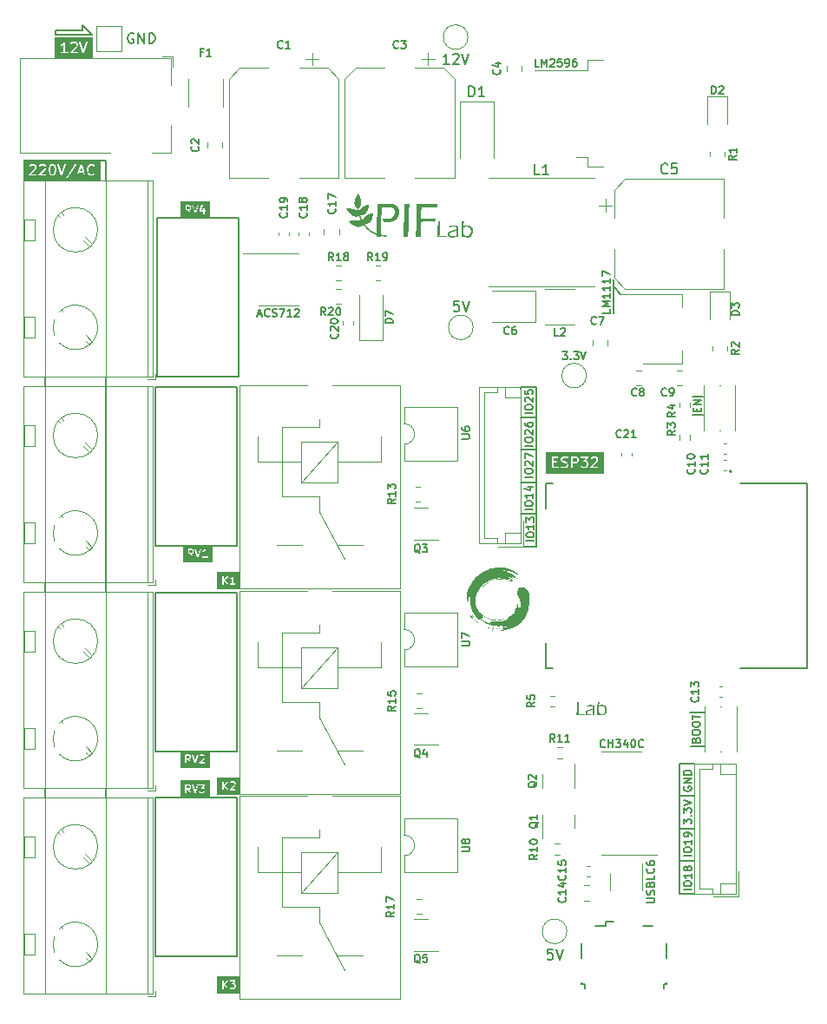
<source format=gbr>
%TF.GenerationSoftware,KiCad,Pcbnew,7.0.5*%
%TF.CreationDate,2023-07-07T20:15:01+07:00*%
%TF.ProjectId,Intership_board,496e7465-7273-4686-9970-5f626f617264,rev?*%
%TF.SameCoordinates,Original*%
%TF.FileFunction,Legend,Top*%
%TF.FilePolarity,Positive*%
%FSLAX46Y46*%
G04 Gerber Fmt 4.6, Leading zero omitted, Abs format (unit mm)*
G04 Created by KiCad (PCBNEW 7.0.5) date 2023-07-07 20:15:01*
%MOMM*%
%LPD*%
G01*
G04 APERTURE LIST*
%ADD10C,0.127000*%
%ADD11C,0.150000*%
%ADD12C,0.120000*%
%ADD13C,0.200000*%
G04 APERTURE END LIST*
D10*
X37208000Y-127650368D02*
X37208000Y-127788368D01*
X95430000Y-88661368D02*
X94414000Y-88661368D01*
X77650000Y-100091368D02*
X79174000Y-100091368D01*
X93144000Y-130823868D02*
X94609000Y-130823868D01*
X77628000Y-87772368D02*
X77628000Y-87899368D01*
X93144000Y-137175368D02*
X94609000Y-137175368D01*
X94609000Y-124472368D02*
X93144000Y-124472368D01*
D11*
X32258000Y-53340000D02*
X35814000Y-53340000D01*
X35814000Y-53340000D02*
X34925000Y-52451000D01*
X87363142Y-78656510D02*
X86667000Y-77960368D01*
D10*
X31208000Y-106816368D02*
X31208000Y-107722368D01*
D11*
X34925000Y-52959000D02*
X32258000Y-52959000D01*
D10*
X37208000Y-126882368D02*
X37208000Y-127650368D01*
X93144000Y-127650368D02*
X94541000Y-127650368D01*
X95620500Y-122824368D02*
X94223500Y-122824368D01*
X37208000Y-106816368D02*
X37208000Y-107722368D01*
D11*
X37203300Y-65620000D02*
X36596700Y-65620000D01*
D10*
X93144000Y-134000368D02*
X94541000Y-134000368D01*
X95557000Y-119522368D02*
X94160000Y-119522368D01*
X79174000Y-87772368D02*
X77628000Y-87772368D01*
D11*
X37208000Y-67590368D02*
X37208000Y-65633600D01*
D10*
X77650000Y-90693368D02*
X79174000Y-90693368D01*
X37208000Y-87656368D02*
X37208000Y-106816368D01*
D11*
X34925000Y-52451000D02*
X34925000Y-52959000D01*
X32258000Y-52959000D02*
X32258000Y-53340000D01*
D10*
X93144000Y-124472368D02*
X93144000Y-137175368D01*
X31208000Y-86750368D02*
X31208000Y-87656368D01*
X77650000Y-97043368D02*
X79174000Y-97043368D01*
X95430000Y-90439368D02*
X94414000Y-90439368D01*
D11*
X86667000Y-77231368D02*
X86667000Y-80533368D01*
D10*
X79174000Y-103302368D02*
X79174000Y-87772368D01*
X77650000Y-93868368D02*
X79174000Y-93868368D01*
D11*
X86667000Y-77960368D02*
X86667000Y-77231368D01*
D10*
X77928000Y-103302368D02*
X79174000Y-103302368D01*
X37208000Y-86750368D02*
X37208000Y-87656368D01*
X31208000Y-126882368D02*
X31208000Y-127788368D01*
X93588427Y-126732244D02*
X93552141Y-126804816D01*
X93552141Y-126804816D02*
X93552141Y-126913673D01*
X93552141Y-126913673D02*
X93588427Y-127022530D01*
X93588427Y-127022530D02*
X93660998Y-127095101D01*
X93660998Y-127095101D02*
X93733570Y-127131387D01*
X93733570Y-127131387D02*
X93878713Y-127167673D01*
X93878713Y-127167673D02*
X93987570Y-127167673D01*
X93987570Y-127167673D02*
X94132713Y-127131387D01*
X94132713Y-127131387D02*
X94205284Y-127095101D01*
X94205284Y-127095101D02*
X94277856Y-127022530D01*
X94277856Y-127022530D02*
X94314141Y-126913673D01*
X94314141Y-126913673D02*
X94314141Y-126841101D01*
X94314141Y-126841101D02*
X94277856Y-126732244D01*
X94277856Y-126732244D02*
X94241570Y-126695958D01*
X94241570Y-126695958D02*
X93987570Y-126695958D01*
X93987570Y-126695958D02*
X93987570Y-126841101D01*
X94314141Y-126369387D02*
X93552141Y-126369387D01*
X93552141Y-126369387D02*
X94314141Y-125933958D01*
X94314141Y-125933958D02*
X93552141Y-125933958D01*
X94314141Y-125571101D02*
X93552141Y-125571101D01*
X93552141Y-125571101D02*
X93552141Y-125389672D01*
X93552141Y-125389672D02*
X93588427Y-125280815D01*
X93588427Y-125280815D02*
X93660998Y-125208244D01*
X93660998Y-125208244D02*
X93733570Y-125171958D01*
X93733570Y-125171958D02*
X93878713Y-125135672D01*
X93878713Y-125135672D02*
X93987570Y-125135672D01*
X93987570Y-125135672D02*
X94132713Y-125171958D01*
X94132713Y-125171958D02*
X94205284Y-125208244D01*
X94205284Y-125208244D02*
X94277856Y-125280815D01*
X94277856Y-125280815D02*
X94314141Y-125389672D01*
X94314141Y-125389672D02*
X94314141Y-125571101D01*
X78947141Y-102747387D02*
X78185141Y-102747387D01*
X78185141Y-102239387D02*
X78185141Y-102094244D01*
X78185141Y-102094244D02*
X78221427Y-102021673D01*
X78221427Y-102021673D02*
X78293998Y-101949101D01*
X78293998Y-101949101D02*
X78439141Y-101912816D01*
X78439141Y-101912816D02*
X78693141Y-101912816D01*
X78693141Y-101912816D02*
X78838284Y-101949101D01*
X78838284Y-101949101D02*
X78910856Y-102021673D01*
X78910856Y-102021673D02*
X78947141Y-102094244D01*
X78947141Y-102094244D02*
X78947141Y-102239387D01*
X78947141Y-102239387D02*
X78910856Y-102311959D01*
X78910856Y-102311959D02*
X78838284Y-102384530D01*
X78838284Y-102384530D02*
X78693141Y-102420816D01*
X78693141Y-102420816D02*
X78439141Y-102420816D01*
X78439141Y-102420816D02*
X78293998Y-102384530D01*
X78293998Y-102384530D02*
X78221427Y-102311959D01*
X78221427Y-102311959D02*
X78185141Y-102239387D01*
X78947141Y-101187101D02*
X78947141Y-101622530D01*
X78947141Y-101404815D02*
X78185141Y-101404815D01*
X78185141Y-101404815D02*
X78293998Y-101477387D01*
X78293998Y-101477387D02*
X78366570Y-101549958D01*
X78366570Y-101549958D02*
X78402856Y-101622530D01*
X78185141Y-100933101D02*
X78185141Y-100461387D01*
X78185141Y-100461387D02*
X78475427Y-100715387D01*
X78475427Y-100715387D02*
X78475427Y-100606530D01*
X78475427Y-100606530D02*
X78511713Y-100533959D01*
X78511713Y-100533959D02*
X78547998Y-100497673D01*
X78547998Y-100497673D02*
X78620570Y-100461387D01*
X78620570Y-100461387D02*
X78801998Y-100461387D01*
X78801998Y-100461387D02*
X78874570Y-100497673D01*
X78874570Y-100497673D02*
X78910856Y-100533959D01*
X78910856Y-100533959D02*
X78947141Y-100606530D01*
X78947141Y-100606530D02*
X78947141Y-100824244D01*
X78947141Y-100824244D02*
X78910856Y-100896816D01*
X78910856Y-100896816D02*
X78874570Y-100933101D01*
X94314141Y-133481387D02*
X93552141Y-133481387D01*
X93552141Y-132973387D02*
X93552141Y-132828244D01*
X93552141Y-132828244D02*
X93588427Y-132755673D01*
X93588427Y-132755673D02*
X93660998Y-132683101D01*
X93660998Y-132683101D02*
X93806141Y-132646816D01*
X93806141Y-132646816D02*
X94060141Y-132646816D01*
X94060141Y-132646816D02*
X94205284Y-132683101D01*
X94205284Y-132683101D02*
X94277856Y-132755673D01*
X94277856Y-132755673D02*
X94314141Y-132828244D01*
X94314141Y-132828244D02*
X94314141Y-132973387D01*
X94314141Y-132973387D02*
X94277856Y-133045959D01*
X94277856Y-133045959D02*
X94205284Y-133118530D01*
X94205284Y-133118530D02*
X94060141Y-133154816D01*
X94060141Y-133154816D02*
X93806141Y-133154816D01*
X93806141Y-133154816D02*
X93660998Y-133118530D01*
X93660998Y-133118530D02*
X93588427Y-133045959D01*
X93588427Y-133045959D02*
X93552141Y-132973387D01*
X94314141Y-131921101D02*
X94314141Y-132356530D01*
X94314141Y-132138815D02*
X93552141Y-132138815D01*
X93552141Y-132138815D02*
X93660998Y-132211387D01*
X93660998Y-132211387D02*
X93733570Y-132283958D01*
X93733570Y-132283958D02*
X93769856Y-132356530D01*
X94314141Y-131558244D02*
X94314141Y-131413101D01*
X94314141Y-131413101D02*
X94277856Y-131340530D01*
X94277856Y-131340530D02*
X94241570Y-131304244D01*
X94241570Y-131304244D02*
X94132713Y-131231673D01*
X94132713Y-131231673D02*
X93987570Y-131195387D01*
X93987570Y-131195387D02*
X93697284Y-131195387D01*
X93697284Y-131195387D02*
X93624713Y-131231673D01*
X93624713Y-131231673D02*
X93588427Y-131267959D01*
X93588427Y-131267959D02*
X93552141Y-131340530D01*
X93552141Y-131340530D02*
X93552141Y-131485673D01*
X93552141Y-131485673D02*
X93588427Y-131558244D01*
X93588427Y-131558244D02*
X93624713Y-131594530D01*
X93624713Y-131594530D02*
X93697284Y-131630816D01*
X93697284Y-131630816D02*
X93878713Y-131630816D01*
X93878713Y-131630816D02*
X93951284Y-131594530D01*
X93951284Y-131594530D02*
X93987570Y-131558244D01*
X93987570Y-131558244D02*
X94023856Y-131485673D01*
X94023856Y-131485673D02*
X94023856Y-131340530D01*
X94023856Y-131340530D02*
X93987570Y-131267959D01*
X93987570Y-131267959D02*
X93951284Y-131231673D01*
X93951284Y-131231673D02*
X93878713Y-131195387D01*
X78820141Y-93476387D02*
X78058141Y-93476387D01*
X78058141Y-92968387D02*
X78058141Y-92823244D01*
X78058141Y-92823244D02*
X78094427Y-92750673D01*
X78094427Y-92750673D02*
X78166998Y-92678101D01*
X78166998Y-92678101D02*
X78312141Y-92641816D01*
X78312141Y-92641816D02*
X78566141Y-92641816D01*
X78566141Y-92641816D02*
X78711284Y-92678101D01*
X78711284Y-92678101D02*
X78783856Y-92750673D01*
X78783856Y-92750673D02*
X78820141Y-92823244D01*
X78820141Y-92823244D02*
X78820141Y-92968387D01*
X78820141Y-92968387D02*
X78783856Y-93040959D01*
X78783856Y-93040959D02*
X78711284Y-93113530D01*
X78711284Y-93113530D02*
X78566141Y-93149816D01*
X78566141Y-93149816D02*
X78312141Y-93149816D01*
X78312141Y-93149816D02*
X78166998Y-93113530D01*
X78166998Y-93113530D02*
X78094427Y-93040959D01*
X78094427Y-93040959D02*
X78058141Y-92968387D01*
X78130713Y-92351530D02*
X78094427Y-92315244D01*
X78094427Y-92315244D02*
X78058141Y-92242673D01*
X78058141Y-92242673D02*
X78058141Y-92061244D01*
X78058141Y-92061244D02*
X78094427Y-91988673D01*
X78094427Y-91988673D02*
X78130713Y-91952387D01*
X78130713Y-91952387D02*
X78203284Y-91916101D01*
X78203284Y-91916101D02*
X78275856Y-91916101D01*
X78275856Y-91916101D02*
X78384713Y-91952387D01*
X78384713Y-91952387D02*
X78820141Y-92387815D01*
X78820141Y-92387815D02*
X78820141Y-91916101D01*
X78058141Y-91262959D02*
X78058141Y-91408101D01*
X78058141Y-91408101D02*
X78094427Y-91480673D01*
X78094427Y-91480673D02*
X78130713Y-91516959D01*
X78130713Y-91516959D02*
X78239570Y-91589530D01*
X78239570Y-91589530D02*
X78384713Y-91625816D01*
X78384713Y-91625816D02*
X78674998Y-91625816D01*
X78674998Y-91625816D02*
X78747570Y-91589530D01*
X78747570Y-91589530D02*
X78783856Y-91553244D01*
X78783856Y-91553244D02*
X78820141Y-91480673D01*
X78820141Y-91480673D02*
X78820141Y-91335530D01*
X78820141Y-91335530D02*
X78783856Y-91262959D01*
X78783856Y-91262959D02*
X78747570Y-91226673D01*
X78747570Y-91226673D02*
X78674998Y-91190387D01*
X78674998Y-91190387D02*
X78493570Y-91190387D01*
X78493570Y-91190387D02*
X78420998Y-91226673D01*
X78420998Y-91226673D02*
X78384713Y-91262959D01*
X78384713Y-91262959D02*
X78348427Y-91335530D01*
X78348427Y-91335530D02*
X78348427Y-91480673D01*
X78348427Y-91480673D02*
X78384713Y-91553244D01*
X78384713Y-91553244D02*
X78420998Y-91589530D01*
X78420998Y-91589530D02*
X78493570Y-91625816D01*
X93552141Y-130378958D02*
X93552141Y-129907244D01*
X93552141Y-129907244D02*
X93842427Y-130161244D01*
X93842427Y-130161244D02*
X93842427Y-130052387D01*
X93842427Y-130052387D02*
X93878713Y-129979816D01*
X93878713Y-129979816D02*
X93914998Y-129943530D01*
X93914998Y-129943530D02*
X93987570Y-129907244D01*
X93987570Y-129907244D02*
X94168998Y-129907244D01*
X94168998Y-129907244D02*
X94241570Y-129943530D01*
X94241570Y-129943530D02*
X94277856Y-129979816D01*
X94277856Y-129979816D02*
X94314141Y-130052387D01*
X94314141Y-130052387D02*
X94314141Y-130270101D01*
X94314141Y-130270101D02*
X94277856Y-130342673D01*
X94277856Y-130342673D02*
X94241570Y-130378958D01*
X94241570Y-129580673D02*
X94277856Y-129544387D01*
X94277856Y-129544387D02*
X94314141Y-129580673D01*
X94314141Y-129580673D02*
X94277856Y-129616959D01*
X94277856Y-129616959D02*
X94241570Y-129580673D01*
X94241570Y-129580673D02*
X94314141Y-129580673D01*
X93552141Y-129290387D02*
X93552141Y-128818673D01*
X93552141Y-128818673D02*
X93842427Y-129072673D01*
X93842427Y-129072673D02*
X93842427Y-128963816D01*
X93842427Y-128963816D02*
X93878713Y-128891245D01*
X93878713Y-128891245D02*
X93914998Y-128854959D01*
X93914998Y-128854959D02*
X93987570Y-128818673D01*
X93987570Y-128818673D02*
X94168998Y-128818673D01*
X94168998Y-128818673D02*
X94241570Y-128854959D01*
X94241570Y-128854959D02*
X94277856Y-128891245D01*
X94277856Y-128891245D02*
X94314141Y-128963816D01*
X94314141Y-128963816D02*
X94314141Y-129181530D01*
X94314141Y-129181530D02*
X94277856Y-129254102D01*
X94277856Y-129254102D02*
X94241570Y-129290387D01*
X93552141Y-128600959D02*
X94314141Y-128346959D01*
X94314141Y-128346959D02*
X93552141Y-128092959D01*
X78820141Y-96524387D02*
X78058141Y-96524387D01*
X78058141Y-96016387D02*
X78058141Y-95871244D01*
X78058141Y-95871244D02*
X78094427Y-95798673D01*
X78094427Y-95798673D02*
X78166998Y-95726101D01*
X78166998Y-95726101D02*
X78312141Y-95689816D01*
X78312141Y-95689816D02*
X78566141Y-95689816D01*
X78566141Y-95689816D02*
X78711284Y-95726101D01*
X78711284Y-95726101D02*
X78783856Y-95798673D01*
X78783856Y-95798673D02*
X78820141Y-95871244D01*
X78820141Y-95871244D02*
X78820141Y-96016387D01*
X78820141Y-96016387D02*
X78783856Y-96088959D01*
X78783856Y-96088959D02*
X78711284Y-96161530D01*
X78711284Y-96161530D02*
X78566141Y-96197816D01*
X78566141Y-96197816D02*
X78312141Y-96197816D01*
X78312141Y-96197816D02*
X78166998Y-96161530D01*
X78166998Y-96161530D02*
X78094427Y-96088959D01*
X78094427Y-96088959D02*
X78058141Y-96016387D01*
X78130713Y-95399530D02*
X78094427Y-95363244D01*
X78094427Y-95363244D02*
X78058141Y-95290673D01*
X78058141Y-95290673D02*
X78058141Y-95109244D01*
X78058141Y-95109244D02*
X78094427Y-95036673D01*
X78094427Y-95036673D02*
X78130713Y-95000387D01*
X78130713Y-95000387D02*
X78203284Y-94964101D01*
X78203284Y-94964101D02*
X78275856Y-94964101D01*
X78275856Y-94964101D02*
X78384713Y-95000387D01*
X78384713Y-95000387D02*
X78820141Y-95435815D01*
X78820141Y-95435815D02*
X78820141Y-94964101D01*
X78058141Y-94710101D02*
X78058141Y-94202101D01*
X78058141Y-94202101D02*
X78820141Y-94528673D01*
X78820141Y-99699387D02*
X78058141Y-99699387D01*
X78058141Y-99191387D02*
X78058141Y-99046244D01*
X78058141Y-99046244D02*
X78094427Y-98973673D01*
X78094427Y-98973673D02*
X78166998Y-98901101D01*
X78166998Y-98901101D02*
X78312141Y-98864816D01*
X78312141Y-98864816D02*
X78566141Y-98864816D01*
X78566141Y-98864816D02*
X78711284Y-98901101D01*
X78711284Y-98901101D02*
X78783856Y-98973673D01*
X78783856Y-98973673D02*
X78820141Y-99046244D01*
X78820141Y-99046244D02*
X78820141Y-99191387D01*
X78820141Y-99191387D02*
X78783856Y-99263959D01*
X78783856Y-99263959D02*
X78711284Y-99336530D01*
X78711284Y-99336530D02*
X78566141Y-99372816D01*
X78566141Y-99372816D02*
X78312141Y-99372816D01*
X78312141Y-99372816D02*
X78166998Y-99336530D01*
X78166998Y-99336530D02*
X78094427Y-99263959D01*
X78094427Y-99263959D02*
X78058141Y-99191387D01*
X78820141Y-98139101D02*
X78820141Y-98574530D01*
X78820141Y-98356815D02*
X78058141Y-98356815D01*
X78058141Y-98356815D02*
X78166998Y-98429387D01*
X78166998Y-98429387D02*
X78239570Y-98501958D01*
X78239570Y-98501958D02*
X78275856Y-98574530D01*
X78312141Y-97485959D02*
X78820141Y-97485959D01*
X78021856Y-97667387D02*
X78566141Y-97848816D01*
X78566141Y-97848816D02*
X78566141Y-97377101D01*
X94314141Y-136783387D02*
X93552141Y-136783387D01*
X93552141Y-136275387D02*
X93552141Y-136130244D01*
X93552141Y-136130244D02*
X93588427Y-136057673D01*
X93588427Y-136057673D02*
X93660998Y-135985101D01*
X93660998Y-135985101D02*
X93806141Y-135948816D01*
X93806141Y-135948816D02*
X94060141Y-135948816D01*
X94060141Y-135948816D02*
X94205284Y-135985101D01*
X94205284Y-135985101D02*
X94277856Y-136057673D01*
X94277856Y-136057673D02*
X94314141Y-136130244D01*
X94314141Y-136130244D02*
X94314141Y-136275387D01*
X94314141Y-136275387D02*
X94277856Y-136347959D01*
X94277856Y-136347959D02*
X94205284Y-136420530D01*
X94205284Y-136420530D02*
X94060141Y-136456816D01*
X94060141Y-136456816D02*
X93806141Y-136456816D01*
X93806141Y-136456816D02*
X93660998Y-136420530D01*
X93660998Y-136420530D02*
X93588427Y-136347959D01*
X93588427Y-136347959D02*
X93552141Y-136275387D01*
X94314141Y-135223101D02*
X94314141Y-135658530D01*
X94314141Y-135440815D02*
X93552141Y-135440815D01*
X93552141Y-135440815D02*
X93660998Y-135513387D01*
X93660998Y-135513387D02*
X93733570Y-135585958D01*
X93733570Y-135585958D02*
X93769856Y-135658530D01*
X93878713Y-134787673D02*
X93842427Y-134860244D01*
X93842427Y-134860244D02*
X93806141Y-134896530D01*
X93806141Y-134896530D02*
X93733570Y-134932816D01*
X93733570Y-134932816D02*
X93697284Y-134932816D01*
X93697284Y-134932816D02*
X93624713Y-134896530D01*
X93624713Y-134896530D02*
X93588427Y-134860244D01*
X93588427Y-134860244D02*
X93552141Y-134787673D01*
X93552141Y-134787673D02*
X93552141Y-134642530D01*
X93552141Y-134642530D02*
X93588427Y-134569959D01*
X93588427Y-134569959D02*
X93624713Y-134533673D01*
X93624713Y-134533673D02*
X93697284Y-134497387D01*
X93697284Y-134497387D02*
X93733570Y-134497387D01*
X93733570Y-134497387D02*
X93806141Y-134533673D01*
X93806141Y-134533673D02*
X93842427Y-134569959D01*
X93842427Y-134569959D02*
X93878713Y-134642530D01*
X93878713Y-134642530D02*
X93878713Y-134787673D01*
X93878713Y-134787673D02*
X93914998Y-134860244D01*
X93914998Y-134860244D02*
X93951284Y-134896530D01*
X93951284Y-134896530D02*
X94023856Y-134932816D01*
X94023856Y-134932816D02*
X94168998Y-134932816D01*
X94168998Y-134932816D02*
X94241570Y-134896530D01*
X94241570Y-134896530D02*
X94277856Y-134860244D01*
X94277856Y-134860244D02*
X94314141Y-134787673D01*
X94314141Y-134787673D02*
X94314141Y-134642530D01*
X94314141Y-134642530D02*
X94277856Y-134569959D01*
X94277856Y-134569959D02*
X94241570Y-134533673D01*
X94241570Y-134533673D02*
X94168998Y-134497387D01*
X94168998Y-134497387D02*
X94023856Y-134497387D01*
X94023856Y-134497387D02*
X93951284Y-134533673D01*
X93951284Y-134533673D02*
X93914998Y-134569959D01*
X93914998Y-134569959D02*
X93878713Y-134642530D01*
X78820141Y-90301387D02*
X78058141Y-90301387D01*
X78058141Y-89793387D02*
X78058141Y-89648244D01*
X78058141Y-89648244D02*
X78094427Y-89575673D01*
X78094427Y-89575673D02*
X78166998Y-89503101D01*
X78166998Y-89503101D02*
X78312141Y-89466816D01*
X78312141Y-89466816D02*
X78566141Y-89466816D01*
X78566141Y-89466816D02*
X78711284Y-89503101D01*
X78711284Y-89503101D02*
X78783856Y-89575673D01*
X78783856Y-89575673D02*
X78820141Y-89648244D01*
X78820141Y-89648244D02*
X78820141Y-89793387D01*
X78820141Y-89793387D02*
X78783856Y-89865959D01*
X78783856Y-89865959D02*
X78711284Y-89938530D01*
X78711284Y-89938530D02*
X78566141Y-89974816D01*
X78566141Y-89974816D02*
X78312141Y-89974816D01*
X78312141Y-89974816D02*
X78166998Y-89938530D01*
X78166998Y-89938530D02*
X78094427Y-89865959D01*
X78094427Y-89865959D02*
X78058141Y-89793387D01*
X78130713Y-89176530D02*
X78094427Y-89140244D01*
X78094427Y-89140244D02*
X78058141Y-89067673D01*
X78058141Y-89067673D02*
X78058141Y-88886244D01*
X78058141Y-88886244D02*
X78094427Y-88813673D01*
X78094427Y-88813673D02*
X78130713Y-88777387D01*
X78130713Y-88777387D02*
X78203284Y-88741101D01*
X78203284Y-88741101D02*
X78275856Y-88741101D01*
X78275856Y-88741101D02*
X78384713Y-88777387D01*
X78384713Y-88777387D02*
X78820141Y-89212815D01*
X78820141Y-89212815D02*
X78820141Y-88741101D01*
X78058141Y-88051673D02*
X78058141Y-88414530D01*
X78058141Y-88414530D02*
X78420998Y-88450816D01*
X78420998Y-88450816D02*
X78384713Y-88414530D01*
X78384713Y-88414530D02*
X78348427Y-88341959D01*
X78348427Y-88341959D02*
X78348427Y-88160530D01*
X78348427Y-88160530D02*
X78384713Y-88087959D01*
X78384713Y-88087959D02*
X78420998Y-88051673D01*
X78420998Y-88051673D02*
X78493570Y-88015387D01*
X78493570Y-88015387D02*
X78674998Y-88015387D01*
X78674998Y-88015387D02*
X78747570Y-88051673D01*
X78747570Y-88051673D02*
X78783856Y-88087959D01*
X78783856Y-88087959D02*
X78820141Y-88160530D01*
X78820141Y-88160530D02*
X78820141Y-88341959D01*
X78820141Y-88341959D02*
X78783856Y-88414530D01*
X78783856Y-88414530D02*
X78747570Y-88450816D01*
%TO.C,R5*%
X79011911Y-118506367D02*
X78649054Y-118760367D01*
X79011911Y-118941796D02*
X78249911Y-118941796D01*
X78249911Y-118941796D02*
X78249911Y-118651510D01*
X78249911Y-118651510D02*
X78286197Y-118578939D01*
X78286197Y-118578939D02*
X78322483Y-118542653D01*
X78322483Y-118542653D02*
X78395054Y-118506367D01*
X78395054Y-118506367D02*
X78503911Y-118506367D01*
X78503911Y-118506367D02*
X78576483Y-118542653D01*
X78576483Y-118542653D02*
X78612768Y-118578939D01*
X78612768Y-118578939D02*
X78649054Y-118651510D01*
X78649054Y-118651510D02*
X78649054Y-118941796D01*
X78249911Y-117816939D02*
X78249911Y-118179796D01*
X78249911Y-118179796D02*
X78612768Y-118216082D01*
X78612768Y-118216082D02*
X78576483Y-118179796D01*
X78576483Y-118179796D02*
X78540197Y-118107225D01*
X78540197Y-118107225D02*
X78540197Y-117925796D01*
X78540197Y-117925796D02*
X78576483Y-117853225D01*
X78576483Y-117853225D02*
X78612768Y-117816939D01*
X78612768Y-117816939D02*
X78685340Y-117780653D01*
X78685340Y-117780653D02*
X78866768Y-117780653D01*
X78866768Y-117780653D02*
X78939340Y-117816939D01*
X78939340Y-117816939D02*
X78975626Y-117853225D01*
X78975626Y-117853225D02*
X79011911Y-117925796D01*
X79011911Y-117925796D02*
X79011911Y-118107225D01*
X79011911Y-118107225D02*
X78975626Y-118179796D01*
X78975626Y-118179796D02*
X78939340Y-118216082D01*
%TO.C,EN*%
X94868768Y-90112796D02*
X94868768Y-89858796D01*
X95267911Y-89749939D02*
X95267911Y-90112796D01*
X95267911Y-90112796D02*
X94505911Y-90112796D01*
X94505911Y-90112796D02*
X94505911Y-89749939D01*
X95267911Y-89423367D02*
X94505911Y-89423367D01*
X94505911Y-89423367D02*
X95267911Y-88987938D01*
X95267911Y-88987938D02*
X94505911Y-88987938D01*
%TO.C,K3*%
G36*
X50300164Y-146914507D02*
G01*
X48048636Y-146914507D01*
X48048636Y-146080672D01*
X48547303Y-146080672D01*
X48548471Y-146097004D01*
X48548471Y-146430442D01*
X48556296Y-146457091D01*
X48584478Y-146481511D01*
X48621390Y-146486818D01*
X48655310Y-146471327D01*
X48675471Y-146439956D01*
X48675471Y-146121041D01*
X48713957Y-146082555D01*
X49002079Y-146466716D01*
X49024328Y-146483340D01*
X49061526Y-146485967D01*
X49094240Y-146468065D01*
X49112081Y-146435321D01*
X49109387Y-146398127D01*
X49068805Y-146344018D01*
X49235388Y-146344018D01*
X49243314Y-146380456D01*
X49287155Y-146424299D01*
X49292611Y-146433484D01*
X49308247Y-146441302D01*
X49323616Y-146449694D01*
X49324854Y-146449605D01*
X49378802Y-146476579D01*
X49391612Y-146484811D01*
X49404586Y-146484811D01*
X49417362Y-146487110D01*
X49422905Y-146484811D01*
X49624552Y-146484811D01*
X49639692Y-146486446D01*
X49651300Y-146480641D01*
X49663751Y-146476986D01*
X49667679Y-146472452D01*
X49721821Y-146445382D01*
X49732261Y-146443111D01*
X49744625Y-146430746D01*
X49757444Y-146418822D01*
X49757751Y-146417619D01*
X49776099Y-146399271D01*
X49785286Y-146393815D01*
X49793117Y-146378152D01*
X49801496Y-146362807D01*
X49801407Y-146361571D01*
X49828383Y-146307619D01*
X49836614Y-146294813D01*
X49836614Y-146281839D01*
X49838913Y-146269064D01*
X49836613Y-146263520D01*
X49836614Y-146098152D01*
X49838248Y-146083019D01*
X49832446Y-146071415D01*
X49828789Y-146058960D01*
X49824253Y-146055030D01*
X49797183Y-146000888D01*
X49794913Y-145990451D01*
X49782552Y-145978090D01*
X49770624Y-145965267D01*
X49769422Y-145964959D01*
X49751073Y-145946610D01*
X49745618Y-145937425D01*
X49729967Y-145929599D01*
X49714611Y-145921215D01*
X49713374Y-145921303D01*
X49659422Y-145894327D01*
X49654576Y-145891213D01*
X49808734Y-145715032D01*
X49808894Y-145714986D01*
X49820988Y-145701028D01*
X49826916Y-145694254D01*
X49826981Y-145694111D01*
X49833314Y-145686804D01*
X49834645Y-145677541D01*
X49838575Y-145669046D01*
X49837244Y-145659464D01*
X49838621Y-145649892D01*
X49834734Y-145641381D01*
X49833447Y-145632110D01*
X49827147Y-145624768D01*
X49823130Y-145615972D01*
X49815257Y-145610912D01*
X49809162Y-145603809D01*
X49799894Y-145601039D01*
X49791759Y-145595811D01*
X49782401Y-145595811D01*
X49773434Y-145593131D01*
X49764141Y-145595811D01*
X49292269Y-145595811D01*
X49265620Y-145603636D01*
X49241200Y-145631818D01*
X49235893Y-145668730D01*
X49251384Y-145702650D01*
X49282755Y-145722811D01*
X49633175Y-145722811D01*
X49483494Y-145893874D01*
X49483334Y-145893922D01*
X49471139Y-145907995D01*
X49465313Y-145914654D01*
X49465248Y-145914793D01*
X49458914Y-145922104D01*
X49457582Y-145931367D01*
X49453653Y-145939862D01*
X49454983Y-145949443D01*
X49453607Y-145959016D01*
X49457493Y-145967526D01*
X49458781Y-145976798D01*
X49465080Y-145984139D01*
X49469098Y-145992936D01*
X49476970Y-145997995D01*
X49483066Y-146005099D01*
X49492333Y-146007868D01*
X49500469Y-146013097D01*
X49509827Y-146013097D01*
X49518794Y-146015777D01*
X49528087Y-146013097D01*
X49612980Y-146013097D01*
X49662929Y-146038071D01*
X49684641Y-146059783D01*
X49709614Y-146109730D01*
X49709614Y-146261177D01*
X49684639Y-146311126D01*
X49662928Y-146332837D01*
X49612981Y-146357811D01*
X49425247Y-146357811D01*
X49375299Y-146332837D01*
X49339845Y-146297383D01*
X49315469Y-146284072D01*
X49278274Y-146286731D01*
X49248420Y-146309079D01*
X49235388Y-146344018D01*
X49068805Y-146344018D01*
X48804671Y-145991841D01*
X49098758Y-145697755D01*
X49112069Y-145673379D01*
X49109409Y-145636183D01*
X49087060Y-145606330D01*
X49052122Y-145593299D01*
X49015683Y-145601225D01*
X48682359Y-145934548D01*
X48675470Y-145938317D01*
X48675471Y-145650180D01*
X48667646Y-145623531D01*
X48639464Y-145599111D01*
X48602552Y-145593804D01*
X48568632Y-145609295D01*
X48548471Y-145640666D01*
X48548471Y-146078532D01*
X48547303Y-146080672D01*
X48048636Y-146080672D01*
X48048636Y-145236293D01*
X50300164Y-145236293D01*
X50300164Y-146914507D01*
G37*
%TO.C,RV2*%
G36*
X45308641Y-123725983D02*
G01*
X45330356Y-123747699D01*
X45355329Y-123797643D01*
X45355329Y-123876520D01*
X45330354Y-123926469D01*
X45308642Y-123948180D01*
X45258697Y-123973154D01*
X45168114Y-123973154D01*
X45152830Y-123971570D01*
X45149696Y-123973154D01*
X45046900Y-123973154D01*
X45046900Y-123701011D01*
X45258695Y-123701011D01*
X45308641Y-123725983D01*
G37*
G36*
X47324736Y-124892707D02*
G01*
X44420065Y-124892707D01*
X44420065Y-124046073D01*
X44917893Y-124046073D01*
X44919900Y-124050467D01*
X44919900Y-124408642D01*
X44927725Y-124435291D01*
X44955907Y-124459711D01*
X44992819Y-124465018D01*
X45026739Y-124449527D01*
X45046900Y-124418156D01*
X45046900Y-124100154D01*
X45131768Y-124100154D01*
X45372044Y-124443406D01*
X45393736Y-124460750D01*
X45430828Y-124464595D01*
X45464111Y-124447775D01*
X45483016Y-124415632D01*
X45481542Y-124378370D01*
X45287279Y-124100852D01*
X45297011Y-124095985D01*
X45309466Y-124092329D01*
X45313395Y-124087793D01*
X45367532Y-124060725D01*
X45377973Y-124058454D01*
X45390346Y-124046080D01*
X45403158Y-124034164D01*
X45403465Y-124032962D01*
X45421814Y-124014613D01*
X45431001Y-124009158D01*
X45438827Y-123993505D01*
X45447211Y-123978152D01*
X45447122Y-123976914D01*
X45474098Y-123922962D01*
X45482329Y-123910156D01*
X45482329Y-123897182D01*
X45484628Y-123884407D01*
X45482329Y-123878863D01*
X45482329Y-123786069D01*
X45483963Y-123770932D01*
X45478160Y-123759328D01*
X45474504Y-123746874D01*
X45469968Y-123742944D01*
X45442899Y-123688806D01*
X45440628Y-123678366D01*
X45428258Y-123665996D01*
X45416339Y-123653182D01*
X45415137Y-123652874D01*
X45402166Y-123639903D01*
X45570406Y-123639903D01*
X45826668Y-124408693D01*
X45826410Y-124415849D01*
X45832451Y-124426042D01*
X45833189Y-124428254D01*
X45837087Y-124433863D01*
X45845424Y-124447928D01*
X45847631Y-124449034D01*
X45849040Y-124451061D01*
X45864151Y-124457312D01*
X45878764Y-124464635D01*
X45881216Y-124464372D01*
X45883498Y-124465316D01*
X45899589Y-124462405D01*
X45915842Y-124460665D01*
X45917764Y-124459117D01*
X45920194Y-124458678D01*
X45932160Y-124447527D01*
X45944888Y-124437280D01*
X45945668Y-124434939D01*
X45947475Y-124433256D01*
X45951513Y-124417404D01*
X45954338Y-124408930D01*
X46260465Y-124408930D01*
X46263451Y-124415468D01*
X46263964Y-124422638D01*
X46271045Y-124432098D01*
X46275956Y-124442850D01*
X46282003Y-124446736D01*
X46286312Y-124452492D01*
X46297385Y-124456622D01*
X46307327Y-124463011D01*
X46314516Y-124463011D01*
X46321251Y-124465523D01*
X46332798Y-124463011D01*
X46806817Y-124463011D01*
X46833466Y-124455186D01*
X46857886Y-124427004D01*
X46863193Y-124390092D01*
X46847702Y-124356172D01*
X46816331Y-124336011D01*
X46479274Y-124336011D01*
X46803889Y-124011396D01*
X46815745Y-124001852D01*
X46819848Y-123989542D01*
X46826068Y-123978151D01*
X46825640Y-123972167D01*
X46855410Y-123882857D01*
X46861186Y-123873871D01*
X46861186Y-123856378D01*
X46861818Y-123838889D01*
X46861186Y-123837822D01*
X46861186Y-123786069D01*
X46862820Y-123770932D01*
X46857017Y-123759328D01*
X46853361Y-123746874D01*
X46848825Y-123742944D01*
X46821756Y-123688805D01*
X46819485Y-123678366D01*
X46807115Y-123665996D01*
X46795196Y-123653182D01*
X46793994Y-123652874D01*
X46775646Y-123634527D01*
X46770190Y-123625339D01*
X46754530Y-123617509D01*
X46739184Y-123609129D01*
X46737946Y-123609217D01*
X46683994Y-123582241D01*
X46671188Y-123574011D01*
X46658215Y-123574011D01*
X46645439Y-123571712D01*
X46639896Y-123574011D01*
X46474528Y-123574011D01*
X46459394Y-123572377D01*
X46447790Y-123578178D01*
X46435335Y-123581836D01*
X46431405Y-123586371D01*
X46377263Y-123613441D01*
X46366826Y-123615712D01*
X46354465Y-123628072D01*
X46341642Y-123640001D01*
X46341334Y-123641202D01*
X46310899Y-123671638D01*
X46297589Y-123696015D01*
X46300249Y-123733210D01*
X46322597Y-123763064D01*
X46357536Y-123776095D01*
X46393974Y-123768168D01*
X46436158Y-123725983D01*
X46486106Y-123701011D01*
X46637552Y-123701011D01*
X46687500Y-123725985D01*
X46709213Y-123747698D01*
X46734186Y-123797643D01*
X46734186Y-123844922D01*
X46705898Y-123929782D01*
X46292530Y-124343149D01*
X46290192Y-124343836D01*
X46279468Y-124356211D01*
X46274614Y-124361066D01*
X46273510Y-124363087D01*
X46265772Y-124372018D01*
X46264748Y-124379133D01*
X46261304Y-124385443D01*
X46262147Y-124397230D01*
X46260465Y-124408930D01*
X45954338Y-124408930D01*
X46207672Y-123648929D01*
X46208676Y-123621173D01*
X46189662Y-123589094D01*
X46156323Y-123572387D01*
X46119245Y-123576356D01*
X46090198Y-123599742D01*
X45890543Y-124198705D01*
X45693897Y-123608768D01*
X45678046Y-123585961D01*
X45643588Y-123571706D01*
X45606892Y-123578344D01*
X45579612Y-123603767D01*
X45570406Y-123639903D01*
X45402166Y-123639903D01*
X45396787Y-123634524D01*
X45391332Y-123625339D01*
X45375679Y-123617512D01*
X45360325Y-123609129D01*
X45359089Y-123609217D01*
X45305137Y-123582241D01*
X45292331Y-123574011D01*
X45279358Y-123574011D01*
X45266582Y-123571712D01*
X45261039Y-123574011D01*
X44987940Y-123574011D01*
X44973981Y-123572004D01*
X44961154Y-123577861D01*
X44947620Y-123581836D01*
X44944455Y-123585488D01*
X44940061Y-123587495D01*
X44932437Y-123599357D01*
X44923200Y-123610018D01*
X44922512Y-123614801D01*
X44919900Y-123618866D01*
X44919900Y-123632970D01*
X44917893Y-123646930D01*
X44919900Y-123651324D01*
X44919900Y-124032113D01*
X44917893Y-124046073D01*
X44420065Y-124046073D01*
X44420065Y-123214493D01*
X47324736Y-123214493D01*
X47324736Y-124892707D01*
G37*
%TO.C,ACS712*%
X52014143Y-80661565D02*
X52377001Y-80661565D01*
X51941572Y-80879279D02*
X52195572Y-80117279D01*
X52195572Y-80117279D02*
X52449572Y-80879279D01*
X53139001Y-80806708D02*
X53102715Y-80842994D01*
X53102715Y-80842994D02*
X52993858Y-80879279D01*
X52993858Y-80879279D02*
X52921286Y-80879279D01*
X52921286Y-80879279D02*
X52812429Y-80842994D01*
X52812429Y-80842994D02*
X52739858Y-80770422D01*
X52739858Y-80770422D02*
X52703572Y-80697851D01*
X52703572Y-80697851D02*
X52667286Y-80552708D01*
X52667286Y-80552708D02*
X52667286Y-80443851D01*
X52667286Y-80443851D02*
X52703572Y-80298708D01*
X52703572Y-80298708D02*
X52739858Y-80226136D01*
X52739858Y-80226136D02*
X52812429Y-80153565D01*
X52812429Y-80153565D02*
X52921286Y-80117279D01*
X52921286Y-80117279D02*
X52993858Y-80117279D01*
X52993858Y-80117279D02*
X53102715Y-80153565D01*
X53102715Y-80153565D02*
X53139001Y-80189851D01*
X53429286Y-80842994D02*
X53538144Y-80879279D01*
X53538144Y-80879279D02*
X53719572Y-80879279D01*
X53719572Y-80879279D02*
X53792144Y-80842994D01*
X53792144Y-80842994D02*
X53828429Y-80806708D01*
X53828429Y-80806708D02*
X53864715Y-80734136D01*
X53864715Y-80734136D02*
X53864715Y-80661565D01*
X53864715Y-80661565D02*
X53828429Y-80588994D01*
X53828429Y-80588994D02*
X53792144Y-80552708D01*
X53792144Y-80552708D02*
X53719572Y-80516422D01*
X53719572Y-80516422D02*
X53574429Y-80480136D01*
X53574429Y-80480136D02*
X53501858Y-80443851D01*
X53501858Y-80443851D02*
X53465572Y-80407565D01*
X53465572Y-80407565D02*
X53429286Y-80334994D01*
X53429286Y-80334994D02*
X53429286Y-80262422D01*
X53429286Y-80262422D02*
X53465572Y-80189851D01*
X53465572Y-80189851D02*
X53501858Y-80153565D01*
X53501858Y-80153565D02*
X53574429Y-80117279D01*
X53574429Y-80117279D02*
X53755858Y-80117279D01*
X53755858Y-80117279D02*
X53864715Y-80153565D01*
X54118715Y-80117279D02*
X54626715Y-80117279D01*
X54626715Y-80117279D02*
X54300143Y-80879279D01*
X55316143Y-80879279D02*
X54880714Y-80879279D01*
X55098429Y-80879279D02*
X55098429Y-80117279D01*
X55098429Y-80117279D02*
X55025857Y-80226136D01*
X55025857Y-80226136D02*
X54953286Y-80298708D01*
X54953286Y-80298708D02*
X54880714Y-80334994D01*
X55606428Y-80189851D02*
X55642714Y-80153565D01*
X55642714Y-80153565D02*
X55715286Y-80117279D01*
X55715286Y-80117279D02*
X55896714Y-80117279D01*
X55896714Y-80117279D02*
X55969286Y-80153565D01*
X55969286Y-80153565D02*
X56005571Y-80189851D01*
X56005571Y-80189851D02*
X56041857Y-80262422D01*
X56041857Y-80262422D02*
X56041857Y-80334994D01*
X56041857Y-80334994D02*
X56005571Y-80443851D01*
X56005571Y-80443851D02*
X55570143Y-80879279D01*
X55570143Y-80879279D02*
X56041857Y-80879279D01*
%TO.C,C2*%
X46173340Y-64277367D02*
X46209626Y-64313653D01*
X46209626Y-64313653D02*
X46245911Y-64422510D01*
X46245911Y-64422510D02*
X46245911Y-64495082D01*
X46245911Y-64495082D02*
X46209626Y-64603939D01*
X46209626Y-64603939D02*
X46137054Y-64676510D01*
X46137054Y-64676510D02*
X46064483Y-64712796D01*
X46064483Y-64712796D02*
X45919340Y-64749082D01*
X45919340Y-64749082D02*
X45810483Y-64749082D01*
X45810483Y-64749082D02*
X45665340Y-64712796D01*
X45665340Y-64712796D02*
X45592768Y-64676510D01*
X45592768Y-64676510D02*
X45520197Y-64603939D01*
X45520197Y-64603939D02*
X45483911Y-64495082D01*
X45483911Y-64495082D02*
X45483911Y-64422510D01*
X45483911Y-64422510D02*
X45520197Y-64313653D01*
X45520197Y-64313653D02*
X45556483Y-64277367D01*
X45556483Y-63987082D02*
X45520197Y-63950796D01*
X45520197Y-63950796D02*
X45483911Y-63878225D01*
X45483911Y-63878225D02*
X45483911Y-63696796D01*
X45483911Y-63696796D02*
X45520197Y-63624225D01*
X45520197Y-63624225D02*
X45556483Y-63587939D01*
X45556483Y-63587939D02*
X45629054Y-63551653D01*
X45629054Y-63551653D02*
X45701626Y-63551653D01*
X45701626Y-63551653D02*
X45810483Y-63587939D01*
X45810483Y-63587939D02*
X46245911Y-64023367D01*
X46245911Y-64023367D02*
X46245911Y-63551653D01*
%TO.C,U6*%
X71899911Y-92797939D02*
X72516768Y-92797939D01*
X72516768Y-92797939D02*
X72589340Y-92761653D01*
X72589340Y-92761653D02*
X72625626Y-92725368D01*
X72625626Y-92725368D02*
X72661911Y-92652796D01*
X72661911Y-92652796D02*
X72661911Y-92507653D01*
X72661911Y-92507653D02*
X72625626Y-92435082D01*
X72625626Y-92435082D02*
X72589340Y-92398796D01*
X72589340Y-92398796D02*
X72516768Y-92362510D01*
X72516768Y-92362510D02*
X71899911Y-92362510D01*
X71899911Y-91673082D02*
X71899911Y-91818224D01*
X71899911Y-91818224D02*
X71936197Y-91890796D01*
X71936197Y-91890796D02*
X71972483Y-91927082D01*
X71972483Y-91927082D02*
X72081340Y-91999653D01*
X72081340Y-91999653D02*
X72226483Y-92035939D01*
X72226483Y-92035939D02*
X72516768Y-92035939D01*
X72516768Y-92035939D02*
X72589340Y-91999653D01*
X72589340Y-91999653D02*
X72625626Y-91963367D01*
X72625626Y-91963367D02*
X72661911Y-91890796D01*
X72661911Y-91890796D02*
X72661911Y-91745653D01*
X72661911Y-91745653D02*
X72625626Y-91673082D01*
X72625626Y-91673082D02*
X72589340Y-91636796D01*
X72589340Y-91636796D02*
X72516768Y-91600510D01*
X72516768Y-91600510D02*
X72335340Y-91600510D01*
X72335340Y-91600510D02*
X72262768Y-91636796D01*
X72262768Y-91636796D02*
X72226483Y-91673082D01*
X72226483Y-91673082D02*
X72190197Y-91745653D01*
X72190197Y-91745653D02*
X72190197Y-91890796D01*
X72190197Y-91890796D02*
X72226483Y-91963367D01*
X72226483Y-91963367D02*
X72262768Y-91999653D01*
X72262768Y-91999653D02*
X72335340Y-92035939D01*
%TO.C,K2*%
G36*
X50300164Y-127508907D02*
G01*
X48048636Y-127508907D01*
X48048636Y-126675072D01*
X48547303Y-126675072D01*
X48548471Y-126691404D01*
X48548471Y-127024842D01*
X48556296Y-127051491D01*
X48584478Y-127075911D01*
X48621390Y-127081218D01*
X48655310Y-127065727D01*
X48675471Y-127034356D01*
X48675471Y-126715442D01*
X48713957Y-126676955D01*
X49002079Y-127061116D01*
X49024328Y-127077740D01*
X49061526Y-127080367D01*
X49094240Y-127062465D01*
X49112081Y-127029721D01*
X49111748Y-127025130D01*
X49235893Y-127025130D01*
X49238879Y-127031668D01*
X49239392Y-127038838D01*
X49246473Y-127048298D01*
X49251384Y-127059050D01*
X49257431Y-127062936D01*
X49261740Y-127068692D01*
X49272813Y-127072822D01*
X49282755Y-127079211D01*
X49289944Y-127079211D01*
X49296679Y-127081723D01*
X49308226Y-127079211D01*
X49782245Y-127079211D01*
X49808894Y-127071386D01*
X49833314Y-127043204D01*
X49838621Y-127006292D01*
X49823130Y-126972372D01*
X49791759Y-126952211D01*
X49454702Y-126952211D01*
X49779317Y-126627596D01*
X49791173Y-126618052D01*
X49795276Y-126605742D01*
X49801496Y-126594351D01*
X49801068Y-126588367D01*
X49830838Y-126499057D01*
X49836614Y-126490071D01*
X49836614Y-126472578D01*
X49837246Y-126455089D01*
X49836613Y-126454022D01*
X49836614Y-126402269D01*
X49838248Y-126387132D01*
X49832445Y-126375528D01*
X49828789Y-126363074D01*
X49824253Y-126359144D01*
X49797184Y-126305005D01*
X49794913Y-126294566D01*
X49782543Y-126282196D01*
X49770624Y-126269382D01*
X49769422Y-126269074D01*
X49751074Y-126250727D01*
X49745618Y-126241539D01*
X49729958Y-126233709D01*
X49714612Y-126225329D01*
X49713374Y-126225417D01*
X49659422Y-126198441D01*
X49646616Y-126190211D01*
X49633643Y-126190211D01*
X49620867Y-126187912D01*
X49615324Y-126190211D01*
X49449956Y-126190211D01*
X49434822Y-126188577D01*
X49423218Y-126194378D01*
X49410763Y-126198036D01*
X49406833Y-126202571D01*
X49352691Y-126229641D01*
X49342254Y-126231912D01*
X49329893Y-126244272D01*
X49317070Y-126256201D01*
X49316762Y-126257402D01*
X49286327Y-126287838D01*
X49273017Y-126312215D01*
X49275677Y-126349410D01*
X49298025Y-126379264D01*
X49332964Y-126392295D01*
X49369402Y-126384368D01*
X49411586Y-126342183D01*
X49461534Y-126317211D01*
X49612980Y-126317211D01*
X49662928Y-126342185D01*
X49684641Y-126363898D01*
X49709614Y-126413843D01*
X49709614Y-126461122D01*
X49681326Y-126545982D01*
X49267958Y-126959349D01*
X49265620Y-126960036D01*
X49254896Y-126972411D01*
X49250042Y-126977266D01*
X49248938Y-126979287D01*
X49241200Y-126988218D01*
X49240176Y-126995333D01*
X49236732Y-127001643D01*
X49237575Y-127013430D01*
X49235893Y-127025130D01*
X49111748Y-127025130D01*
X49109387Y-126992527D01*
X48804671Y-126586241D01*
X49098758Y-126292155D01*
X49112069Y-126267779D01*
X49109409Y-126230583D01*
X49087060Y-126200730D01*
X49052122Y-126187699D01*
X49015683Y-126195625D01*
X48682359Y-126528948D01*
X48675470Y-126532717D01*
X48675471Y-126244580D01*
X48667646Y-126217931D01*
X48639464Y-126193511D01*
X48602552Y-126188204D01*
X48568632Y-126203695D01*
X48548471Y-126235066D01*
X48548471Y-126672932D01*
X48547303Y-126675072D01*
X48048636Y-126675072D01*
X48048636Y-125830693D01*
X50300164Y-125830693D01*
X50300164Y-127508907D01*
G37*
%TO.C,K1*%
G36*
X50300164Y-107468307D02*
G01*
X48048636Y-107468307D01*
X48048636Y-106634472D01*
X48547303Y-106634472D01*
X48548471Y-106650804D01*
X48548471Y-106984242D01*
X48556296Y-107010891D01*
X48584478Y-107035311D01*
X48621390Y-107040618D01*
X48655310Y-107025127D01*
X48675471Y-106993756D01*
X48675471Y-106674842D01*
X48713957Y-106636355D01*
X49002079Y-107020516D01*
X49024328Y-107037140D01*
X49061526Y-107039767D01*
X49094240Y-107021865D01*
X49112081Y-106989121D01*
X49109387Y-106951927D01*
X48804671Y-106545641D01*
X48917154Y-106433158D01*
X49271545Y-106433158D01*
X49283306Y-106468546D01*
X49312331Y-106491957D01*
X49349406Y-106495960D01*
X49431535Y-106454895D01*
X49441975Y-106452625D01*
X49454342Y-106440257D01*
X49467158Y-106428336D01*
X49467465Y-106427134D01*
X49491900Y-106402698D01*
X49491900Y-106911611D01*
X49328554Y-106911611D01*
X49301905Y-106919436D01*
X49277485Y-106947618D01*
X49272178Y-106984530D01*
X49287669Y-107018450D01*
X49319040Y-107038611D01*
X49550860Y-107038611D01*
X49564819Y-107040618D01*
X49569214Y-107038611D01*
X49782245Y-107038611D01*
X49808894Y-107030786D01*
X49833314Y-107002604D01*
X49838621Y-106965692D01*
X49823130Y-106931772D01*
X49791759Y-106911611D01*
X49618900Y-106911611D01*
X49618900Y-106222785D01*
X49621571Y-106214224D01*
X49618900Y-106204526D01*
X49618900Y-106203980D01*
X49616474Y-106195718D01*
X49611669Y-106178272D01*
X49611237Y-106177885D01*
X49611075Y-106177331D01*
X49597387Y-106165470D01*
X49583900Y-106153381D01*
X49583329Y-106153289D01*
X49582893Y-106152911D01*
X49564978Y-106150335D01*
X49547084Y-106147455D01*
X49546553Y-106147686D01*
X49545981Y-106147604D01*
X49529497Y-106155131D01*
X49512907Y-106162374D01*
X49512586Y-106162855D01*
X49512061Y-106163095D01*
X49502280Y-106178313D01*
X49433479Y-106281514D01*
X49372642Y-106342352D01*
X49301120Y-106378113D01*
X49280784Y-106397030D01*
X49271545Y-106433158D01*
X48917154Y-106433158D01*
X49098758Y-106251555D01*
X49112069Y-106227179D01*
X49109409Y-106189983D01*
X49087060Y-106160130D01*
X49052122Y-106147099D01*
X49015683Y-106155025D01*
X48682359Y-106488348D01*
X48675470Y-106492117D01*
X48675471Y-106203980D01*
X48667646Y-106177331D01*
X48639464Y-106152911D01*
X48602552Y-106147604D01*
X48568632Y-106163095D01*
X48548471Y-106194466D01*
X48548471Y-106632332D01*
X48547303Y-106634472D01*
X48048636Y-106634472D01*
X48048636Y-105790093D01*
X50300164Y-105790093D01*
X50300164Y-107468307D01*
G37*
%TO.C,C10*%
X94560340Y-95755224D02*
X94596626Y-95791510D01*
X94596626Y-95791510D02*
X94632911Y-95900367D01*
X94632911Y-95900367D02*
X94632911Y-95972939D01*
X94632911Y-95972939D02*
X94596626Y-96081796D01*
X94596626Y-96081796D02*
X94524054Y-96154367D01*
X94524054Y-96154367D02*
X94451483Y-96190653D01*
X94451483Y-96190653D02*
X94306340Y-96226939D01*
X94306340Y-96226939D02*
X94197483Y-96226939D01*
X94197483Y-96226939D02*
X94052340Y-96190653D01*
X94052340Y-96190653D02*
X93979768Y-96154367D01*
X93979768Y-96154367D02*
X93907197Y-96081796D01*
X93907197Y-96081796D02*
X93870911Y-95972939D01*
X93870911Y-95972939D02*
X93870911Y-95900367D01*
X93870911Y-95900367D02*
X93907197Y-95791510D01*
X93907197Y-95791510D02*
X93943483Y-95755224D01*
X94632911Y-95029510D02*
X94632911Y-95464939D01*
X94632911Y-95247224D02*
X93870911Y-95247224D01*
X93870911Y-95247224D02*
X93979768Y-95319796D01*
X93979768Y-95319796D02*
X94052340Y-95392367D01*
X94052340Y-95392367D02*
X94088626Y-95464939D01*
X93870911Y-94557796D02*
X93870911Y-94485225D01*
X93870911Y-94485225D02*
X93907197Y-94412653D01*
X93907197Y-94412653D02*
X93943483Y-94376368D01*
X93943483Y-94376368D02*
X94016054Y-94340082D01*
X94016054Y-94340082D02*
X94161197Y-94303796D01*
X94161197Y-94303796D02*
X94342626Y-94303796D01*
X94342626Y-94303796D02*
X94487768Y-94340082D01*
X94487768Y-94340082D02*
X94560340Y-94376368D01*
X94560340Y-94376368D02*
X94596626Y-94412653D01*
X94596626Y-94412653D02*
X94632911Y-94485225D01*
X94632911Y-94485225D02*
X94632911Y-94557796D01*
X94632911Y-94557796D02*
X94596626Y-94630368D01*
X94596626Y-94630368D02*
X94560340Y-94666653D01*
X94560340Y-94666653D02*
X94487768Y-94702939D01*
X94487768Y-94702939D02*
X94342626Y-94739225D01*
X94342626Y-94739225D02*
X94161197Y-94739225D01*
X94161197Y-94739225D02*
X94016054Y-94702939D01*
X94016054Y-94702939D02*
X93943483Y-94666653D01*
X93943483Y-94666653D02*
X93907197Y-94630368D01*
X93907197Y-94630368D02*
X93870911Y-94557796D01*
%TO.C,C17*%
X59508340Y-70355224D02*
X59544626Y-70391510D01*
X59544626Y-70391510D02*
X59580911Y-70500367D01*
X59580911Y-70500367D02*
X59580911Y-70572939D01*
X59580911Y-70572939D02*
X59544626Y-70681796D01*
X59544626Y-70681796D02*
X59472054Y-70754367D01*
X59472054Y-70754367D02*
X59399483Y-70790653D01*
X59399483Y-70790653D02*
X59254340Y-70826939D01*
X59254340Y-70826939D02*
X59145483Y-70826939D01*
X59145483Y-70826939D02*
X59000340Y-70790653D01*
X59000340Y-70790653D02*
X58927768Y-70754367D01*
X58927768Y-70754367D02*
X58855197Y-70681796D01*
X58855197Y-70681796D02*
X58818911Y-70572939D01*
X58818911Y-70572939D02*
X58818911Y-70500367D01*
X58818911Y-70500367D02*
X58855197Y-70391510D01*
X58855197Y-70391510D02*
X58891483Y-70355224D01*
X59580911Y-69629510D02*
X59580911Y-70064939D01*
X59580911Y-69847224D02*
X58818911Y-69847224D01*
X58818911Y-69847224D02*
X58927768Y-69919796D01*
X58927768Y-69919796D02*
X59000340Y-69992367D01*
X59000340Y-69992367D02*
X59036626Y-70064939D01*
X58818911Y-69375510D02*
X58818911Y-68867510D01*
X58818911Y-68867510D02*
X59580911Y-69194082D01*
%TO.C,RV3*%
G36*
X45308641Y-126646983D02*
G01*
X45330356Y-126668699D01*
X45355329Y-126718643D01*
X45355329Y-126797520D01*
X45330354Y-126847469D01*
X45308642Y-126869180D01*
X45258697Y-126894154D01*
X45168114Y-126894154D01*
X45152830Y-126892570D01*
X45149696Y-126894154D01*
X45046900Y-126894154D01*
X45046900Y-126622011D01*
X45258695Y-126622011D01*
X45308641Y-126646983D01*
G37*
G36*
X47324736Y-127813707D02*
G01*
X44420065Y-127813707D01*
X44420065Y-126967073D01*
X44917893Y-126967073D01*
X44919900Y-126971467D01*
X44919900Y-127329642D01*
X44927725Y-127356291D01*
X44955907Y-127380711D01*
X44992819Y-127386018D01*
X45026739Y-127370527D01*
X45046900Y-127339156D01*
X45046900Y-127021154D01*
X45131768Y-127021154D01*
X45372044Y-127364406D01*
X45393736Y-127381750D01*
X45430828Y-127385595D01*
X45464111Y-127368775D01*
X45483016Y-127336632D01*
X45481542Y-127299370D01*
X45287279Y-127021852D01*
X45297011Y-127016985D01*
X45309466Y-127013329D01*
X45313395Y-127008793D01*
X45367532Y-126981725D01*
X45377973Y-126979454D01*
X45390346Y-126967080D01*
X45403158Y-126955164D01*
X45403465Y-126953962D01*
X45421814Y-126935613D01*
X45431001Y-126930158D01*
X45438827Y-126914505D01*
X45447211Y-126899152D01*
X45447122Y-126897914D01*
X45474098Y-126843962D01*
X45482329Y-126831156D01*
X45482329Y-126818182D01*
X45484628Y-126805407D01*
X45482329Y-126799863D01*
X45482329Y-126707069D01*
X45483963Y-126691932D01*
X45478160Y-126680328D01*
X45474504Y-126667874D01*
X45469968Y-126663944D01*
X45442899Y-126609806D01*
X45440628Y-126599366D01*
X45428258Y-126586996D01*
X45416339Y-126574182D01*
X45415137Y-126573874D01*
X45402166Y-126560903D01*
X45570406Y-126560903D01*
X45826668Y-127329693D01*
X45826410Y-127336849D01*
X45832451Y-127347042D01*
X45833189Y-127349254D01*
X45837087Y-127354863D01*
X45845424Y-127368928D01*
X45847631Y-127370034D01*
X45849040Y-127372061D01*
X45864151Y-127378312D01*
X45878764Y-127385635D01*
X45881216Y-127385372D01*
X45883498Y-127386316D01*
X45899589Y-127383405D01*
X45915842Y-127381665D01*
X45917764Y-127380117D01*
X45920194Y-127379678D01*
X45932160Y-127368527D01*
X45944888Y-127358280D01*
X45945668Y-127355939D01*
X45947475Y-127354256D01*
X45951513Y-127338404D01*
X45983242Y-127243218D01*
X46259960Y-127243218D01*
X46267886Y-127279656D01*
X46311727Y-127323499D01*
X46317183Y-127332684D01*
X46332819Y-127340502D01*
X46348188Y-127348894D01*
X46349426Y-127348805D01*
X46403374Y-127375779D01*
X46416184Y-127384011D01*
X46429158Y-127384011D01*
X46441934Y-127386310D01*
X46447477Y-127384011D01*
X46649124Y-127384011D01*
X46664264Y-127385646D01*
X46675872Y-127379841D01*
X46688323Y-127376186D01*
X46692251Y-127371652D01*
X46746393Y-127344582D01*
X46756833Y-127342311D01*
X46769197Y-127329946D01*
X46782016Y-127318022D01*
X46782323Y-127316819D01*
X46800671Y-127298471D01*
X46809858Y-127293015D01*
X46817689Y-127277352D01*
X46826068Y-127262007D01*
X46825979Y-127260771D01*
X46852955Y-127206819D01*
X46861186Y-127194013D01*
X46861186Y-127181039D01*
X46863485Y-127168264D01*
X46861186Y-127162720D01*
X46861186Y-126997352D01*
X46862820Y-126982219D01*
X46857018Y-126970615D01*
X46853361Y-126958160D01*
X46848825Y-126954230D01*
X46821755Y-126900088D01*
X46819485Y-126889651D01*
X46807124Y-126877290D01*
X46795196Y-126864467D01*
X46793994Y-126864159D01*
X46775645Y-126845810D01*
X46770190Y-126836625D01*
X46754539Y-126828799D01*
X46739183Y-126820415D01*
X46737946Y-126820503D01*
X46683994Y-126793527D01*
X46679148Y-126790413D01*
X46833306Y-126614232D01*
X46833466Y-126614186D01*
X46845560Y-126600228D01*
X46851488Y-126593454D01*
X46851553Y-126593311D01*
X46857886Y-126586004D01*
X46859217Y-126576741D01*
X46863147Y-126568246D01*
X46861816Y-126558664D01*
X46863193Y-126549092D01*
X46859306Y-126540581D01*
X46858019Y-126531310D01*
X46851719Y-126523968D01*
X46847702Y-126515172D01*
X46839829Y-126510112D01*
X46833734Y-126503009D01*
X46824466Y-126500239D01*
X46816331Y-126495011D01*
X46806973Y-126495011D01*
X46798006Y-126492331D01*
X46788713Y-126495011D01*
X46316841Y-126495011D01*
X46290192Y-126502836D01*
X46265772Y-126531018D01*
X46260465Y-126567930D01*
X46275956Y-126601850D01*
X46307327Y-126622011D01*
X46657747Y-126622011D01*
X46508066Y-126793074D01*
X46507906Y-126793122D01*
X46495711Y-126807195D01*
X46489885Y-126813854D01*
X46489820Y-126813993D01*
X46483486Y-126821304D01*
X46482154Y-126830567D01*
X46478225Y-126839062D01*
X46479555Y-126848643D01*
X46478179Y-126858216D01*
X46482065Y-126866726D01*
X46483353Y-126875998D01*
X46489652Y-126883339D01*
X46493670Y-126892136D01*
X46501542Y-126897195D01*
X46507638Y-126904299D01*
X46516905Y-126907068D01*
X46525041Y-126912297D01*
X46534399Y-126912297D01*
X46543366Y-126914977D01*
X46552659Y-126912297D01*
X46637552Y-126912297D01*
X46687501Y-126937271D01*
X46709213Y-126958983D01*
X46734186Y-127008930D01*
X46734186Y-127160377D01*
X46709211Y-127210326D01*
X46687500Y-127232037D01*
X46637553Y-127257011D01*
X46449819Y-127257011D01*
X46399871Y-127232037D01*
X46364417Y-127196583D01*
X46340041Y-127183272D01*
X46302846Y-127185931D01*
X46272992Y-127208279D01*
X46259960Y-127243218D01*
X45983242Y-127243218D01*
X46207672Y-126569929D01*
X46208676Y-126542173D01*
X46189662Y-126510094D01*
X46156323Y-126493387D01*
X46119245Y-126497356D01*
X46090198Y-126520742D01*
X45890543Y-127119705D01*
X45693897Y-126529768D01*
X45678046Y-126506961D01*
X45643588Y-126492706D01*
X45606892Y-126499344D01*
X45579612Y-126524767D01*
X45570406Y-126560903D01*
X45402166Y-126560903D01*
X45396787Y-126555524D01*
X45391332Y-126546339D01*
X45375679Y-126538512D01*
X45360325Y-126530129D01*
X45359089Y-126530217D01*
X45305137Y-126503241D01*
X45292331Y-126495011D01*
X45279358Y-126495011D01*
X45266582Y-126492712D01*
X45261039Y-126495011D01*
X44987940Y-126495011D01*
X44973981Y-126493004D01*
X44961154Y-126498861D01*
X44947620Y-126502836D01*
X44944455Y-126506488D01*
X44940061Y-126508495D01*
X44932437Y-126520357D01*
X44923200Y-126531018D01*
X44922512Y-126535801D01*
X44919900Y-126539866D01*
X44919900Y-126553970D01*
X44917893Y-126567930D01*
X44919900Y-126572324D01*
X44919900Y-126953113D01*
X44917893Y-126967073D01*
X44420065Y-126967073D01*
X44420065Y-126135493D01*
X47324736Y-126135493D01*
X47324736Y-127813707D01*
G37*
D11*
%TO.C,12V*%
G36*
X35876310Y-55715357D02*
G01*
X32203691Y-55715357D01*
X32203691Y-54403288D01*
X32771407Y-54403288D01*
X32785297Y-54445084D01*
X32819579Y-54472736D01*
X32863368Y-54477464D01*
X32969891Y-54424201D01*
X32982223Y-54421519D01*
X32996850Y-54406891D01*
X33011968Y-54392830D01*
X33012330Y-54391411D01*
X33060238Y-54343504D01*
X33060238Y-55039819D01*
X32838742Y-55039819D01*
X32807264Y-55049062D01*
X32778422Y-55082348D01*
X32772154Y-55125943D01*
X32790450Y-55166007D01*
X32827502Y-55189819D01*
X33129878Y-55189819D01*
X33146362Y-55192189D01*
X33151552Y-55189819D01*
X33431734Y-55189819D01*
X33463212Y-55180576D01*
X33492054Y-55147290D01*
X33495123Y-55125943D01*
X33676916Y-55125943D01*
X33680443Y-55133666D01*
X33681049Y-55142135D01*
X33689412Y-55153307D01*
X33695212Y-55166007D01*
X33702355Y-55170597D01*
X33707443Y-55177394D01*
X33720519Y-55182271D01*
X33732264Y-55189819D01*
X33740755Y-55189819D01*
X33748710Y-55192786D01*
X33762349Y-55189819D01*
X34384115Y-55189819D01*
X34415593Y-55180576D01*
X34444435Y-55147290D01*
X34450703Y-55103695D01*
X34432407Y-55063631D01*
X34395355Y-55039819D01*
X33935352Y-55039819D01*
X34375892Y-54599277D01*
X34389901Y-54587999D01*
X34394748Y-54573457D01*
X34402094Y-54560005D01*
X34401588Y-54552937D01*
X34441511Y-54433169D01*
X34448333Y-54422555D01*
X34448333Y-54401875D01*
X34449079Y-54381236D01*
X34448333Y-54379977D01*
X34448333Y-54309325D01*
X34450263Y-54291451D01*
X34443408Y-54277741D01*
X34439090Y-54263035D01*
X34433735Y-54258395D01*
X34397001Y-54184926D01*
X34394319Y-54172596D01*
X34379699Y-54157976D01*
X34365630Y-54142851D01*
X34364211Y-54142488D01*
X34339367Y-54117644D01*
X34580933Y-54117644D01*
X34916940Y-55125668D01*
X34916635Y-55134116D01*
X34923767Y-55146149D01*
X34924639Y-55148764D01*
X34929247Y-55155395D01*
X34939092Y-55172004D01*
X34941698Y-55173310D01*
X34943362Y-55175704D01*
X34961204Y-55183084D01*
X34978468Y-55191736D01*
X34981367Y-55191425D01*
X34984061Y-55192540D01*
X35003048Y-55189105D01*
X35022261Y-55187049D01*
X35024534Y-55185218D01*
X35027401Y-55184700D01*
X35041519Y-55171543D01*
X35056568Y-55159428D01*
X35057490Y-55156661D01*
X35059623Y-55154674D01*
X35064389Y-55135963D01*
X35400275Y-54128308D01*
X35401460Y-54095522D01*
X35379003Y-54057634D01*
X35339627Y-54037902D01*
X35295833Y-54042590D01*
X35261527Y-54070210D01*
X34992381Y-54877647D01*
X34726790Y-54080873D01*
X34708067Y-54053933D01*
X34667368Y-54037097D01*
X34624028Y-54044937D01*
X34591806Y-54074964D01*
X34580933Y-54117644D01*
X34339367Y-54117644D01*
X34337776Y-54116053D01*
X34331333Y-54105204D01*
X34312832Y-54095953D01*
X34294710Y-54086058D01*
X34293249Y-54086162D01*
X34220008Y-54049542D01*
X34204879Y-54039819D01*
X34189549Y-54039819D01*
X34174466Y-54037105D01*
X34167922Y-54039819D01*
X33948793Y-54039819D01*
X33930918Y-54037889D01*
X33917208Y-54044743D01*
X33902502Y-54049062D01*
X33897862Y-54054416D01*
X33824393Y-54091150D01*
X33812063Y-54093833D01*
X33797443Y-54108452D01*
X33782318Y-54122522D01*
X33781955Y-54123940D01*
X33741248Y-54164648D01*
X33725525Y-54193442D01*
X33728668Y-54237373D01*
X33755062Y-54272632D01*
X33796329Y-54288024D01*
X33839366Y-54278662D01*
X33893950Y-54224077D01*
X33962466Y-54189819D01*
X34165151Y-54189819D01*
X34233669Y-54224077D01*
X34264074Y-54254483D01*
X34298333Y-54322999D01*
X34298333Y-54388362D01*
X34260161Y-54502876D01*
X33714787Y-55048250D01*
X33712026Y-55049062D01*
X33699363Y-55063675D01*
X33693629Y-55069410D01*
X33692324Y-55071799D01*
X33683184Y-55082348D01*
X33681975Y-55090750D01*
X33677906Y-55098204D01*
X33678902Y-55112128D01*
X33676916Y-55125943D01*
X33495123Y-55125943D01*
X33498322Y-55103695D01*
X33480026Y-55063631D01*
X33442974Y-55039819D01*
X33210238Y-55039819D01*
X33210238Y-54126245D01*
X33213393Y-54116132D01*
X33210238Y-54104678D01*
X33210238Y-54104037D01*
X33207379Y-54094302D01*
X33201696Y-54073670D01*
X33201187Y-54073214D01*
X33200995Y-54072559D01*
X33184835Y-54058557D01*
X33168900Y-54044273D01*
X33168225Y-54044164D01*
X33167709Y-54043717D01*
X33146561Y-54040676D01*
X33125416Y-54037272D01*
X33124788Y-54037545D01*
X33124114Y-54037449D01*
X33104680Y-54046323D01*
X33085050Y-54054893D01*
X33084671Y-54055461D01*
X33084050Y-54055745D01*
X33072484Y-54073741D01*
X32981715Y-54209894D01*
X32900334Y-54291275D01*
X32806339Y-54338273D01*
X32782318Y-54360617D01*
X32771407Y-54403288D01*
X32203691Y-54403288D01*
X32203691Y-53604643D01*
X35876310Y-53604643D01*
X35876310Y-55715357D01*
G37*
D10*
%TO.C,R15*%
X65422911Y-118869224D02*
X65060054Y-119123224D01*
X65422911Y-119304653D02*
X64660911Y-119304653D01*
X64660911Y-119304653D02*
X64660911Y-119014367D01*
X64660911Y-119014367D02*
X64697197Y-118941796D01*
X64697197Y-118941796D02*
X64733483Y-118905510D01*
X64733483Y-118905510D02*
X64806054Y-118869224D01*
X64806054Y-118869224D02*
X64914911Y-118869224D01*
X64914911Y-118869224D02*
X64987483Y-118905510D01*
X64987483Y-118905510D02*
X65023768Y-118941796D01*
X65023768Y-118941796D02*
X65060054Y-119014367D01*
X65060054Y-119014367D02*
X65060054Y-119304653D01*
X65422911Y-118143510D02*
X65422911Y-118578939D01*
X65422911Y-118361224D02*
X64660911Y-118361224D01*
X64660911Y-118361224D02*
X64769768Y-118433796D01*
X64769768Y-118433796D02*
X64842340Y-118506367D01*
X64842340Y-118506367D02*
X64878626Y-118578939D01*
X64660911Y-117454082D02*
X64660911Y-117816939D01*
X64660911Y-117816939D02*
X65023768Y-117853225D01*
X65023768Y-117853225D02*
X64987483Y-117816939D01*
X64987483Y-117816939D02*
X64951197Y-117744368D01*
X64951197Y-117744368D02*
X64951197Y-117562939D01*
X64951197Y-117562939D02*
X64987483Y-117490368D01*
X64987483Y-117490368D02*
X65023768Y-117454082D01*
X65023768Y-117454082D02*
X65096340Y-117417796D01*
X65096340Y-117417796D02*
X65277768Y-117417796D01*
X65277768Y-117417796D02*
X65350340Y-117454082D01*
X65350340Y-117454082D02*
X65386626Y-117490368D01*
X65386626Y-117490368D02*
X65422911Y-117562939D01*
X65422911Y-117562939D02*
X65422911Y-117744368D01*
X65422911Y-117744368D02*
X65386626Y-117816939D01*
X65386626Y-117816939D02*
X65350340Y-117853225D01*
%TO.C,C20*%
X59762340Y-82547224D02*
X59798626Y-82583510D01*
X59798626Y-82583510D02*
X59834911Y-82692367D01*
X59834911Y-82692367D02*
X59834911Y-82764939D01*
X59834911Y-82764939D02*
X59798626Y-82873796D01*
X59798626Y-82873796D02*
X59726054Y-82946367D01*
X59726054Y-82946367D02*
X59653483Y-82982653D01*
X59653483Y-82982653D02*
X59508340Y-83018939D01*
X59508340Y-83018939D02*
X59399483Y-83018939D01*
X59399483Y-83018939D02*
X59254340Y-82982653D01*
X59254340Y-82982653D02*
X59181768Y-82946367D01*
X59181768Y-82946367D02*
X59109197Y-82873796D01*
X59109197Y-82873796D02*
X59072911Y-82764939D01*
X59072911Y-82764939D02*
X59072911Y-82692367D01*
X59072911Y-82692367D02*
X59109197Y-82583510D01*
X59109197Y-82583510D02*
X59145483Y-82547224D01*
X59145483Y-82256939D02*
X59109197Y-82220653D01*
X59109197Y-82220653D02*
X59072911Y-82148082D01*
X59072911Y-82148082D02*
X59072911Y-81966653D01*
X59072911Y-81966653D02*
X59109197Y-81894082D01*
X59109197Y-81894082D02*
X59145483Y-81857796D01*
X59145483Y-81857796D02*
X59218054Y-81821510D01*
X59218054Y-81821510D02*
X59290626Y-81821510D01*
X59290626Y-81821510D02*
X59399483Y-81857796D01*
X59399483Y-81857796D02*
X59834911Y-82293224D01*
X59834911Y-82293224D02*
X59834911Y-81821510D01*
X59072911Y-81349796D02*
X59072911Y-81277225D01*
X59072911Y-81277225D02*
X59109197Y-81204653D01*
X59109197Y-81204653D02*
X59145483Y-81168368D01*
X59145483Y-81168368D02*
X59218054Y-81132082D01*
X59218054Y-81132082D02*
X59363197Y-81095796D01*
X59363197Y-81095796D02*
X59544626Y-81095796D01*
X59544626Y-81095796D02*
X59689768Y-81132082D01*
X59689768Y-81132082D02*
X59762340Y-81168368D01*
X59762340Y-81168368D02*
X59798626Y-81204653D01*
X59798626Y-81204653D02*
X59834911Y-81277225D01*
X59834911Y-81277225D02*
X59834911Y-81349796D01*
X59834911Y-81349796D02*
X59798626Y-81422368D01*
X59798626Y-81422368D02*
X59762340Y-81458653D01*
X59762340Y-81458653D02*
X59689768Y-81494939D01*
X59689768Y-81494939D02*
X59544626Y-81531225D01*
X59544626Y-81531225D02*
X59363197Y-81531225D01*
X59363197Y-81531225D02*
X59218054Y-81494939D01*
X59218054Y-81494939D02*
X59145483Y-81458653D01*
X59145483Y-81458653D02*
X59109197Y-81422368D01*
X59109197Y-81422368D02*
X59072911Y-81349796D01*
%TO.C,R19*%
X63190143Y-75418279D02*
X62936143Y-75055422D01*
X62754714Y-75418279D02*
X62754714Y-74656279D01*
X62754714Y-74656279D02*
X63045000Y-74656279D01*
X63045000Y-74656279D02*
X63117571Y-74692565D01*
X63117571Y-74692565D02*
X63153857Y-74728851D01*
X63153857Y-74728851D02*
X63190143Y-74801422D01*
X63190143Y-74801422D02*
X63190143Y-74910279D01*
X63190143Y-74910279D02*
X63153857Y-74982851D01*
X63153857Y-74982851D02*
X63117571Y-75019136D01*
X63117571Y-75019136D02*
X63045000Y-75055422D01*
X63045000Y-75055422D02*
X62754714Y-75055422D01*
X63915857Y-75418279D02*
X63480428Y-75418279D01*
X63698143Y-75418279D02*
X63698143Y-74656279D01*
X63698143Y-74656279D02*
X63625571Y-74765136D01*
X63625571Y-74765136D02*
X63553000Y-74837708D01*
X63553000Y-74837708D02*
X63480428Y-74873994D01*
X64278714Y-75418279D02*
X64423857Y-75418279D01*
X64423857Y-75418279D02*
X64496428Y-75381994D01*
X64496428Y-75381994D02*
X64532714Y-75345708D01*
X64532714Y-75345708D02*
X64605285Y-75236851D01*
X64605285Y-75236851D02*
X64641571Y-75091708D01*
X64641571Y-75091708D02*
X64641571Y-74801422D01*
X64641571Y-74801422D02*
X64605285Y-74728851D01*
X64605285Y-74728851D02*
X64569000Y-74692565D01*
X64569000Y-74692565D02*
X64496428Y-74656279D01*
X64496428Y-74656279D02*
X64351285Y-74656279D01*
X64351285Y-74656279D02*
X64278714Y-74692565D01*
X64278714Y-74692565D02*
X64242428Y-74728851D01*
X64242428Y-74728851D02*
X64206142Y-74801422D01*
X64206142Y-74801422D02*
X64206142Y-74982851D01*
X64206142Y-74982851D02*
X64242428Y-75055422D01*
X64242428Y-75055422D02*
X64278714Y-75091708D01*
X64278714Y-75091708D02*
X64351285Y-75127994D01*
X64351285Y-75127994D02*
X64496428Y-75127994D01*
X64496428Y-75127994D02*
X64569000Y-75091708D01*
X64569000Y-75091708D02*
X64605285Y-75055422D01*
X64605285Y-75055422D02*
X64641571Y-74982851D01*
D11*
%TO.C,ESP32*%
G36*
X83077050Y-94687078D02*
G01*
X83107455Y-94717483D01*
X83141714Y-94785999D01*
X83141714Y-94893446D01*
X83107455Y-94961963D01*
X83077048Y-94992370D01*
X83008533Y-95026628D01*
X82720286Y-95026628D01*
X82720286Y-94652819D01*
X83008532Y-94652819D01*
X83077050Y-94687078D01*
G37*
G36*
X85767310Y-96178357D02*
G01*
X80094691Y-96178357D01*
X80094691Y-95588943D01*
X80710773Y-95588943D01*
X80717692Y-95604095D01*
X80722386Y-95620079D01*
X80726698Y-95623815D01*
X80729069Y-95629007D01*
X80743085Y-95638014D01*
X80755672Y-95648921D01*
X80761318Y-95649732D01*
X80766121Y-95652819D01*
X80782783Y-95652819D01*
X80799267Y-95655189D01*
X80804457Y-95652819D01*
X81275115Y-95652819D01*
X81306593Y-95643576D01*
X81335435Y-95610290D01*
X81341703Y-95566695D01*
X81323407Y-95526631D01*
X81286355Y-95502819D01*
X80863143Y-95502819D01*
X80863143Y-95129009D01*
X81132258Y-95129009D01*
X81163736Y-95119766D01*
X81192578Y-95086480D01*
X81198846Y-95042885D01*
X81180550Y-95002821D01*
X81143498Y-94979009D01*
X80863143Y-94979009D01*
X80863143Y-94776686D01*
X81567572Y-94776686D01*
X81570286Y-94783229D01*
X81570286Y-94859492D01*
X81568355Y-94877377D01*
X81575211Y-94891090D01*
X81579529Y-94905793D01*
X81584882Y-94910431D01*
X81621617Y-94983900D01*
X81624300Y-94996232D01*
X81638927Y-95010859D01*
X81652989Y-95025977D01*
X81654407Y-95026339D01*
X81680842Y-95052774D01*
X81687286Y-95063624D01*
X81705795Y-95072878D01*
X81723909Y-95082769D01*
X81725367Y-95082664D01*
X81790272Y-95115117D01*
X81796207Y-95121429D01*
X81809584Y-95124773D01*
X81811864Y-95125913D01*
X81819996Y-95127376D01*
X82000060Y-95172392D01*
X82077050Y-95210887D01*
X82107455Y-95241292D01*
X82141714Y-95309808D01*
X82141714Y-95369636D01*
X82107455Y-95438153D01*
X82077047Y-95468561D01*
X82008533Y-95502819D01*
X81800313Y-95502819D01*
X81658774Y-95455639D01*
X81625989Y-95454454D01*
X81588101Y-95476911D01*
X81568369Y-95516287D01*
X81573056Y-95560080D01*
X81600677Y-95594387D01*
X81755506Y-95645997D01*
X81766121Y-95652819D01*
X81786800Y-95652819D01*
X81807440Y-95653565D01*
X81808699Y-95652819D01*
X82022198Y-95652819D01*
X82040082Y-95654750D01*
X82053795Y-95647893D01*
X82068498Y-95643576D01*
X82073136Y-95638222D01*
X82146604Y-95601487D01*
X82158938Y-95598805D01*
X82173569Y-95584172D01*
X82188682Y-95570116D01*
X82189044Y-95568696D01*
X82215478Y-95542262D01*
X82226329Y-95535818D01*
X82235585Y-95517304D01*
X82245475Y-95499194D01*
X82245370Y-95497734D01*
X82281992Y-95424490D01*
X82291714Y-95409364D01*
X82291714Y-95394034D01*
X82294428Y-95378951D01*
X82291714Y-95372407D01*
X82291714Y-95296134D01*
X82293644Y-95278260D01*
X82286789Y-95264550D01*
X82282471Y-95249844D01*
X82277116Y-95245204D01*
X82240382Y-95171735D01*
X82237700Y-95159405D01*
X82223080Y-95144785D01*
X82209011Y-95129660D01*
X82207592Y-95129297D01*
X82191047Y-95112752D01*
X82567916Y-95112752D01*
X82570286Y-95117941D01*
X82570286Y-95588601D01*
X82579529Y-95620079D01*
X82612815Y-95648921D01*
X82656410Y-95655189D01*
X82696474Y-95636893D01*
X82720286Y-95599841D01*
X82720286Y-95477003D01*
X83472081Y-95477003D01*
X83481443Y-95520040D01*
X83537984Y-95576583D01*
X83544429Y-95587434D01*
X83562940Y-95596689D01*
X83581051Y-95606579D01*
X83582510Y-95606474D01*
X83655756Y-95643097D01*
X83670883Y-95652819D01*
X83686213Y-95652819D01*
X83701296Y-95655533D01*
X83707840Y-95652819D01*
X83974579Y-95652819D01*
X83992463Y-95654750D01*
X84006176Y-95647893D01*
X84020879Y-95643576D01*
X84025517Y-95638222D01*
X84098985Y-95601487D01*
X84111319Y-95598805D01*
X84121180Y-95588943D01*
X84425059Y-95588943D01*
X84428586Y-95596666D01*
X84429192Y-95605135D01*
X84437555Y-95616307D01*
X84443355Y-95629007D01*
X84450498Y-95633597D01*
X84455586Y-95640394D01*
X84468662Y-95645271D01*
X84480407Y-95652819D01*
X84488898Y-95652819D01*
X84496853Y-95655786D01*
X84510492Y-95652819D01*
X85132258Y-95652819D01*
X85163736Y-95643576D01*
X85192578Y-95610290D01*
X85198846Y-95566695D01*
X85180550Y-95526631D01*
X85143498Y-95502819D01*
X84683495Y-95502819D01*
X85124035Y-95062277D01*
X85138044Y-95050999D01*
X85142891Y-95036457D01*
X85150237Y-95023005D01*
X85149731Y-95015937D01*
X85189654Y-94896169D01*
X85196476Y-94885555D01*
X85196476Y-94864875D01*
X85197222Y-94844236D01*
X85196476Y-94842977D01*
X85196476Y-94772325D01*
X85198406Y-94754451D01*
X85191551Y-94740741D01*
X85187233Y-94726035D01*
X85181878Y-94721395D01*
X85145144Y-94647926D01*
X85142462Y-94635596D01*
X85127842Y-94620976D01*
X85113773Y-94605851D01*
X85112354Y-94605488D01*
X85085919Y-94579053D01*
X85079476Y-94568204D01*
X85060975Y-94558953D01*
X85042853Y-94549058D01*
X85041392Y-94549162D01*
X84968151Y-94512542D01*
X84953022Y-94502819D01*
X84937692Y-94502819D01*
X84922609Y-94500105D01*
X84916065Y-94502819D01*
X84696936Y-94502819D01*
X84679061Y-94500889D01*
X84665351Y-94507743D01*
X84650645Y-94512062D01*
X84646005Y-94517416D01*
X84572536Y-94554150D01*
X84560206Y-94556833D01*
X84545586Y-94571452D01*
X84530461Y-94585522D01*
X84530098Y-94586940D01*
X84489391Y-94627648D01*
X84473668Y-94656442D01*
X84476811Y-94700373D01*
X84503205Y-94735632D01*
X84544472Y-94751024D01*
X84587509Y-94741662D01*
X84642093Y-94687077D01*
X84710609Y-94652819D01*
X84913294Y-94652819D01*
X84981812Y-94687078D01*
X85012217Y-94717483D01*
X85046476Y-94785999D01*
X85046475Y-94851362D01*
X85008304Y-94965876D01*
X84462930Y-95511250D01*
X84460169Y-95512062D01*
X84447506Y-95526675D01*
X84441772Y-95532410D01*
X84440467Y-95534799D01*
X84431327Y-95545348D01*
X84430118Y-95553750D01*
X84426049Y-95561204D01*
X84427045Y-95575128D01*
X84425059Y-95588943D01*
X84121180Y-95588943D01*
X84125950Y-95584172D01*
X84141063Y-95570116D01*
X84141425Y-95568696D01*
X84167859Y-95542262D01*
X84178710Y-95535818D01*
X84187966Y-95517304D01*
X84197856Y-95499194D01*
X84197751Y-95497734D01*
X84234373Y-95424490D01*
X84244095Y-95409364D01*
X84244095Y-95394034D01*
X84246809Y-95378951D01*
X84244095Y-95372407D01*
X84244095Y-95153277D01*
X84246025Y-95135403D01*
X84239170Y-95121693D01*
X84234852Y-95106987D01*
X84229497Y-95102347D01*
X84192763Y-95028878D01*
X84190081Y-95016548D01*
X84175461Y-95001928D01*
X84161392Y-94986803D01*
X84159973Y-94986440D01*
X84133538Y-94960005D01*
X84127095Y-94949156D01*
X84108594Y-94939905D01*
X84090472Y-94930010D01*
X84089011Y-94930114D01*
X84015770Y-94893494D01*
X84000899Y-94883936D01*
X84211166Y-94643631D01*
X84211355Y-94643576D01*
X84225659Y-94627067D01*
X84232638Y-94619092D01*
X84232715Y-94618924D01*
X84240197Y-94610290D01*
X84241770Y-94599349D01*
X84246411Y-94589316D01*
X84244839Y-94578000D01*
X84246465Y-94566695D01*
X84241873Y-94556640D01*
X84240353Y-94545692D01*
X84232915Y-94537023D01*
X84228169Y-94526631D01*
X84218868Y-94520653D01*
X84211672Y-94512267D01*
X84200728Y-94508996D01*
X84191117Y-94502819D01*
X84180062Y-94502819D01*
X84169473Y-94499654D01*
X84158498Y-94502819D01*
X83539266Y-94502819D01*
X83507788Y-94512062D01*
X83478946Y-94545348D01*
X83472678Y-94588943D01*
X83490974Y-94629007D01*
X83528026Y-94652819D01*
X84003812Y-94652819D01*
X83793689Y-94892958D01*
X83793502Y-94893014D01*
X83779284Y-94909421D01*
X83772219Y-94917497D01*
X83772140Y-94917667D01*
X83764660Y-94926300D01*
X83763087Y-94937240D01*
X83758446Y-94947274D01*
X83760017Y-94958589D01*
X83758392Y-94969895D01*
X83762983Y-94979949D01*
X83764504Y-94990898D01*
X83771941Y-94999566D01*
X83776688Y-95009959D01*
X83785988Y-95015936D01*
X83793185Y-95024323D01*
X83804128Y-95027593D01*
X83813740Y-95033771D01*
X83824795Y-95033771D01*
X83835384Y-95036936D01*
X83846359Y-95033771D01*
X83960913Y-95033771D01*
X84029431Y-95068029D01*
X84059836Y-95098435D01*
X84094095Y-95166951D01*
X84094095Y-95369636D01*
X84059836Y-95438153D01*
X84029428Y-95468561D01*
X83960914Y-95502819D01*
X83710611Y-95502819D01*
X83642093Y-95468560D01*
X83595458Y-95421923D01*
X83566664Y-95406201D01*
X83522733Y-95409343D01*
X83487474Y-95435736D01*
X83472081Y-95477003D01*
X82720286Y-95477003D01*
X82720286Y-95176628D01*
X83022198Y-95176628D01*
X83040082Y-95178559D01*
X83053795Y-95171702D01*
X83068498Y-95167385D01*
X83073136Y-95162031D01*
X83146605Y-95125296D01*
X83158937Y-95122614D01*
X83173564Y-95107986D01*
X83188682Y-95093925D01*
X83189044Y-95092506D01*
X83215479Y-95066071D01*
X83226329Y-95059628D01*
X83235583Y-95041118D01*
X83245474Y-95023005D01*
X83245369Y-95021546D01*
X83281992Y-94948300D01*
X83291714Y-94933174D01*
X83291714Y-94917844D01*
X83294428Y-94902761D01*
X83291714Y-94896217D01*
X83291714Y-94772325D01*
X83293644Y-94754451D01*
X83286789Y-94740741D01*
X83282471Y-94726035D01*
X83277116Y-94721395D01*
X83240382Y-94647926D01*
X83237700Y-94635596D01*
X83223080Y-94620976D01*
X83209011Y-94605851D01*
X83207592Y-94605488D01*
X83181157Y-94579053D01*
X83174714Y-94568204D01*
X83156213Y-94558953D01*
X83138091Y-94549058D01*
X83136630Y-94549162D01*
X83063389Y-94512542D01*
X83048260Y-94502819D01*
X83032930Y-94502819D01*
X83017847Y-94500105D01*
X83011303Y-94502819D01*
X82650646Y-94502819D01*
X82634162Y-94500449D01*
X82619009Y-94507368D01*
X82603026Y-94512062D01*
X82599289Y-94516374D01*
X82594098Y-94518745D01*
X82585090Y-94532761D01*
X82574184Y-94545348D01*
X82573372Y-94550994D01*
X82570286Y-94555797D01*
X82570286Y-94572459D01*
X82567916Y-94588943D01*
X82570286Y-94594132D01*
X82570286Y-95096268D01*
X82567916Y-95112752D01*
X82191047Y-95112752D01*
X82181157Y-95102862D01*
X82174714Y-95092013D01*
X82156213Y-95082762D01*
X82138091Y-95072867D01*
X82136630Y-95072971D01*
X82071726Y-95040519D01*
X82065792Y-95034208D01*
X82052414Y-95030863D01*
X82050135Y-95029724D01*
X82042002Y-95028260D01*
X81861939Y-94983244D01*
X81784950Y-94944750D01*
X81754543Y-94914343D01*
X81720286Y-94845828D01*
X81720286Y-94786001D01*
X81754545Y-94717483D01*
X81784950Y-94687077D01*
X81853466Y-94652819D01*
X82061687Y-94652819D01*
X82203225Y-94699999D01*
X82236011Y-94701184D01*
X82273899Y-94678727D01*
X82293631Y-94639351D01*
X82288943Y-94595557D01*
X82261323Y-94561251D01*
X82106494Y-94509641D01*
X82095879Y-94502819D01*
X82075199Y-94502819D01*
X82054560Y-94502073D01*
X82053301Y-94502819D01*
X81839793Y-94502819D01*
X81821918Y-94500889D01*
X81808208Y-94507743D01*
X81793502Y-94512062D01*
X81788862Y-94517416D01*
X81715393Y-94554150D01*
X81703063Y-94556833D01*
X81688443Y-94571452D01*
X81673318Y-94585522D01*
X81672955Y-94586940D01*
X81646520Y-94613375D01*
X81635671Y-94619819D01*
X81626420Y-94638319D01*
X81616525Y-94656442D01*
X81616629Y-94657902D01*
X81580009Y-94731143D01*
X81570286Y-94746273D01*
X81570286Y-94761603D01*
X81567572Y-94776686D01*
X80863143Y-94776686D01*
X80863143Y-94652819D01*
X81275115Y-94652819D01*
X81306593Y-94643576D01*
X81335435Y-94610290D01*
X81341703Y-94566695D01*
X81323407Y-94526631D01*
X81286355Y-94502819D01*
X80793503Y-94502819D01*
X80777019Y-94500449D01*
X80761866Y-94507368D01*
X80745883Y-94512062D01*
X80742146Y-94516374D01*
X80736955Y-94518745D01*
X80727947Y-94532761D01*
X80717041Y-94545348D01*
X80716229Y-94550994D01*
X80713143Y-94555797D01*
X80713143Y-94572459D01*
X80710773Y-94588943D01*
X80713143Y-94594132D01*
X80713143Y-95048649D01*
X80710773Y-95065133D01*
X80713143Y-95070322D01*
X80713143Y-95572459D01*
X80710773Y-95588943D01*
X80094691Y-95588943D01*
X80094691Y-94067643D01*
X85767310Y-94067643D01*
X85767310Y-96178357D01*
G37*
D10*
%TO.C,C11*%
X95830340Y-95755224D02*
X95866626Y-95791510D01*
X95866626Y-95791510D02*
X95902911Y-95900367D01*
X95902911Y-95900367D02*
X95902911Y-95972939D01*
X95902911Y-95972939D02*
X95866626Y-96081796D01*
X95866626Y-96081796D02*
X95794054Y-96154367D01*
X95794054Y-96154367D02*
X95721483Y-96190653D01*
X95721483Y-96190653D02*
X95576340Y-96226939D01*
X95576340Y-96226939D02*
X95467483Y-96226939D01*
X95467483Y-96226939D02*
X95322340Y-96190653D01*
X95322340Y-96190653D02*
X95249768Y-96154367D01*
X95249768Y-96154367D02*
X95177197Y-96081796D01*
X95177197Y-96081796D02*
X95140911Y-95972939D01*
X95140911Y-95972939D02*
X95140911Y-95900367D01*
X95140911Y-95900367D02*
X95177197Y-95791510D01*
X95177197Y-95791510D02*
X95213483Y-95755224D01*
X95902911Y-95029510D02*
X95902911Y-95464939D01*
X95902911Y-95247224D02*
X95140911Y-95247224D01*
X95140911Y-95247224D02*
X95249768Y-95319796D01*
X95249768Y-95319796D02*
X95322340Y-95392367D01*
X95322340Y-95392367D02*
X95358626Y-95464939D01*
X95902911Y-94303796D02*
X95902911Y-94739225D01*
X95902911Y-94521510D02*
X95140911Y-94521510D01*
X95140911Y-94521510D02*
X95249768Y-94594082D01*
X95249768Y-94594082D02*
X95322340Y-94666653D01*
X95322340Y-94666653D02*
X95358626Y-94739225D01*
%TO.C,Q5*%
X67846928Y-143943851D02*
X67774357Y-143907565D01*
X67774357Y-143907565D02*
X67701785Y-143834994D01*
X67701785Y-143834994D02*
X67592928Y-143726136D01*
X67592928Y-143726136D02*
X67520357Y-143689851D01*
X67520357Y-143689851D02*
X67447785Y-143689851D01*
X67484071Y-143871279D02*
X67411500Y-143834994D01*
X67411500Y-143834994D02*
X67338928Y-143762422D01*
X67338928Y-143762422D02*
X67302642Y-143617279D01*
X67302642Y-143617279D02*
X67302642Y-143363279D01*
X67302642Y-143363279D02*
X67338928Y-143218136D01*
X67338928Y-143218136D02*
X67411500Y-143145565D01*
X67411500Y-143145565D02*
X67484071Y-143109279D01*
X67484071Y-143109279D02*
X67629214Y-143109279D01*
X67629214Y-143109279D02*
X67701785Y-143145565D01*
X67701785Y-143145565D02*
X67774357Y-143218136D01*
X67774357Y-143218136D02*
X67810642Y-143363279D01*
X67810642Y-143363279D02*
X67810642Y-143617279D01*
X67810642Y-143617279D02*
X67774357Y-143762422D01*
X67774357Y-143762422D02*
X67701785Y-143834994D01*
X67701785Y-143834994D02*
X67629214Y-143871279D01*
X67629214Y-143871279D02*
X67484071Y-143871279D01*
X68500071Y-143109279D02*
X68137214Y-143109279D01*
X68137214Y-143109279D02*
X68100928Y-143472136D01*
X68100928Y-143472136D02*
X68137214Y-143435851D01*
X68137214Y-143435851D02*
X68209786Y-143399565D01*
X68209786Y-143399565D02*
X68391214Y-143399565D01*
X68391214Y-143399565D02*
X68463786Y-143435851D01*
X68463786Y-143435851D02*
X68500071Y-143472136D01*
X68500071Y-143472136D02*
X68536357Y-143544708D01*
X68536357Y-143544708D02*
X68536357Y-143726136D01*
X68536357Y-143726136D02*
X68500071Y-143798708D01*
X68500071Y-143798708D02*
X68463786Y-143834994D01*
X68463786Y-143834994D02*
X68391214Y-143871279D01*
X68391214Y-143871279D02*
X68209786Y-143871279D01*
X68209786Y-143871279D02*
X68137214Y-143834994D01*
X68137214Y-143834994D02*
X68100928Y-143798708D01*
%TO.C,R13*%
X65422911Y-98676224D02*
X65060054Y-98930224D01*
X65422911Y-99111653D02*
X64660911Y-99111653D01*
X64660911Y-99111653D02*
X64660911Y-98821367D01*
X64660911Y-98821367D02*
X64697197Y-98748796D01*
X64697197Y-98748796D02*
X64733483Y-98712510D01*
X64733483Y-98712510D02*
X64806054Y-98676224D01*
X64806054Y-98676224D02*
X64914911Y-98676224D01*
X64914911Y-98676224D02*
X64987483Y-98712510D01*
X64987483Y-98712510D02*
X65023768Y-98748796D01*
X65023768Y-98748796D02*
X65060054Y-98821367D01*
X65060054Y-98821367D02*
X65060054Y-99111653D01*
X65422911Y-97950510D02*
X65422911Y-98385939D01*
X65422911Y-98168224D02*
X64660911Y-98168224D01*
X64660911Y-98168224D02*
X64769768Y-98240796D01*
X64769768Y-98240796D02*
X64842340Y-98313367D01*
X64842340Y-98313367D02*
X64878626Y-98385939D01*
X64660911Y-97696510D02*
X64660911Y-97224796D01*
X64660911Y-97224796D02*
X64951197Y-97478796D01*
X64951197Y-97478796D02*
X64951197Y-97369939D01*
X64951197Y-97369939D02*
X64987483Y-97297368D01*
X64987483Y-97297368D02*
X65023768Y-97261082D01*
X65023768Y-97261082D02*
X65096340Y-97224796D01*
X65096340Y-97224796D02*
X65277768Y-97224796D01*
X65277768Y-97224796D02*
X65350340Y-97261082D01*
X65350340Y-97261082D02*
X65386626Y-97297368D01*
X65386626Y-97297368D02*
X65422911Y-97369939D01*
X65422911Y-97369939D02*
X65422911Y-97587653D01*
X65422911Y-97587653D02*
X65386626Y-97660225D01*
X65386626Y-97660225D02*
X65350340Y-97696510D01*
%TO.C,U8*%
X71899911Y-133056939D02*
X72516768Y-133056939D01*
X72516768Y-133056939D02*
X72589340Y-133020653D01*
X72589340Y-133020653D02*
X72625626Y-132984368D01*
X72625626Y-132984368D02*
X72661911Y-132911796D01*
X72661911Y-132911796D02*
X72661911Y-132766653D01*
X72661911Y-132766653D02*
X72625626Y-132694082D01*
X72625626Y-132694082D02*
X72589340Y-132657796D01*
X72589340Y-132657796D02*
X72516768Y-132621510D01*
X72516768Y-132621510D02*
X71899911Y-132621510D01*
X72226483Y-132149796D02*
X72190197Y-132222367D01*
X72190197Y-132222367D02*
X72153911Y-132258653D01*
X72153911Y-132258653D02*
X72081340Y-132294939D01*
X72081340Y-132294939D02*
X72045054Y-132294939D01*
X72045054Y-132294939D02*
X71972483Y-132258653D01*
X71972483Y-132258653D02*
X71936197Y-132222367D01*
X71936197Y-132222367D02*
X71899911Y-132149796D01*
X71899911Y-132149796D02*
X71899911Y-132004653D01*
X71899911Y-132004653D02*
X71936197Y-131932082D01*
X71936197Y-131932082D02*
X71972483Y-131895796D01*
X71972483Y-131895796D02*
X72045054Y-131859510D01*
X72045054Y-131859510D02*
X72081340Y-131859510D01*
X72081340Y-131859510D02*
X72153911Y-131895796D01*
X72153911Y-131895796D02*
X72190197Y-131932082D01*
X72190197Y-131932082D02*
X72226483Y-132004653D01*
X72226483Y-132004653D02*
X72226483Y-132149796D01*
X72226483Y-132149796D02*
X72262768Y-132222367D01*
X72262768Y-132222367D02*
X72299054Y-132258653D01*
X72299054Y-132258653D02*
X72371626Y-132294939D01*
X72371626Y-132294939D02*
X72516768Y-132294939D01*
X72516768Y-132294939D02*
X72589340Y-132258653D01*
X72589340Y-132258653D02*
X72625626Y-132222367D01*
X72625626Y-132222367D02*
X72661911Y-132149796D01*
X72661911Y-132149796D02*
X72661911Y-132004653D01*
X72661911Y-132004653D02*
X72625626Y-131932082D01*
X72625626Y-131932082D02*
X72589340Y-131895796D01*
X72589340Y-131895796D02*
X72516768Y-131859510D01*
X72516768Y-131859510D02*
X72371626Y-131859510D01*
X72371626Y-131859510D02*
X72299054Y-131895796D01*
X72299054Y-131895796D02*
X72262768Y-131932082D01*
X72262768Y-131932082D02*
X72226483Y-132004653D01*
%TO.C,D7*%
X65168911Y-81476796D02*
X64406911Y-81476796D01*
X64406911Y-81476796D02*
X64406911Y-81295367D01*
X64406911Y-81295367D02*
X64443197Y-81186510D01*
X64443197Y-81186510D02*
X64515768Y-81113939D01*
X64515768Y-81113939D02*
X64588340Y-81077653D01*
X64588340Y-81077653D02*
X64733483Y-81041367D01*
X64733483Y-81041367D02*
X64842340Y-81041367D01*
X64842340Y-81041367D02*
X64987483Y-81077653D01*
X64987483Y-81077653D02*
X65060054Y-81113939D01*
X65060054Y-81113939D02*
X65132626Y-81186510D01*
X65132626Y-81186510D02*
X65168911Y-81295367D01*
X65168911Y-81295367D02*
X65168911Y-81476796D01*
X64406911Y-80787367D02*
X64406911Y-80279367D01*
X64406911Y-80279367D02*
X65168911Y-80605939D01*
%TO.C,C6*%
X76507000Y-82521708D02*
X76470714Y-82557994D01*
X76470714Y-82557994D02*
X76361857Y-82594279D01*
X76361857Y-82594279D02*
X76289285Y-82594279D01*
X76289285Y-82594279D02*
X76180428Y-82557994D01*
X76180428Y-82557994D02*
X76107857Y-82485422D01*
X76107857Y-82485422D02*
X76071571Y-82412851D01*
X76071571Y-82412851D02*
X76035285Y-82267708D01*
X76035285Y-82267708D02*
X76035285Y-82158851D01*
X76035285Y-82158851D02*
X76071571Y-82013708D01*
X76071571Y-82013708D02*
X76107857Y-81941136D01*
X76107857Y-81941136D02*
X76180428Y-81868565D01*
X76180428Y-81868565D02*
X76289285Y-81832279D01*
X76289285Y-81832279D02*
X76361857Y-81832279D01*
X76361857Y-81832279D02*
X76470714Y-81868565D01*
X76470714Y-81868565D02*
X76507000Y-81904851D01*
X77160143Y-81832279D02*
X77015000Y-81832279D01*
X77015000Y-81832279D02*
X76942428Y-81868565D01*
X76942428Y-81868565D02*
X76906143Y-81904851D01*
X76906143Y-81904851D02*
X76833571Y-82013708D01*
X76833571Y-82013708D02*
X76797285Y-82158851D01*
X76797285Y-82158851D02*
X76797285Y-82449136D01*
X76797285Y-82449136D02*
X76833571Y-82521708D01*
X76833571Y-82521708D02*
X76869857Y-82557994D01*
X76869857Y-82557994D02*
X76942428Y-82594279D01*
X76942428Y-82594279D02*
X77087571Y-82594279D01*
X77087571Y-82594279D02*
X77160143Y-82557994D01*
X77160143Y-82557994D02*
X77196428Y-82521708D01*
X77196428Y-82521708D02*
X77232714Y-82449136D01*
X77232714Y-82449136D02*
X77232714Y-82267708D01*
X77232714Y-82267708D02*
X77196428Y-82195136D01*
X77196428Y-82195136D02*
X77160143Y-82158851D01*
X77160143Y-82158851D02*
X77087571Y-82122565D01*
X77087571Y-82122565D02*
X76942428Y-82122565D01*
X76942428Y-82122565D02*
X76869857Y-82158851D01*
X76869857Y-82158851D02*
X76833571Y-82195136D01*
X76833571Y-82195136D02*
X76797285Y-82267708D01*
%TO.C,R1*%
X98696911Y-65166367D02*
X98334054Y-65420367D01*
X98696911Y-65601796D02*
X97934911Y-65601796D01*
X97934911Y-65601796D02*
X97934911Y-65311510D01*
X97934911Y-65311510D02*
X97971197Y-65238939D01*
X97971197Y-65238939D02*
X98007483Y-65202653D01*
X98007483Y-65202653D02*
X98080054Y-65166367D01*
X98080054Y-65166367D02*
X98188911Y-65166367D01*
X98188911Y-65166367D02*
X98261483Y-65202653D01*
X98261483Y-65202653D02*
X98297768Y-65238939D01*
X98297768Y-65238939D02*
X98334054Y-65311510D01*
X98334054Y-65311510D02*
X98334054Y-65601796D01*
X98696911Y-64440653D02*
X98696911Y-64876082D01*
X98696911Y-64658367D02*
X97934911Y-64658367D01*
X97934911Y-64658367D02*
X98043768Y-64730939D01*
X98043768Y-64730939D02*
X98116340Y-64803510D01*
X98116340Y-64803510D02*
X98152626Y-64876082D01*
%TO.C,LM2596*%
X79428000Y-56495279D02*
X79065143Y-56495279D01*
X79065143Y-56495279D02*
X79065143Y-55733279D01*
X79682000Y-56495279D02*
X79682000Y-55733279D01*
X79682000Y-55733279D02*
X79936000Y-56277565D01*
X79936000Y-56277565D02*
X80190000Y-55733279D01*
X80190000Y-55733279D02*
X80190000Y-56495279D01*
X80516571Y-55805851D02*
X80552857Y-55769565D01*
X80552857Y-55769565D02*
X80625429Y-55733279D01*
X80625429Y-55733279D02*
X80806857Y-55733279D01*
X80806857Y-55733279D02*
X80879429Y-55769565D01*
X80879429Y-55769565D02*
X80915714Y-55805851D01*
X80915714Y-55805851D02*
X80952000Y-55878422D01*
X80952000Y-55878422D02*
X80952000Y-55950994D01*
X80952000Y-55950994D02*
X80915714Y-56059851D01*
X80915714Y-56059851D02*
X80480286Y-56495279D01*
X80480286Y-56495279D02*
X80952000Y-56495279D01*
X81641428Y-55733279D02*
X81278571Y-55733279D01*
X81278571Y-55733279D02*
X81242285Y-56096136D01*
X81242285Y-56096136D02*
X81278571Y-56059851D01*
X81278571Y-56059851D02*
X81351143Y-56023565D01*
X81351143Y-56023565D02*
X81532571Y-56023565D01*
X81532571Y-56023565D02*
X81605143Y-56059851D01*
X81605143Y-56059851D02*
X81641428Y-56096136D01*
X81641428Y-56096136D02*
X81677714Y-56168708D01*
X81677714Y-56168708D02*
X81677714Y-56350136D01*
X81677714Y-56350136D02*
X81641428Y-56422708D01*
X81641428Y-56422708D02*
X81605143Y-56458994D01*
X81605143Y-56458994D02*
X81532571Y-56495279D01*
X81532571Y-56495279D02*
X81351143Y-56495279D01*
X81351143Y-56495279D02*
X81278571Y-56458994D01*
X81278571Y-56458994D02*
X81242285Y-56422708D01*
X82040571Y-56495279D02*
X82185714Y-56495279D01*
X82185714Y-56495279D02*
X82258285Y-56458994D01*
X82258285Y-56458994D02*
X82294571Y-56422708D01*
X82294571Y-56422708D02*
X82367142Y-56313851D01*
X82367142Y-56313851D02*
X82403428Y-56168708D01*
X82403428Y-56168708D02*
X82403428Y-55878422D01*
X82403428Y-55878422D02*
X82367142Y-55805851D01*
X82367142Y-55805851D02*
X82330857Y-55769565D01*
X82330857Y-55769565D02*
X82258285Y-55733279D01*
X82258285Y-55733279D02*
X82113142Y-55733279D01*
X82113142Y-55733279D02*
X82040571Y-55769565D01*
X82040571Y-55769565D02*
X82004285Y-55805851D01*
X82004285Y-55805851D02*
X81967999Y-55878422D01*
X81967999Y-55878422D02*
X81967999Y-56059851D01*
X81967999Y-56059851D02*
X82004285Y-56132422D01*
X82004285Y-56132422D02*
X82040571Y-56168708D01*
X82040571Y-56168708D02*
X82113142Y-56204994D01*
X82113142Y-56204994D02*
X82258285Y-56204994D01*
X82258285Y-56204994D02*
X82330857Y-56168708D01*
X82330857Y-56168708D02*
X82367142Y-56132422D01*
X82367142Y-56132422D02*
X82403428Y-56059851D01*
X83056571Y-55733279D02*
X82911428Y-55733279D01*
X82911428Y-55733279D02*
X82838856Y-55769565D01*
X82838856Y-55769565D02*
X82802571Y-55805851D01*
X82802571Y-55805851D02*
X82729999Y-55914708D01*
X82729999Y-55914708D02*
X82693713Y-56059851D01*
X82693713Y-56059851D02*
X82693713Y-56350136D01*
X82693713Y-56350136D02*
X82729999Y-56422708D01*
X82729999Y-56422708D02*
X82766285Y-56458994D01*
X82766285Y-56458994D02*
X82838856Y-56495279D01*
X82838856Y-56495279D02*
X82983999Y-56495279D01*
X82983999Y-56495279D02*
X83056571Y-56458994D01*
X83056571Y-56458994D02*
X83092856Y-56422708D01*
X83092856Y-56422708D02*
X83129142Y-56350136D01*
X83129142Y-56350136D02*
X83129142Y-56168708D01*
X83129142Y-56168708D02*
X83092856Y-56096136D01*
X83092856Y-56096136D02*
X83056571Y-56059851D01*
X83056571Y-56059851D02*
X82983999Y-56023565D01*
X82983999Y-56023565D02*
X82838856Y-56023565D01*
X82838856Y-56023565D02*
X82766285Y-56059851D01*
X82766285Y-56059851D02*
X82729999Y-56096136D01*
X82729999Y-56096136D02*
X82693713Y-56168708D01*
%TO.C,R18*%
X59380143Y-75418279D02*
X59126143Y-75055422D01*
X58944714Y-75418279D02*
X58944714Y-74656279D01*
X58944714Y-74656279D02*
X59235000Y-74656279D01*
X59235000Y-74656279D02*
X59307571Y-74692565D01*
X59307571Y-74692565D02*
X59343857Y-74728851D01*
X59343857Y-74728851D02*
X59380143Y-74801422D01*
X59380143Y-74801422D02*
X59380143Y-74910279D01*
X59380143Y-74910279D02*
X59343857Y-74982851D01*
X59343857Y-74982851D02*
X59307571Y-75019136D01*
X59307571Y-75019136D02*
X59235000Y-75055422D01*
X59235000Y-75055422D02*
X58944714Y-75055422D01*
X60105857Y-75418279D02*
X59670428Y-75418279D01*
X59888143Y-75418279D02*
X59888143Y-74656279D01*
X59888143Y-74656279D02*
X59815571Y-74765136D01*
X59815571Y-74765136D02*
X59743000Y-74837708D01*
X59743000Y-74837708D02*
X59670428Y-74873994D01*
X60541285Y-74982851D02*
X60468714Y-74946565D01*
X60468714Y-74946565D02*
X60432428Y-74910279D01*
X60432428Y-74910279D02*
X60396142Y-74837708D01*
X60396142Y-74837708D02*
X60396142Y-74801422D01*
X60396142Y-74801422D02*
X60432428Y-74728851D01*
X60432428Y-74728851D02*
X60468714Y-74692565D01*
X60468714Y-74692565D02*
X60541285Y-74656279D01*
X60541285Y-74656279D02*
X60686428Y-74656279D01*
X60686428Y-74656279D02*
X60759000Y-74692565D01*
X60759000Y-74692565D02*
X60795285Y-74728851D01*
X60795285Y-74728851D02*
X60831571Y-74801422D01*
X60831571Y-74801422D02*
X60831571Y-74837708D01*
X60831571Y-74837708D02*
X60795285Y-74910279D01*
X60795285Y-74910279D02*
X60759000Y-74946565D01*
X60759000Y-74946565D02*
X60686428Y-74982851D01*
X60686428Y-74982851D02*
X60541285Y-74982851D01*
X60541285Y-74982851D02*
X60468714Y-75019136D01*
X60468714Y-75019136D02*
X60432428Y-75055422D01*
X60432428Y-75055422D02*
X60396142Y-75127994D01*
X60396142Y-75127994D02*
X60396142Y-75273136D01*
X60396142Y-75273136D02*
X60432428Y-75345708D01*
X60432428Y-75345708D02*
X60468714Y-75381994D01*
X60468714Y-75381994D02*
X60541285Y-75418279D01*
X60541285Y-75418279D02*
X60686428Y-75418279D01*
X60686428Y-75418279D02*
X60759000Y-75381994D01*
X60759000Y-75381994D02*
X60795285Y-75345708D01*
X60795285Y-75345708D02*
X60831571Y-75273136D01*
X60831571Y-75273136D02*
X60831571Y-75127994D01*
X60831571Y-75127994D02*
X60795285Y-75055422D01*
X60795285Y-75055422D02*
X60759000Y-75019136D01*
X60759000Y-75019136D02*
X60686428Y-74982851D01*
%TO.C,L2*%
X81333000Y-82744279D02*
X80970143Y-82744279D01*
X80970143Y-82744279D02*
X80970143Y-81982279D01*
X81550714Y-82054851D02*
X81587000Y-82018565D01*
X81587000Y-82018565D02*
X81659572Y-81982279D01*
X81659572Y-81982279D02*
X81841000Y-81982279D01*
X81841000Y-81982279D02*
X81913572Y-82018565D01*
X81913572Y-82018565D02*
X81949857Y-82054851D01*
X81949857Y-82054851D02*
X81986143Y-82127422D01*
X81986143Y-82127422D02*
X81986143Y-82199994D01*
X81986143Y-82199994D02*
X81949857Y-82308851D01*
X81949857Y-82308851D02*
X81514429Y-82744279D01*
X81514429Y-82744279D02*
X81986143Y-82744279D01*
%TO.C,Q4*%
X67846928Y-123925851D02*
X67774357Y-123889565D01*
X67774357Y-123889565D02*
X67701785Y-123816994D01*
X67701785Y-123816994D02*
X67592928Y-123708136D01*
X67592928Y-123708136D02*
X67520357Y-123671851D01*
X67520357Y-123671851D02*
X67447785Y-123671851D01*
X67484071Y-123853279D02*
X67411500Y-123816994D01*
X67411500Y-123816994D02*
X67338928Y-123744422D01*
X67338928Y-123744422D02*
X67302642Y-123599279D01*
X67302642Y-123599279D02*
X67302642Y-123345279D01*
X67302642Y-123345279D02*
X67338928Y-123200136D01*
X67338928Y-123200136D02*
X67411500Y-123127565D01*
X67411500Y-123127565D02*
X67484071Y-123091279D01*
X67484071Y-123091279D02*
X67629214Y-123091279D01*
X67629214Y-123091279D02*
X67701785Y-123127565D01*
X67701785Y-123127565D02*
X67774357Y-123200136D01*
X67774357Y-123200136D02*
X67810642Y-123345279D01*
X67810642Y-123345279D02*
X67810642Y-123599279D01*
X67810642Y-123599279D02*
X67774357Y-123744422D01*
X67774357Y-123744422D02*
X67701785Y-123816994D01*
X67701785Y-123816994D02*
X67629214Y-123853279D01*
X67629214Y-123853279D02*
X67484071Y-123853279D01*
X68463786Y-123345279D02*
X68463786Y-123853279D01*
X68282357Y-123054994D02*
X68100928Y-123599279D01*
X68100928Y-123599279D02*
X68572643Y-123599279D01*
%TO.C,C15*%
X81987340Y-135379224D02*
X82023626Y-135415510D01*
X82023626Y-135415510D02*
X82059911Y-135524367D01*
X82059911Y-135524367D02*
X82059911Y-135596939D01*
X82059911Y-135596939D02*
X82023626Y-135705796D01*
X82023626Y-135705796D02*
X81951054Y-135778367D01*
X81951054Y-135778367D02*
X81878483Y-135814653D01*
X81878483Y-135814653D02*
X81733340Y-135850939D01*
X81733340Y-135850939D02*
X81624483Y-135850939D01*
X81624483Y-135850939D02*
X81479340Y-135814653D01*
X81479340Y-135814653D02*
X81406768Y-135778367D01*
X81406768Y-135778367D02*
X81334197Y-135705796D01*
X81334197Y-135705796D02*
X81297911Y-135596939D01*
X81297911Y-135596939D02*
X81297911Y-135524367D01*
X81297911Y-135524367D02*
X81334197Y-135415510D01*
X81334197Y-135415510D02*
X81370483Y-135379224D01*
X82059911Y-134653510D02*
X82059911Y-135088939D01*
X82059911Y-134871224D02*
X81297911Y-134871224D01*
X81297911Y-134871224D02*
X81406768Y-134943796D01*
X81406768Y-134943796D02*
X81479340Y-135016367D01*
X81479340Y-135016367D02*
X81515626Y-135088939D01*
X81297911Y-133964082D02*
X81297911Y-134326939D01*
X81297911Y-134326939D02*
X81660768Y-134363225D01*
X81660768Y-134363225D02*
X81624483Y-134326939D01*
X81624483Y-134326939D02*
X81588197Y-134254368D01*
X81588197Y-134254368D02*
X81588197Y-134072939D01*
X81588197Y-134072939D02*
X81624483Y-134000368D01*
X81624483Y-134000368D02*
X81660768Y-133964082D01*
X81660768Y-133964082D02*
X81733340Y-133927796D01*
X81733340Y-133927796D02*
X81914768Y-133927796D01*
X81914768Y-133927796D02*
X81987340Y-133964082D01*
X81987340Y-133964082D02*
X82023626Y-134000368D01*
X82023626Y-134000368D02*
X82059911Y-134072939D01*
X82059911Y-134072939D02*
X82059911Y-134254368D01*
X82059911Y-134254368D02*
X82023626Y-134326939D01*
X82023626Y-134326939D02*
X81987340Y-134363225D01*
%TO.C,F1*%
X46662000Y-55080136D02*
X46408000Y-55080136D01*
X46408000Y-55479279D02*
X46408000Y-54717279D01*
X46408000Y-54717279D02*
X46770857Y-54717279D01*
X47460286Y-55479279D02*
X47024857Y-55479279D01*
X47242572Y-55479279D02*
X47242572Y-54717279D01*
X47242572Y-54717279D02*
X47170000Y-54826136D01*
X47170000Y-54826136D02*
X47097429Y-54898708D01*
X47097429Y-54898708D02*
X47024857Y-54934994D01*
%TO.C,C9*%
X91874000Y-88553708D02*
X91837714Y-88589994D01*
X91837714Y-88589994D02*
X91728857Y-88626279D01*
X91728857Y-88626279D02*
X91656285Y-88626279D01*
X91656285Y-88626279D02*
X91547428Y-88589994D01*
X91547428Y-88589994D02*
X91474857Y-88517422D01*
X91474857Y-88517422D02*
X91438571Y-88444851D01*
X91438571Y-88444851D02*
X91402285Y-88299708D01*
X91402285Y-88299708D02*
X91402285Y-88190851D01*
X91402285Y-88190851D02*
X91438571Y-88045708D01*
X91438571Y-88045708D02*
X91474857Y-87973136D01*
X91474857Y-87973136D02*
X91547428Y-87900565D01*
X91547428Y-87900565D02*
X91656285Y-87864279D01*
X91656285Y-87864279D02*
X91728857Y-87864279D01*
X91728857Y-87864279D02*
X91837714Y-87900565D01*
X91837714Y-87900565D02*
X91874000Y-87936851D01*
X92236857Y-88626279D02*
X92382000Y-88626279D01*
X92382000Y-88626279D02*
X92454571Y-88589994D01*
X92454571Y-88589994D02*
X92490857Y-88553708D01*
X92490857Y-88553708D02*
X92563428Y-88444851D01*
X92563428Y-88444851D02*
X92599714Y-88299708D01*
X92599714Y-88299708D02*
X92599714Y-88009422D01*
X92599714Y-88009422D02*
X92563428Y-87936851D01*
X92563428Y-87936851D02*
X92527143Y-87900565D01*
X92527143Y-87900565D02*
X92454571Y-87864279D01*
X92454571Y-87864279D02*
X92309428Y-87864279D01*
X92309428Y-87864279D02*
X92236857Y-87900565D01*
X92236857Y-87900565D02*
X92200571Y-87936851D01*
X92200571Y-87936851D02*
X92164285Y-88009422D01*
X92164285Y-88009422D02*
X92164285Y-88190851D01*
X92164285Y-88190851D02*
X92200571Y-88263422D01*
X92200571Y-88263422D02*
X92236857Y-88299708D01*
X92236857Y-88299708D02*
X92309428Y-88335994D01*
X92309428Y-88335994D02*
X92454571Y-88335994D01*
X92454571Y-88335994D02*
X92527143Y-88299708D01*
X92527143Y-88299708D02*
X92563428Y-88263422D01*
X92563428Y-88263422D02*
X92599714Y-88190851D01*
%TO.C,C4*%
X75608340Y-56784367D02*
X75644626Y-56820653D01*
X75644626Y-56820653D02*
X75680911Y-56929510D01*
X75680911Y-56929510D02*
X75680911Y-57002082D01*
X75680911Y-57002082D02*
X75644626Y-57110939D01*
X75644626Y-57110939D02*
X75572054Y-57183510D01*
X75572054Y-57183510D02*
X75499483Y-57219796D01*
X75499483Y-57219796D02*
X75354340Y-57256082D01*
X75354340Y-57256082D02*
X75245483Y-57256082D01*
X75245483Y-57256082D02*
X75100340Y-57219796D01*
X75100340Y-57219796D02*
X75027768Y-57183510D01*
X75027768Y-57183510D02*
X74955197Y-57110939D01*
X74955197Y-57110939D02*
X74918911Y-57002082D01*
X74918911Y-57002082D02*
X74918911Y-56929510D01*
X74918911Y-56929510D02*
X74955197Y-56820653D01*
X74955197Y-56820653D02*
X74991483Y-56784367D01*
X75172911Y-56131225D02*
X75680911Y-56131225D01*
X74882626Y-56312653D02*
X75426911Y-56494082D01*
X75426911Y-56494082D02*
X75426911Y-56022367D01*
%TO.C,U7*%
X71899911Y-112980939D02*
X72516768Y-112980939D01*
X72516768Y-112980939D02*
X72589340Y-112944653D01*
X72589340Y-112944653D02*
X72625626Y-112908368D01*
X72625626Y-112908368D02*
X72661911Y-112835796D01*
X72661911Y-112835796D02*
X72661911Y-112690653D01*
X72661911Y-112690653D02*
X72625626Y-112618082D01*
X72625626Y-112618082D02*
X72589340Y-112581796D01*
X72589340Y-112581796D02*
X72516768Y-112545510D01*
X72516768Y-112545510D02*
X71899911Y-112545510D01*
X71899911Y-112255224D02*
X71899911Y-111747224D01*
X71899911Y-111747224D02*
X72661911Y-112073796D01*
%TO.C,RV4*%
G36*
X45336241Y-70131983D02*
G01*
X45357956Y-70153699D01*
X45382929Y-70203643D01*
X45382929Y-70282519D01*
X45357954Y-70332469D01*
X45336242Y-70354180D01*
X45286297Y-70379154D01*
X45195714Y-70379154D01*
X45180430Y-70377570D01*
X45177296Y-70379154D01*
X45074500Y-70379154D01*
X45074500Y-70107011D01*
X45286295Y-70107011D01*
X45336241Y-70131983D01*
G37*
G36*
X47352336Y-71298707D02*
G01*
X44447665Y-71298707D01*
X44447665Y-70452073D01*
X44945493Y-70452073D01*
X44947500Y-70456467D01*
X44947500Y-70814642D01*
X44955325Y-70841291D01*
X44983507Y-70865711D01*
X45020419Y-70871018D01*
X45054339Y-70855527D01*
X45074500Y-70824156D01*
X45074500Y-70506154D01*
X45159368Y-70506154D01*
X45399644Y-70849406D01*
X45421336Y-70866750D01*
X45458428Y-70870595D01*
X45491711Y-70853775D01*
X45510616Y-70821632D01*
X45509142Y-70784370D01*
X45314879Y-70506852D01*
X45324611Y-70501985D01*
X45337066Y-70498329D01*
X45340995Y-70493793D01*
X45395132Y-70466725D01*
X45405573Y-70464454D01*
X45417946Y-70452080D01*
X45430758Y-70440164D01*
X45431065Y-70438962D01*
X45449414Y-70420613D01*
X45458601Y-70415158D01*
X45466427Y-70399505D01*
X45474811Y-70384152D01*
X45474722Y-70382914D01*
X45501698Y-70328962D01*
X45509929Y-70316156D01*
X45509929Y-70303182D01*
X45512228Y-70290407D01*
X45509929Y-70284863D01*
X45509929Y-70192069D01*
X45511563Y-70176932D01*
X45505760Y-70165328D01*
X45502104Y-70152874D01*
X45497568Y-70148944D01*
X45470499Y-70094806D01*
X45468228Y-70084366D01*
X45455858Y-70071996D01*
X45443939Y-70059182D01*
X45442737Y-70058874D01*
X45429766Y-70045903D01*
X45598006Y-70045903D01*
X45854268Y-70814693D01*
X45854010Y-70821849D01*
X45860051Y-70832042D01*
X45860789Y-70834254D01*
X45864687Y-70839863D01*
X45873024Y-70853928D01*
X45875231Y-70855034D01*
X45876640Y-70857061D01*
X45891751Y-70863312D01*
X45906364Y-70870635D01*
X45908816Y-70870372D01*
X45911098Y-70871316D01*
X45927189Y-70868405D01*
X45943442Y-70866665D01*
X45945364Y-70865117D01*
X45947794Y-70864678D01*
X45959760Y-70853527D01*
X45972488Y-70843280D01*
X45973268Y-70840939D01*
X45975075Y-70839256D01*
X45979113Y-70823404D01*
X46066605Y-70560930D01*
X46324350Y-70560930D01*
X46325855Y-70564225D01*
X46325724Y-70567849D01*
X46333505Y-70580977D01*
X46339841Y-70594850D01*
X46342889Y-70596809D01*
X46344738Y-70599928D01*
X46358380Y-70606764D01*
X46371212Y-70615011D01*
X46374836Y-70615011D01*
X46378077Y-70616635D01*
X46393244Y-70615011D01*
X46689215Y-70615011D01*
X46689215Y-70814642D01*
X46697040Y-70841291D01*
X46725222Y-70865711D01*
X46762134Y-70871018D01*
X46796054Y-70855527D01*
X46816215Y-70824156D01*
X46816215Y-70615011D01*
X46870703Y-70615011D01*
X46897352Y-70607186D01*
X46921772Y-70579004D01*
X46927079Y-70542092D01*
X46911588Y-70508172D01*
X46880217Y-70488011D01*
X46816215Y-70488011D01*
X46816215Y-70288380D01*
X46808390Y-70261731D01*
X46780208Y-70237311D01*
X46743296Y-70232004D01*
X46709376Y-70247495D01*
X46689215Y-70278866D01*
X46689215Y-70488011D01*
X46477959Y-70488011D01*
X46634415Y-70018644D01*
X46635419Y-69990888D01*
X46616405Y-69958809D01*
X46583066Y-69942102D01*
X46545988Y-69946072D01*
X46516941Y-69969457D01*
X46333605Y-70519461D01*
X46329657Y-70524018D01*
X46327814Y-70536833D01*
X46326728Y-70540093D01*
X46326520Y-70545834D01*
X46324350Y-70560930D01*
X46066605Y-70560930D01*
X46235272Y-70054929D01*
X46236276Y-70027173D01*
X46217262Y-69995094D01*
X46183923Y-69978387D01*
X46146845Y-69982356D01*
X46117798Y-70005742D01*
X45918143Y-70604705D01*
X45721497Y-70014768D01*
X45705646Y-69991961D01*
X45671188Y-69977706D01*
X45634492Y-69984344D01*
X45607212Y-70009767D01*
X45598006Y-70045903D01*
X45429766Y-70045903D01*
X45424387Y-70040524D01*
X45418932Y-70031339D01*
X45403279Y-70023512D01*
X45387925Y-70015129D01*
X45386689Y-70015217D01*
X45332737Y-69988241D01*
X45319931Y-69980011D01*
X45306958Y-69980011D01*
X45294182Y-69977712D01*
X45288639Y-69980011D01*
X45015540Y-69980011D01*
X45001581Y-69978004D01*
X44988754Y-69983861D01*
X44975220Y-69987836D01*
X44972055Y-69991488D01*
X44967661Y-69993495D01*
X44960037Y-70005357D01*
X44950800Y-70016018D01*
X44950112Y-70020801D01*
X44947500Y-70024866D01*
X44947500Y-70038970D01*
X44945493Y-70052930D01*
X44947500Y-70057324D01*
X44947500Y-70438113D01*
X44945493Y-70452073D01*
X44447665Y-70452073D01*
X44447665Y-69620493D01*
X47352336Y-69620493D01*
X47352336Y-71298707D01*
G37*
%TO.C,C19*%
X54809340Y-70736224D02*
X54845626Y-70772510D01*
X54845626Y-70772510D02*
X54881911Y-70881367D01*
X54881911Y-70881367D02*
X54881911Y-70953939D01*
X54881911Y-70953939D02*
X54845626Y-71062796D01*
X54845626Y-71062796D02*
X54773054Y-71135367D01*
X54773054Y-71135367D02*
X54700483Y-71171653D01*
X54700483Y-71171653D02*
X54555340Y-71207939D01*
X54555340Y-71207939D02*
X54446483Y-71207939D01*
X54446483Y-71207939D02*
X54301340Y-71171653D01*
X54301340Y-71171653D02*
X54228768Y-71135367D01*
X54228768Y-71135367D02*
X54156197Y-71062796D01*
X54156197Y-71062796D02*
X54119911Y-70953939D01*
X54119911Y-70953939D02*
X54119911Y-70881367D01*
X54119911Y-70881367D02*
X54156197Y-70772510D01*
X54156197Y-70772510D02*
X54192483Y-70736224D01*
X54881911Y-70010510D02*
X54881911Y-70445939D01*
X54881911Y-70228224D02*
X54119911Y-70228224D01*
X54119911Y-70228224D02*
X54228768Y-70300796D01*
X54228768Y-70300796D02*
X54301340Y-70373367D01*
X54301340Y-70373367D02*
X54337626Y-70445939D01*
X54881911Y-69647653D02*
X54881911Y-69502510D01*
X54881911Y-69502510D02*
X54845626Y-69429939D01*
X54845626Y-69429939D02*
X54809340Y-69393653D01*
X54809340Y-69393653D02*
X54700483Y-69321082D01*
X54700483Y-69321082D02*
X54555340Y-69284796D01*
X54555340Y-69284796D02*
X54265054Y-69284796D01*
X54265054Y-69284796D02*
X54192483Y-69321082D01*
X54192483Y-69321082D02*
X54156197Y-69357368D01*
X54156197Y-69357368D02*
X54119911Y-69429939D01*
X54119911Y-69429939D02*
X54119911Y-69575082D01*
X54119911Y-69575082D02*
X54156197Y-69647653D01*
X54156197Y-69647653D02*
X54192483Y-69683939D01*
X54192483Y-69683939D02*
X54265054Y-69720225D01*
X54265054Y-69720225D02*
X54446483Y-69720225D01*
X54446483Y-69720225D02*
X54519054Y-69683939D01*
X54519054Y-69683939D02*
X54555340Y-69647653D01*
X54555340Y-69647653D02*
X54591626Y-69575082D01*
X54591626Y-69575082D02*
X54591626Y-69429939D01*
X54591626Y-69429939D02*
X54555340Y-69357368D01*
X54555340Y-69357368D02*
X54519054Y-69321082D01*
X54519054Y-69321082D02*
X54446483Y-69284796D01*
%TO.C,D3*%
X98950911Y-80714796D02*
X98188911Y-80714796D01*
X98188911Y-80714796D02*
X98188911Y-80533367D01*
X98188911Y-80533367D02*
X98225197Y-80424510D01*
X98225197Y-80424510D02*
X98297768Y-80351939D01*
X98297768Y-80351939D02*
X98370340Y-80315653D01*
X98370340Y-80315653D02*
X98515483Y-80279367D01*
X98515483Y-80279367D02*
X98624340Y-80279367D01*
X98624340Y-80279367D02*
X98769483Y-80315653D01*
X98769483Y-80315653D02*
X98842054Y-80351939D01*
X98842054Y-80351939D02*
X98914626Y-80424510D01*
X98914626Y-80424510D02*
X98950911Y-80533367D01*
X98950911Y-80533367D02*
X98950911Y-80714796D01*
X98188911Y-80025367D02*
X98188911Y-79553653D01*
X98188911Y-79553653D02*
X98479197Y-79807653D01*
X98479197Y-79807653D02*
X98479197Y-79698796D01*
X98479197Y-79698796D02*
X98515483Y-79626225D01*
X98515483Y-79626225D02*
X98551768Y-79589939D01*
X98551768Y-79589939D02*
X98624340Y-79553653D01*
X98624340Y-79553653D02*
X98805768Y-79553653D01*
X98805768Y-79553653D02*
X98878340Y-79589939D01*
X98878340Y-79589939D02*
X98914626Y-79626225D01*
X98914626Y-79626225D02*
X98950911Y-79698796D01*
X98950911Y-79698796D02*
X98950911Y-79916510D01*
X98950911Y-79916510D02*
X98914626Y-79989082D01*
X98914626Y-79989082D02*
X98878340Y-80025367D01*
D11*
%TO.C,12V*%
X70680952Y-56223187D02*
X70109524Y-56223187D01*
X70395238Y-56223187D02*
X70395238Y-55223187D01*
X70395238Y-55223187D02*
X70300000Y-55366044D01*
X70300000Y-55366044D02*
X70204762Y-55461282D01*
X70204762Y-55461282D02*
X70109524Y-55508901D01*
X71061905Y-55318425D02*
X71109524Y-55270806D01*
X71109524Y-55270806D02*
X71204762Y-55223187D01*
X71204762Y-55223187D02*
X71442857Y-55223187D01*
X71442857Y-55223187D02*
X71538095Y-55270806D01*
X71538095Y-55270806D02*
X71585714Y-55318425D01*
X71585714Y-55318425D02*
X71633333Y-55413663D01*
X71633333Y-55413663D02*
X71633333Y-55508901D01*
X71633333Y-55508901D02*
X71585714Y-55651758D01*
X71585714Y-55651758D02*
X71014286Y-56223187D01*
X71014286Y-56223187D02*
X71633333Y-56223187D01*
X71919048Y-55223187D02*
X72252381Y-56223187D01*
X72252381Y-56223187D02*
X72585714Y-55223187D01*
D10*
%TO.C,R10*%
X79265911Y-133347224D02*
X78903054Y-133601224D01*
X79265911Y-133782653D02*
X78503911Y-133782653D01*
X78503911Y-133782653D02*
X78503911Y-133492367D01*
X78503911Y-133492367D02*
X78540197Y-133419796D01*
X78540197Y-133419796D02*
X78576483Y-133383510D01*
X78576483Y-133383510D02*
X78649054Y-133347224D01*
X78649054Y-133347224D02*
X78757911Y-133347224D01*
X78757911Y-133347224D02*
X78830483Y-133383510D01*
X78830483Y-133383510D02*
X78866768Y-133419796D01*
X78866768Y-133419796D02*
X78903054Y-133492367D01*
X78903054Y-133492367D02*
X78903054Y-133782653D01*
X79265911Y-132621510D02*
X79265911Y-133056939D01*
X79265911Y-132839224D02*
X78503911Y-132839224D01*
X78503911Y-132839224D02*
X78612768Y-132911796D01*
X78612768Y-132911796D02*
X78685340Y-132984367D01*
X78685340Y-132984367D02*
X78721626Y-133056939D01*
X78503911Y-132149796D02*
X78503911Y-132077225D01*
X78503911Y-132077225D02*
X78540197Y-132004653D01*
X78540197Y-132004653D02*
X78576483Y-131968368D01*
X78576483Y-131968368D02*
X78649054Y-131932082D01*
X78649054Y-131932082D02*
X78794197Y-131895796D01*
X78794197Y-131895796D02*
X78975626Y-131895796D01*
X78975626Y-131895796D02*
X79120768Y-131932082D01*
X79120768Y-131932082D02*
X79193340Y-131968368D01*
X79193340Y-131968368D02*
X79229626Y-132004653D01*
X79229626Y-132004653D02*
X79265911Y-132077225D01*
X79265911Y-132077225D02*
X79265911Y-132149796D01*
X79265911Y-132149796D02*
X79229626Y-132222368D01*
X79229626Y-132222368D02*
X79193340Y-132258653D01*
X79193340Y-132258653D02*
X79120768Y-132294939D01*
X79120768Y-132294939D02*
X78975626Y-132331225D01*
X78975626Y-132331225D02*
X78794197Y-132331225D01*
X78794197Y-132331225D02*
X78649054Y-132294939D01*
X78649054Y-132294939D02*
X78576483Y-132258653D01*
X78576483Y-132258653D02*
X78540197Y-132222368D01*
X78540197Y-132222368D02*
X78503911Y-132149796D01*
D11*
%TO.C,220V/AC*%
G36*
X34907990Y-66692904D02*
G01*
X34639914Y-66692904D01*
X34773952Y-66290790D01*
X34907990Y-66692904D01*
G37*
G36*
X32062858Y-66162877D02*
G01*
X32093264Y-66193283D01*
X32131758Y-66270269D01*
X32175141Y-66443804D01*
X32175141Y-66663432D01*
X32131758Y-66836964D01*
X32093264Y-66913953D01*
X32062856Y-66944361D01*
X31994342Y-66978619D01*
X31934515Y-66978619D01*
X31865997Y-66944360D01*
X31835589Y-66913951D01*
X31797097Y-66836966D01*
X31753714Y-66663431D01*
X31753714Y-66443805D01*
X31797097Y-66270272D01*
X31835591Y-66193283D01*
X31865997Y-66162877D01*
X31934513Y-66128619D01*
X31994341Y-66128619D01*
X32062858Y-66162877D01*
G37*
G36*
X36657881Y-67654157D02*
G01*
X29128119Y-67654157D01*
X29128119Y-67290401D01*
X33314845Y-67290401D01*
X33326542Y-67332863D01*
X33359339Y-67362260D01*
X33402823Y-67369261D01*
X33443188Y-67351640D01*
X33629004Y-67072916D01*
X34364873Y-67072916D01*
X34387330Y-67110804D01*
X34426706Y-67130536D01*
X34470499Y-67125849D01*
X34504806Y-67098228D01*
X34589914Y-66842904D01*
X34957990Y-66842904D01*
X35039543Y-67087564D01*
X35058266Y-67114504D01*
X35098965Y-67131340D01*
X35142305Y-67123500D01*
X35174527Y-67093474D01*
X35185400Y-67050793D01*
X35088807Y-66761016D01*
X35089417Y-66756780D01*
X35081933Y-66740392D01*
X35042427Y-66621873D01*
X35314898Y-66621873D01*
X35318000Y-66634280D01*
X35318000Y-66635829D01*
X35320604Y-66644698D01*
X35364618Y-66820753D01*
X35363688Y-66829367D01*
X35369854Y-66841700D01*
X35370473Y-66844173D01*
X35374655Y-66851300D01*
X35416950Y-66935890D01*
X35419633Y-66948222D01*
X35434262Y-66962851D01*
X35448322Y-66977967D01*
X35449740Y-66978329D01*
X35527588Y-67056178D01*
X35538867Y-67070187D01*
X35553408Y-67075034D01*
X35566861Y-67082380D01*
X35573929Y-67081874D01*
X35693696Y-67121797D01*
X35704311Y-67128619D01*
X35724990Y-67128619D01*
X35745630Y-67129365D01*
X35746889Y-67128619D01*
X35812169Y-67128619D01*
X35824396Y-67131734D01*
X35844008Y-67125196D01*
X35863831Y-67119376D01*
X35864789Y-67118269D01*
X35984313Y-67078428D01*
X36001890Y-67074605D01*
X36012731Y-67063762D01*
X36025313Y-67055019D01*
X36028020Y-67048473D01*
X36072704Y-67003788D01*
X36088427Y-66974994D01*
X36085284Y-66931063D01*
X36058889Y-66895805D01*
X36017622Y-66880413D01*
X35974585Y-66889776D01*
X35923914Y-66940447D01*
X35809399Y-66978619D01*
X35738503Y-66978619D01*
X35623988Y-66940447D01*
X35549876Y-66866333D01*
X35511383Y-66789347D01*
X35468000Y-66615812D01*
X35468000Y-66491424D01*
X35511383Y-66317891D01*
X35549878Y-66240902D01*
X35623989Y-66166790D01*
X35738504Y-66128619D01*
X35809401Y-66128619D01*
X35923914Y-66166790D01*
X35966638Y-66209514D01*
X35995432Y-66225236D01*
X36039363Y-66222094D01*
X36074621Y-66195700D01*
X36090014Y-66154433D01*
X36080652Y-66111396D01*
X36020314Y-66051058D01*
X36009037Y-66037051D01*
X35994495Y-66032203D01*
X35981043Y-66024858D01*
X35973975Y-66025363D01*
X35854208Y-65985441D01*
X35843593Y-65978619D01*
X35822913Y-65978619D01*
X35802274Y-65977873D01*
X35801015Y-65978619D01*
X35735735Y-65978619D01*
X35723507Y-65975504D01*
X35703887Y-65982043D01*
X35684073Y-65987862D01*
X35683114Y-65988968D01*
X35563585Y-66028810D01*
X35546015Y-66032633D01*
X35535176Y-66043471D01*
X35522590Y-66052219D01*
X35519881Y-66058766D01*
X35441853Y-66136794D01*
X35431004Y-66143238D01*
X35421753Y-66161738D01*
X35411858Y-66179861D01*
X35411962Y-66181321D01*
X35379510Y-66246225D01*
X35373199Y-66252160D01*
X35369854Y-66265537D01*
X35368715Y-66267817D01*
X35367251Y-66275949D01*
X35323232Y-66452026D01*
X35318000Y-66460168D01*
X35318000Y-66472956D01*
X35317624Y-66474460D01*
X35318000Y-66483706D01*
X35318000Y-66612704D01*
X35314898Y-66621873D01*
X35042427Y-66621873D01*
X34849392Y-66042769D01*
X34849698Y-66034322D01*
X34842566Y-66022289D01*
X34841694Y-66019673D01*
X34837081Y-66013035D01*
X34827241Y-65996434D01*
X34824635Y-65995128D01*
X34822971Y-65992733D01*
X34805117Y-65985347D01*
X34787865Y-65976702D01*
X34784967Y-65977012D01*
X34782272Y-65975897D01*
X34763264Y-65979335D01*
X34744071Y-65981390D01*
X34741800Y-65983218D01*
X34738932Y-65983737D01*
X34724808Y-65996898D01*
X34709765Y-66009010D01*
X34708842Y-66011776D01*
X34706710Y-66013764D01*
X34701942Y-66032476D01*
X34469417Y-66730051D01*
X34464755Y-66735433D01*
X34462578Y-66750568D01*
X34366058Y-67040131D01*
X34364873Y-67072916D01*
X33629004Y-67072916D01*
X34318527Y-66038631D01*
X34328297Y-66007313D01*
X34316600Y-65964851D01*
X34283804Y-65935453D01*
X34240320Y-65928453D01*
X34199954Y-65946074D01*
X33324615Y-67259083D01*
X33314845Y-67290401D01*
X29128119Y-67290401D01*
X29128119Y-67064743D01*
X29648963Y-67064743D01*
X29652490Y-67072466D01*
X29653096Y-67080935D01*
X29661459Y-67092107D01*
X29667259Y-67104807D01*
X29674402Y-67109397D01*
X29679490Y-67116194D01*
X29692566Y-67121071D01*
X29704311Y-67128619D01*
X29712802Y-67128619D01*
X29720757Y-67131586D01*
X29734396Y-67128619D01*
X30356162Y-67128619D01*
X30387640Y-67119376D01*
X30416482Y-67086090D01*
X30419551Y-67064743D01*
X30601344Y-67064743D01*
X30604871Y-67072466D01*
X30605477Y-67080935D01*
X30613840Y-67092107D01*
X30619640Y-67104807D01*
X30626783Y-67109397D01*
X30631871Y-67116194D01*
X30644947Y-67121071D01*
X30656692Y-67128619D01*
X30665183Y-67128619D01*
X30673138Y-67131586D01*
X30686777Y-67128619D01*
X31308543Y-67128619D01*
X31340021Y-67119376D01*
X31368863Y-67086090D01*
X31375131Y-67042495D01*
X31356835Y-67002431D01*
X31319783Y-66978619D01*
X30859780Y-66978619D01*
X31168906Y-66669492D01*
X31600612Y-66669492D01*
X31603714Y-66681900D01*
X31603714Y-66683448D01*
X31606318Y-66692317D01*
X31650332Y-66868372D01*
X31649402Y-66876986D01*
X31655568Y-66889319D01*
X31656187Y-66891792D01*
X31660369Y-66898919D01*
X31702664Y-66983509D01*
X31705347Y-66995840D01*
X31719966Y-67010460D01*
X31734036Y-67025586D01*
X31735454Y-67025948D01*
X31761888Y-67052383D01*
X31768333Y-67063234D01*
X31786844Y-67072489D01*
X31804955Y-67082379D01*
X31806414Y-67082274D01*
X31879660Y-67118897D01*
X31894787Y-67128619D01*
X31910117Y-67128619D01*
X31925200Y-67131333D01*
X31931744Y-67128619D01*
X32008007Y-67128619D01*
X32025891Y-67130550D01*
X32039604Y-67123693D01*
X32054307Y-67119376D01*
X32058945Y-67114022D01*
X32132413Y-67077287D01*
X32144747Y-67074605D01*
X32159378Y-67059972D01*
X32174491Y-67045916D01*
X32174853Y-67044496D01*
X32201287Y-67018062D01*
X32212138Y-67011618D01*
X32221394Y-66993104D01*
X32231284Y-66974994D01*
X32231179Y-66973534D01*
X32263631Y-66908631D01*
X32269943Y-66902697D01*
X32273287Y-66889319D01*
X32274427Y-66887040D01*
X32275890Y-66878907D01*
X32319909Y-66702829D01*
X32325142Y-66694688D01*
X32325142Y-66681900D01*
X32325518Y-66680396D01*
X32325142Y-66671149D01*
X32325142Y-66446913D01*
X32328244Y-66437745D01*
X32325142Y-66425336D01*
X32325142Y-66423789D01*
X32322537Y-66414919D01*
X32278523Y-66238862D01*
X32279453Y-66230251D01*
X32273287Y-66217920D01*
X32272669Y-66215445D01*
X32268481Y-66208306D01*
X32226191Y-66123726D01*
X32223509Y-66111396D01*
X32208889Y-66096776D01*
X32194820Y-66081651D01*
X32193401Y-66081288D01*
X32168557Y-66056444D01*
X32457742Y-66056444D01*
X32793749Y-67064468D01*
X32793444Y-67072916D01*
X32800576Y-67084949D01*
X32801448Y-67087564D01*
X32806056Y-67094195D01*
X32815901Y-67110804D01*
X32818507Y-67112110D01*
X32820171Y-67114504D01*
X32838013Y-67121884D01*
X32855277Y-67130536D01*
X32858176Y-67130225D01*
X32860870Y-67131340D01*
X32879857Y-67127905D01*
X32899070Y-67125849D01*
X32901343Y-67124018D01*
X32904210Y-67123500D01*
X32918328Y-67110343D01*
X32933377Y-67098228D01*
X32934299Y-67095461D01*
X32936432Y-67093474D01*
X32941198Y-67074763D01*
X33277084Y-66067108D01*
X33278269Y-66034322D01*
X33255812Y-65996434D01*
X33216436Y-65976702D01*
X33172642Y-65981390D01*
X33138336Y-66009010D01*
X32869190Y-66816447D01*
X32603599Y-66019673D01*
X32584876Y-65992733D01*
X32544177Y-65975897D01*
X32500837Y-65983737D01*
X32468615Y-66013764D01*
X32457742Y-66056444D01*
X32168557Y-66056444D01*
X32166966Y-66054853D01*
X32160523Y-66044004D01*
X32142022Y-66034753D01*
X32123900Y-66024858D01*
X32122439Y-66024962D01*
X32049198Y-65988342D01*
X32034069Y-65978619D01*
X32018739Y-65978619D01*
X32003656Y-65975905D01*
X31997112Y-65978619D01*
X31920840Y-65978619D01*
X31902965Y-65976689D01*
X31889255Y-65983543D01*
X31874549Y-65987862D01*
X31869909Y-65993216D01*
X31796440Y-66029950D01*
X31784110Y-66032633D01*
X31769490Y-66047252D01*
X31754365Y-66061322D01*
X31754002Y-66062740D01*
X31727567Y-66089175D01*
X31716718Y-66095619D01*
X31707467Y-66114119D01*
X31697572Y-66132242D01*
X31697676Y-66133702D01*
X31665224Y-66198606D01*
X31658913Y-66204541D01*
X31655568Y-66217918D01*
X31654429Y-66220198D01*
X31652965Y-66228330D01*
X31608946Y-66404407D01*
X31603714Y-66412549D01*
X31603714Y-66425337D01*
X31603338Y-66426841D01*
X31603714Y-66436087D01*
X31603714Y-66660323D01*
X31600612Y-66669492D01*
X31168906Y-66669492D01*
X31300320Y-66538077D01*
X31314329Y-66526799D01*
X31319176Y-66512257D01*
X31326522Y-66498805D01*
X31326016Y-66491737D01*
X31365939Y-66371969D01*
X31372761Y-66361355D01*
X31372761Y-66340675D01*
X31373507Y-66320036D01*
X31372761Y-66318777D01*
X31372761Y-66248125D01*
X31374691Y-66230251D01*
X31367836Y-66216541D01*
X31363518Y-66201835D01*
X31358163Y-66197195D01*
X31321429Y-66123726D01*
X31318747Y-66111396D01*
X31304127Y-66096776D01*
X31290058Y-66081651D01*
X31288639Y-66081288D01*
X31262204Y-66054853D01*
X31255761Y-66044004D01*
X31237260Y-66034753D01*
X31219138Y-66024858D01*
X31217677Y-66024962D01*
X31144436Y-65988342D01*
X31129307Y-65978619D01*
X31113977Y-65978619D01*
X31098894Y-65975905D01*
X31092350Y-65978619D01*
X30873221Y-65978619D01*
X30855346Y-65976689D01*
X30841636Y-65983543D01*
X30826930Y-65987862D01*
X30822290Y-65993216D01*
X30748821Y-66029950D01*
X30736491Y-66032633D01*
X30721871Y-66047252D01*
X30706746Y-66061322D01*
X30706383Y-66062740D01*
X30665676Y-66103448D01*
X30649953Y-66132242D01*
X30653096Y-66176173D01*
X30679490Y-66211432D01*
X30720757Y-66226824D01*
X30763794Y-66217462D01*
X30818378Y-66162877D01*
X30886894Y-66128619D01*
X31089579Y-66128619D01*
X31158097Y-66162877D01*
X31188502Y-66193283D01*
X31222761Y-66261799D01*
X31222761Y-66327162D01*
X31184589Y-66441676D01*
X30639215Y-66987050D01*
X30636454Y-66987862D01*
X30623791Y-67002475D01*
X30618057Y-67008210D01*
X30616752Y-67010599D01*
X30607612Y-67021148D01*
X30606403Y-67029550D01*
X30602334Y-67037004D01*
X30603330Y-67050928D01*
X30601344Y-67064743D01*
X30419551Y-67064743D01*
X30422750Y-67042495D01*
X30404454Y-67002431D01*
X30367402Y-66978619D01*
X29907399Y-66978619D01*
X30347939Y-66538077D01*
X30361948Y-66526799D01*
X30366795Y-66512257D01*
X30374141Y-66498805D01*
X30373635Y-66491737D01*
X30413558Y-66371969D01*
X30420380Y-66361355D01*
X30420380Y-66340675D01*
X30421126Y-66320036D01*
X30420380Y-66318777D01*
X30420380Y-66248125D01*
X30422310Y-66230251D01*
X30415455Y-66216541D01*
X30411137Y-66201835D01*
X30405782Y-66197195D01*
X30369048Y-66123726D01*
X30366366Y-66111396D01*
X30351746Y-66096776D01*
X30337677Y-66081651D01*
X30336258Y-66081288D01*
X30309823Y-66054853D01*
X30303380Y-66044004D01*
X30284879Y-66034753D01*
X30266757Y-66024858D01*
X30265296Y-66024962D01*
X30192055Y-65988342D01*
X30176926Y-65978619D01*
X30161596Y-65978619D01*
X30146513Y-65975905D01*
X30139969Y-65978619D01*
X29920840Y-65978619D01*
X29902965Y-65976689D01*
X29889255Y-65983543D01*
X29874549Y-65987862D01*
X29869909Y-65993216D01*
X29796440Y-66029950D01*
X29784110Y-66032633D01*
X29769490Y-66047252D01*
X29754365Y-66061322D01*
X29754002Y-66062740D01*
X29713295Y-66103448D01*
X29697572Y-66132242D01*
X29700715Y-66176173D01*
X29727109Y-66211432D01*
X29768376Y-66226824D01*
X29811413Y-66217462D01*
X29865997Y-66162877D01*
X29934513Y-66128619D01*
X30137198Y-66128619D01*
X30205715Y-66162877D01*
X30236121Y-66193283D01*
X30270380Y-66261799D01*
X30270380Y-66327162D01*
X30232208Y-66441676D01*
X29686834Y-66987050D01*
X29684073Y-66987862D01*
X29671410Y-67002475D01*
X29665676Y-67008210D01*
X29664371Y-67010599D01*
X29655231Y-67021148D01*
X29654022Y-67029550D01*
X29649953Y-67037004D01*
X29650949Y-67050928D01*
X29648963Y-67064743D01*
X29128119Y-67064743D01*
X29128119Y-65543443D01*
X36657881Y-65543443D01*
X36657881Y-67654157D01*
G37*
D10*
%TO.C,3.3V*%
X81732143Y-84308279D02*
X82203857Y-84308279D01*
X82203857Y-84308279D02*
X81949857Y-84598565D01*
X81949857Y-84598565D02*
X82058714Y-84598565D01*
X82058714Y-84598565D02*
X82131286Y-84634851D01*
X82131286Y-84634851D02*
X82167571Y-84671136D01*
X82167571Y-84671136D02*
X82203857Y-84743708D01*
X82203857Y-84743708D02*
X82203857Y-84925136D01*
X82203857Y-84925136D02*
X82167571Y-84997708D01*
X82167571Y-84997708D02*
X82131286Y-85033994D01*
X82131286Y-85033994D02*
X82058714Y-85070279D01*
X82058714Y-85070279D02*
X81841000Y-85070279D01*
X81841000Y-85070279D02*
X81768428Y-85033994D01*
X81768428Y-85033994D02*
X81732143Y-84997708D01*
X82530428Y-84997708D02*
X82566714Y-85033994D01*
X82566714Y-85033994D02*
X82530428Y-85070279D01*
X82530428Y-85070279D02*
X82494142Y-85033994D01*
X82494142Y-85033994D02*
X82530428Y-84997708D01*
X82530428Y-84997708D02*
X82530428Y-85070279D01*
X82820714Y-84308279D02*
X83292428Y-84308279D01*
X83292428Y-84308279D02*
X83038428Y-84598565D01*
X83038428Y-84598565D02*
X83147285Y-84598565D01*
X83147285Y-84598565D02*
X83219857Y-84634851D01*
X83219857Y-84634851D02*
X83256142Y-84671136D01*
X83256142Y-84671136D02*
X83292428Y-84743708D01*
X83292428Y-84743708D02*
X83292428Y-84925136D01*
X83292428Y-84925136D02*
X83256142Y-84997708D01*
X83256142Y-84997708D02*
X83219857Y-85033994D01*
X83219857Y-85033994D02*
X83147285Y-85070279D01*
X83147285Y-85070279D02*
X82929571Y-85070279D01*
X82929571Y-85070279D02*
X82856999Y-85033994D01*
X82856999Y-85033994D02*
X82820714Y-84997708D01*
X83510142Y-84308279D02*
X83764142Y-85070279D01*
X83764142Y-85070279D02*
X84018142Y-84308279D01*
%TO.C,RV1*%
G36*
X45588041Y-103659983D02*
G01*
X45609756Y-103681699D01*
X45634729Y-103731643D01*
X45634729Y-103810520D01*
X45609754Y-103860469D01*
X45588042Y-103882180D01*
X45538097Y-103907154D01*
X45447514Y-103907154D01*
X45432230Y-103905570D01*
X45429096Y-103907154D01*
X45326300Y-103907154D01*
X45326300Y-103635011D01*
X45538095Y-103635011D01*
X45588041Y-103659983D01*
G37*
G36*
X47604136Y-104826707D02*
G01*
X44699465Y-104826707D01*
X44699465Y-103980073D01*
X45197293Y-103980073D01*
X45199300Y-103984467D01*
X45199300Y-104342642D01*
X45207125Y-104369291D01*
X45235307Y-104393711D01*
X45272219Y-104399018D01*
X45306139Y-104383527D01*
X45326300Y-104352156D01*
X45326300Y-104034154D01*
X45411168Y-104034154D01*
X45651444Y-104377406D01*
X45673136Y-104394750D01*
X45710228Y-104398595D01*
X45743511Y-104381775D01*
X45762416Y-104349632D01*
X45760942Y-104312370D01*
X45566679Y-104034852D01*
X45576411Y-104029985D01*
X45588866Y-104026329D01*
X45592795Y-104021793D01*
X45646932Y-103994725D01*
X45657373Y-103992454D01*
X45669746Y-103980080D01*
X45682558Y-103968164D01*
X45682865Y-103966962D01*
X45701214Y-103948613D01*
X45710401Y-103943158D01*
X45718227Y-103927505D01*
X45726611Y-103912152D01*
X45726522Y-103910914D01*
X45753498Y-103856962D01*
X45761729Y-103844156D01*
X45761729Y-103831182D01*
X45764028Y-103818407D01*
X45761729Y-103812863D01*
X45761729Y-103720069D01*
X45763363Y-103704932D01*
X45757560Y-103693328D01*
X45753904Y-103680874D01*
X45749368Y-103676944D01*
X45722299Y-103622806D01*
X45720028Y-103612366D01*
X45707658Y-103599996D01*
X45695739Y-103587182D01*
X45694537Y-103586874D01*
X45681566Y-103573903D01*
X45849806Y-103573903D01*
X46106068Y-104342693D01*
X46105810Y-104349849D01*
X46111851Y-104360042D01*
X46112589Y-104362254D01*
X46116487Y-104367863D01*
X46124824Y-104381928D01*
X46127031Y-104383034D01*
X46128440Y-104385061D01*
X46143551Y-104391312D01*
X46158164Y-104398635D01*
X46160616Y-104398372D01*
X46162898Y-104399316D01*
X46178989Y-104396405D01*
X46195242Y-104394665D01*
X46197164Y-104393117D01*
X46199594Y-104392678D01*
X46211560Y-104381527D01*
X46224288Y-104371280D01*
X46225068Y-104368939D01*
X46226875Y-104367256D01*
X46230913Y-104351404D01*
X46417529Y-103791558D01*
X46575517Y-103791558D01*
X46587278Y-103826946D01*
X46616303Y-103850357D01*
X46653378Y-103854360D01*
X46735507Y-103813295D01*
X46745947Y-103811025D01*
X46758314Y-103798657D01*
X46771130Y-103786736D01*
X46771437Y-103785534D01*
X46795872Y-103761098D01*
X46795872Y-104270011D01*
X46632526Y-104270011D01*
X46605877Y-104277836D01*
X46581457Y-104306018D01*
X46576150Y-104342930D01*
X46591641Y-104376850D01*
X46623012Y-104397011D01*
X46854832Y-104397011D01*
X46868791Y-104399018D01*
X46873186Y-104397011D01*
X47086217Y-104397011D01*
X47112866Y-104389186D01*
X47137286Y-104361004D01*
X47142593Y-104324092D01*
X47127102Y-104290172D01*
X47095731Y-104270011D01*
X46922872Y-104270011D01*
X46922872Y-103581185D01*
X46925543Y-103572624D01*
X46922872Y-103562926D01*
X46922872Y-103562380D01*
X46920446Y-103554118D01*
X46915641Y-103536672D01*
X46915209Y-103536285D01*
X46915047Y-103535731D01*
X46901359Y-103523870D01*
X46887872Y-103511781D01*
X46887301Y-103511689D01*
X46886865Y-103511311D01*
X46868950Y-103508735D01*
X46851056Y-103505855D01*
X46850525Y-103506086D01*
X46849953Y-103506004D01*
X46833469Y-103513531D01*
X46816879Y-103520774D01*
X46816558Y-103521255D01*
X46816033Y-103521495D01*
X46806252Y-103536713D01*
X46737451Y-103639914D01*
X46676614Y-103700752D01*
X46605092Y-103736513D01*
X46584756Y-103755430D01*
X46575517Y-103791558D01*
X46417529Y-103791558D01*
X46487072Y-103582929D01*
X46488076Y-103555173D01*
X46469062Y-103523094D01*
X46435723Y-103506387D01*
X46398645Y-103510356D01*
X46369598Y-103533742D01*
X46169943Y-104132705D01*
X45973297Y-103542768D01*
X45957446Y-103519961D01*
X45922988Y-103505706D01*
X45886292Y-103512344D01*
X45859012Y-103537767D01*
X45849806Y-103573903D01*
X45681566Y-103573903D01*
X45676187Y-103568524D01*
X45670732Y-103559339D01*
X45655079Y-103551512D01*
X45639725Y-103543129D01*
X45638489Y-103543217D01*
X45584537Y-103516241D01*
X45571731Y-103508011D01*
X45558758Y-103508011D01*
X45545982Y-103505712D01*
X45540439Y-103508011D01*
X45267340Y-103508011D01*
X45253381Y-103506004D01*
X45240554Y-103511861D01*
X45227020Y-103515836D01*
X45223855Y-103519488D01*
X45219461Y-103521495D01*
X45211837Y-103533357D01*
X45202600Y-103544018D01*
X45201912Y-103548801D01*
X45199300Y-103552866D01*
X45199300Y-103566970D01*
X45197293Y-103580930D01*
X45199300Y-103585324D01*
X45199300Y-103966113D01*
X45197293Y-103980073D01*
X44699465Y-103980073D01*
X44699465Y-103148493D01*
X47604136Y-103148493D01*
X47604136Y-104826707D01*
G37*
%TO.C,R11*%
X80970143Y-122362279D02*
X80716143Y-121999422D01*
X80534714Y-122362279D02*
X80534714Y-121600279D01*
X80534714Y-121600279D02*
X80825000Y-121600279D01*
X80825000Y-121600279D02*
X80897571Y-121636565D01*
X80897571Y-121636565D02*
X80933857Y-121672851D01*
X80933857Y-121672851D02*
X80970143Y-121745422D01*
X80970143Y-121745422D02*
X80970143Y-121854279D01*
X80970143Y-121854279D02*
X80933857Y-121926851D01*
X80933857Y-121926851D02*
X80897571Y-121963136D01*
X80897571Y-121963136D02*
X80825000Y-121999422D01*
X80825000Y-121999422D02*
X80534714Y-121999422D01*
X81695857Y-122362279D02*
X81260428Y-122362279D01*
X81478143Y-122362279D02*
X81478143Y-121600279D01*
X81478143Y-121600279D02*
X81405571Y-121709136D01*
X81405571Y-121709136D02*
X81333000Y-121781708D01*
X81333000Y-121781708D02*
X81260428Y-121817994D01*
X82421571Y-122362279D02*
X81986142Y-122362279D01*
X82203857Y-122362279D02*
X82203857Y-121600279D01*
X82203857Y-121600279D02*
X82131285Y-121709136D01*
X82131285Y-121709136D02*
X82058714Y-121781708D01*
X82058714Y-121781708D02*
X81986142Y-121817994D01*
%TO.C,C18*%
X56714340Y-70736224D02*
X56750626Y-70772510D01*
X56750626Y-70772510D02*
X56786911Y-70881367D01*
X56786911Y-70881367D02*
X56786911Y-70953939D01*
X56786911Y-70953939D02*
X56750626Y-71062796D01*
X56750626Y-71062796D02*
X56678054Y-71135367D01*
X56678054Y-71135367D02*
X56605483Y-71171653D01*
X56605483Y-71171653D02*
X56460340Y-71207939D01*
X56460340Y-71207939D02*
X56351483Y-71207939D01*
X56351483Y-71207939D02*
X56206340Y-71171653D01*
X56206340Y-71171653D02*
X56133768Y-71135367D01*
X56133768Y-71135367D02*
X56061197Y-71062796D01*
X56061197Y-71062796D02*
X56024911Y-70953939D01*
X56024911Y-70953939D02*
X56024911Y-70881367D01*
X56024911Y-70881367D02*
X56061197Y-70772510D01*
X56061197Y-70772510D02*
X56097483Y-70736224D01*
X56786911Y-70010510D02*
X56786911Y-70445939D01*
X56786911Y-70228224D02*
X56024911Y-70228224D01*
X56024911Y-70228224D02*
X56133768Y-70300796D01*
X56133768Y-70300796D02*
X56206340Y-70373367D01*
X56206340Y-70373367D02*
X56242626Y-70445939D01*
X56351483Y-69575082D02*
X56315197Y-69647653D01*
X56315197Y-69647653D02*
X56278911Y-69683939D01*
X56278911Y-69683939D02*
X56206340Y-69720225D01*
X56206340Y-69720225D02*
X56170054Y-69720225D01*
X56170054Y-69720225D02*
X56097483Y-69683939D01*
X56097483Y-69683939D02*
X56061197Y-69647653D01*
X56061197Y-69647653D02*
X56024911Y-69575082D01*
X56024911Y-69575082D02*
X56024911Y-69429939D01*
X56024911Y-69429939D02*
X56061197Y-69357368D01*
X56061197Y-69357368D02*
X56097483Y-69321082D01*
X56097483Y-69321082D02*
X56170054Y-69284796D01*
X56170054Y-69284796D02*
X56206340Y-69284796D01*
X56206340Y-69284796D02*
X56278911Y-69321082D01*
X56278911Y-69321082D02*
X56315197Y-69357368D01*
X56315197Y-69357368D02*
X56351483Y-69429939D01*
X56351483Y-69429939D02*
X56351483Y-69575082D01*
X56351483Y-69575082D02*
X56387768Y-69647653D01*
X56387768Y-69647653D02*
X56424054Y-69683939D01*
X56424054Y-69683939D02*
X56496626Y-69720225D01*
X56496626Y-69720225D02*
X56641768Y-69720225D01*
X56641768Y-69720225D02*
X56714340Y-69683939D01*
X56714340Y-69683939D02*
X56750626Y-69647653D01*
X56750626Y-69647653D02*
X56786911Y-69575082D01*
X56786911Y-69575082D02*
X56786911Y-69429939D01*
X56786911Y-69429939D02*
X56750626Y-69357368D01*
X56750626Y-69357368D02*
X56714340Y-69321082D01*
X56714340Y-69321082D02*
X56641768Y-69284796D01*
X56641768Y-69284796D02*
X56496626Y-69284796D01*
X56496626Y-69284796D02*
X56424054Y-69321082D01*
X56424054Y-69321082D02*
X56387768Y-69357368D01*
X56387768Y-69357368D02*
X56351483Y-69429939D01*
%TO.C,C8*%
X88953000Y-88553708D02*
X88916714Y-88589994D01*
X88916714Y-88589994D02*
X88807857Y-88626279D01*
X88807857Y-88626279D02*
X88735285Y-88626279D01*
X88735285Y-88626279D02*
X88626428Y-88589994D01*
X88626428Y-88589994D02*
X88553857Y-88517422D01*
X88553857Y-88517422D02*
X88517571Y-88444851D01*
X88517571Y-88444851D02*
X88481285Y-88299708D01*
X88481285Y-88299708D02*
X88481285Y-88190851D01*
X88481285Y-88190851D02*
X88517571Y-88045708D01*
X88517571Y-88045708D02*
X88553857Y-87973136D01*
X88553857Y-87973136D02*
X88626428Y-87900565D01*
X88626428Y-87900565D02*
X88735285Y-87864279D01*
X88735285Y-87864279D02*
X88807857Y-87864279D01*
X88807857Y-87864279D02*
X88916714Y-87900565D01*
X88916714Y-87900565D02*
X88953000Y-87936851D01*
X89388428Y-88190851D02*
X89315857Y-88154565D01*
X89315857Y-88154565D02*
X89279571Y-88118279D01*
X89279571Y-88118279D02*
X89243285Y-88045708D01*
X89243285Y-88045708D02*
X89243285Y-88009422D01*
X89243285Y-88009422D02*
X89279571Y-87936851D01*
X89279571Y-87936851D02*
X89315857Y-87900565D01*
X89315857Y-87900565D02*
X89388428Y-87864279D01*
X89388428Y-87864279D02*
X89533571Y-87864279D01*
X89533571Y-87864279D02*
X89606143Y-87900565D01*
X89606143Y-87900565D02*
X89642428Y-87936851D01*
X89642428Y-87936851D02*
X89678714Y-88009422D01*
X89678714Y-88009422D02*
X89678714Y-88045708D01*
X89678714Y-88045708D02*
X89642428Y-88118279D01*
X89642428Y-88118279D02*
X89606143Y-88154565D01*
X89606143Y-88154565D02*
X89533571Y-88190851D01*
X89533571Y-88190851D02*
X89388428Y-88190851D01*
X89388428Y-88190851D02*
X89315857Y-88227136D01*
X89315857Y-88227136D02*
X89279571Y-88263422D01*
X89279571Y-88263422D02*
X89243285Y-88335994D01*
X89243285Y-88335994D02*
X89243285Y-88481136D01*
X89243285Y-88481136D02*
X89279571Y-88553708D01*
X89279571Y-88553708D02*
X89315857Y-88589994D01*
X89315857Y-88589994D02*
X89388428Y-88626279D01*
X89388428Y-88626279D02*
X89533571Y-88626279D01*
X89533571Y-88626279D02*
X89606143Y-88589994D01*
X89606143Y-88589994D02*
X89642428Y-88553708D01*
X89642428Y-88553708D02*
X89678714Y-88481136D01*
X89678714Y-88481136D02*
X89678714Y-88335994D01*
X89678714Y-88335994D02*
X89642428Y-88263422D01*
X89642428Y-88263422D02*
X89606143Y-88227136D01*
X89606143Y-88227136D02*
X89533571Y-88190851D01*
%TO.C,R17*%
X65295911Y-138935224D02*
X64933054Y-139189224D01*
X65295911Y-139370653D02*
X64533911Y-139370653D01*
X64533911Y-139370653D02*
X64533911Y-139080367D01*
X64533911Y-139080367D02*
X64570197Y-139007796D01*
X64570197Y-139007796D02*
X64606483Y-138971510D01*
X64606483Y-138971510D02*
X64679054Y-138935224D01*
X64679054Y-138935224D02*
X64787911Y-138935224D01*
X64787911Y-138935224D02*
X64860483Y-138971510D01*
X64860483Y-138971510D02*
X64896768Y-139007796D01*
X64896768Y-139007796D02*
X64933054Y-139080367D01*
X64933054Y-139080367D02*
X64933054Y-139370653D01*
X65295911Y-138209510D02*
X65295911Y-138644939D01*
X65295911Y-138427224D02*
X64533911Y-138427224D01*
X64533911Y-138427224D02*
X64642768Y-138499796D01*
X64642768Y-138499796D02*
X64715340Y-138572367D01*
X64715340Y-138572367D02*
X64751626Y-138644939D01*
X64533911Y-137955510D02*
X64533911Y-137447510D01*
X64533911Y-137447510D02*
X65295911Y-137774082D01*
%TO.C,Q1*%
X79338483Y-130201439D02*
X79302197Y-130274010D01*
X79302197Y-130274010D02*
X79229626Y-130346582D01*
X79229626Y-130346582D02*
X79120768Y-130455439D01*
X79120768Y-130455439D02*
X79084483Y-130528010D01*
X79084483Y-130528010D02*
X79084483Y-130600582D01*
X79265911Y-130564296D02*
X79229626Y-130636868D01*
X79229626Y-130636868D02*
X79157054Y-130709439D01*
X79157054Y-130709439D02*
X79011911Y-130745725D01*
X79011911Y-130745725D02*
X78757911Y-130745725D01*
X78757911Y-130745725D02*
X78612768Y-130709439D01*
X78612768Y-130709439D02*
X78540197Y-130636868D01*
X78540197Y-130636868D02*
X78503911Y-130564296D01*
X78503911Y-130564296D02*
X78503911Y-130419153D01*
X78503911Y-130419153D02*
X78540197Y-130346582D01*
X78540197Y-130346582D02*
X78612768Y-130274010D01*
X78612768Y-130274010D02*
X78757911Y-130237725D01*
X78757911Y-130237725D02*
X79011911Y-130237725D01*
X79011911Y-130237725D02*
X79157054Y-130274010D01*
X79157054Y-130274010D02*
X79229626Y-130346582D01*
X79229626Y-130346582D02*
X79265911Y-130419153D01*
X79265911Y-130419153D02*
X79265911Y-130564296D01*
X79265911Y-129512010D02*
X79265911Y-129947439D01*
X79265911Y-129729724D02*
X78503911Y-129729724D01*
X78503911Y-129729724D02*
X78612768Y-129802296D01*
X78612768Y-129802296D02*
X78685340Y-129874867D01*
X78685340Y-129874867D02*
X78721626Y-129947439D01*
%TO.C,R2*%
X98950911Y-84089367D02*
X98588054Y-84343367D01*
X98950911Y-84524796D02*
X98188911Y-84524796D01*
X98188911Y-84524796D02*
X98188911Y-84234510D01*
X98188911Y-84234510D02*
X98225197Y-84161939D01*
X98225197Y-84161939D02*
X98261483Y-84125653D01*
X98261483Y-84125653D02*
X98334054Y-84089367D01*
X98334054Y-84089367D02*
X98442911Y-84089367D01*
X98442911Y-84089367D02*
X98515483Y-84125653D01*
X98515483Y-84125653D02*
X98551768Y-84161939D01*
X98551768Y-84161939D02*
X98588054Y-84234510D01*
X98588054Y-84234510D02*
X98588054Y-84524796D01*
X98261483Y-83799082D02*
X98225197Y-83762796D01*
X98225197Y-83762796D02*
X98188911Y-83690225D01*
X98188911Y-83690225D02*
X98188911Y-83508796D01*
X98188911Y-83508796D02*
X98225197Y-83436225D01*
X98225197Y-83436225D02*
X98261483Y-83399939D01*
X98261483Y-83399939D02*
X98334054Y-83363653D01*
X98334054Y-83363653D02*
X98406626Y-83363653D01*
X98406626Y-83363653D02*
X98515483Y-83399939D01*
X98515483Y-83399939D02*
X98950911Y-83835367D01*
X98950911Y-83835367D02*
X98950911Y-83363653D01*
%TO.C,BOOT*%
X94741768Y-122176510D02*
X94778054Y-122067653D01*
X94778054Y-122067653D02*
X94814340Y-122031367D01*
X94814340Y-122031367D02*
X94886911Y-121995081D01*
X94886911Y-121995081D02*
X94995768Y-121995081D01*
X94995768Y-121995081D02*
X95068340Y-122031367D01*
X95068340Y-122031367D02*
X95104626Y-122067653D01*
X95104626Y-122067653D02*
X95140911Y-122140224D01*
X95140911Y-122140224D02*
X95140911Y-122430510D01*
X95140911Y-122430510D02*
X94378911Y-122430510D01*
X94378911Y-122430510D02*
X94378911Y-122176510D01*
X94378911Y-122176510D02*
X94415197Y-122103939D01*
X94415197Y-122103939D02*
X94451483Y-122067653D01*
X94451483Y-122067653D02*
X94524054Y-122031367D01*
X94524054Y-122031367D02*
X94596626Y-122031367D01*
X94596626Y-122031367D02*
X94669197Y-122067653D01*
X94669197Y-122067653D02*
X94705483Y-122103939D01*
X94705483Y-122103939D02*
X94741768Y-122176510D01*
X94741768Y-122176510D02*
X94741768Y-122430510D01*
X94378911Y-121523367D02*
X94378911Y-121378224D01*
X94378911Y-121378224D02*
X94415197Y-121305653D01*
X94415197Y-121305653D02*
X94487768Y-121233081D01*
X94487768Y-121233081D02*
X94632911Y-121196796D01*
X94632911Y-121196796D02*
X94886911Y-121196796D01*
X94886911Y-121196796D02*
X95032054Y-121233081D01*
X95032054Y-121233081D02*
X95104626Y-121305653D01*
X95104626Y-121305653D02*
X95140911Y-121378224D01*
X95140911Y-121378224D02*
X95140911Y-121523367D01*
X95140911Y-121523367D02*
X95104626Y-121595939D01*
X95104626Y-121595939D02*
X95032054Y-121668510D01*
X95032054Y-121668510D02*
X94886911Y-121704796D01*
X94886911Y-121704796D02*
X94632911Y-121704796D01*
X94632911Y-121704796D02*
X94487768Y-121668510D01*
X94487768Y-121668510D02*
X94415197Y-121595939D01*
X94415197Y-121595939D02*
X94378911Y-121523367D01*
X94378911Y-120725081D02*
X94378911Y-120579938D01*
X94378911Y-120579938D02*
X94415197Y-120507367D01*
X94415197Y-120507367D02*
X94487768Y-120434795D01*
X94487768Y-120434795D02*
X94632911Y-120398510D01*
X94632911Y-120398510D02*
X94886911Y-120398510D01*
X94886911Y-120398510D02*
X95032054Y-120434795D01*
X95032054Y-120434795D02*
X95104626Y-120507367D01*
X95104626Y-120507367D02*
X95140911Y-120579938D01*
X95140911Y-120579938D02*
X95140911Y-120725081D01*
X95140911Y-120725081D02*
X95104626Y-120797653D01*
X95104626Y-120797653D02*
X95032054Y-120870224D01*
X95032054Y-120870224D02*
X94886911Y-120906510D01*
X94886911Y-120906510D02*
X94632911Y-120906510D01*
X94632911Y-120906510D02*
X94487768Y-120870224D01*
X94487768Y-120870224D02*
X94415197Y-120797653D01*
X94415197Y-120797653D02*
X94378911Y-120725081D01*
X94378911Y-120180795D02*
X94378911Y-119745367D01*
X95140911Y-119963081D02*
X94378911Y-119963081D01*
%TO.C,C13*%
X94941340Y-117980224D02*
X94977626Y-118016510D01*
X94977626Y-118016510D02*
X95013911Y-118125367D01*
X95013911Y-118125367D02*
X95013911Y-118197939D01*
X95013911Y-118197939D02*
X94977626Y-118306796D01*
X94977626Y-118306796D02*
X94905054Y-118379367D01*
X94905054Y-118379367D02*
X94832483Y-118415653D01*
X94832483Y-118415653D02*
X94687340Y-118451939D01*
X94687340Y-118451939D02*
X94578483Y-118451939D01*
X94578483Y-118451939D02*
X94433340Y-118415653D01*
X94433340Y-118415653D02*
X94360768Y-118379367D01*
X94360768Y-118379367D02*
X94288197Y-118306796D01*
X94288197Y-118306796D02*
X94251911Y-118197939D01*
X94251911Y-118197939D02*
X94251911Y-118125367D01*
X94251911Y-118125367D02*
X94288197Y-118016510D01*
X94288197Y-118016510D02*
X94324483Y-117980224D01*
X95013911Y-117254510D02*
X95013911Y-117689939D01*
X95013911Y-117472224D02*
X94251911Y-117472224D01*
X94251911Y-117472224D02*
X94360768Y-117544796D01*
X94360768Y-117544796D02*
X94433340Y-117617367D01*
X94433340Y-117617367D02*
X94469626Y-117689939D01*
X94251911Y-117000510D02*
X94251911Y-116528796D01*
X94251911Y-116528796D02*
X94542197Y-116782796D01*
X94542197Y-116782796D02*
X94542197Y-116673939D01*
X94542197Y-116673939D02*
X94578483Y-116601368D01*
X94578483Y-116601368D02*
X94614768Y-116565082D01*
X94614768Y-116565082D02*
X94687340Y-116528796D01*
X94687340Y-116528796D02*
X94868768Y-116528796D01*
X94868768Y-116528796D02*
X94941340Y-116565082D01*
X94941340Y-116565082D02*
X94977626Y-116601368D01*
X94977626Y-116601368D02*
X95013911Y-116673939D01*
X95013911Y-116673939D02*
X95013911Y-116891653D01*
X95013911Y-116891653D02*
X94977626Y-116964225D01*
X94977626Y-116964225D02*
X94941340Y-117000510D01*
%TO.C,LM1117*%
X86377911Y-80152367D02*
X86377911Y-80515224D01*
X86377911Y-80515224D02*
X85615911Y-80515224D01*
X86377911Y-79898367D02*
X85615911Y-79898367D01*
X85615911Y-79898367D02*
X86160197Y-79644367D01*
X86160197Y-79644367D02*
X85615911Y-79390367D01*
X85615911Y-79390367D02*
X86377911Y-79390367D01*
X86377911Y-78628367D02*
X86377911Y-79063796D01*
X86377911Y-78846081D02*
X85615911Y-78846081D01*
X85615911Y-78846081D02*
X85724768Y-78918653D01*
X85724768Y-78918653D02*
X85797340Y-78991224D01*
X85797340Y-78991224D02*
X85833626Y-79063796D01*
X86377911Y-77902653D02*
X86377911Y-78338082D01*
X86377911Y-78120367D02*
X85615911Y-78120367D01*
X85615911Y-78120367D02*
X85724768Y-78192939D01*
X85724768Y-78192939D02*
X85797340Y-78265510D01*
X85797340Y-78265510D02*
X85833626Y-78338082D01*
X86377911Y-77176939D02*
X86377911Y-77612368D01*
X86377911Y-77394653D02*
X85615911Y-77394653D01*
X85615911Y-77394653D02*
X85724768Y-77467225D01*
X85724768Y-77467225D02*
X85797340Y-77539796D01*
X85797340Y-77539796D02*
X85833626Y-77612368D01*
X85615911Y-76922939D02*
X85615911Y-76414939D01*
X85615911Y-76414939D02*
X86377911Y-76741511D01*
D11*
%TO.C,D1*%
X72593905Y-59398187D02*
X72593905Y-58398187D01*
X72593905Y-58398187D02*
X72832000Y-58398187D01*
X72832000Y-58398187D02*
X72974857Y-58445806D01*
X72974857Y-58445806D02*
X73070095Y-58541044D01*
X73070095Y-58541044D02*
X73117714Y-58636282D01*
X73117714Y-58636282D02*
X73165333Y-58826758D01*
X73165333Y-58826758D02*
X73165333Y-58969615D01*
X73165333Y-58969615D02*
X73117714Y-59160091D01*
X73117714Y-59160091D02*
X73070095Y-59255329D01*
X73070095Y-59255329D02*
X72974857Y-59350568D01*
X72974857Y-59350568D02*
X72832000Y-59398187D01*
X72832000Y-59398187D02*
X72593905Y-59398187D01*
X74117714Y-59398187D02*
X73546286Y-59398187D01*
X73832000Y-59398187D02*
X73832000Y-58398187D01*
X73832000Y-58398187D02*
X73736762Y-58541044D01*
X73736762Y-58541044D02*
X73641524Y-58636282D01*
X73641524Y-58636282D02*
X73546286Y-58683901D01*
D10*
%TO.C,USBLC6*%
X89933911Y-138046224D02*
X90550768Y-138046224D01*
X90550768Y-138046224D02*
X90623340Y-138009938D01*
X90623340Y-138009938D02*
X90659626Y-137973653D01*
X90659626Y-137973653D02*
X90695911Y-137901081D01*
X90695911Y-137901081D02*
X90695911Y-137755938D01*
X90695911Y-137755938D02*
X90659626Y-137683367D01*
X90659626Y-137683367D02*
X90623340Y-137647081D01*
X90623340Y-137647081D02*
X90550768Y-137610795D01*
X90550768Y-137610795D02*
X89933911Y-137610795D01*
X90659626Y-137284224D02*
X90695911Y-137175367D01*
X90695911Y-137175367D02*
X90695911Y-136993938D01*
X90695911Y-136993938D02*
X90659626Y-136921367D01*
X90659626Y-136921367D02*
X90623340Y-136885081D01*
X90623340Y-136885081D02*
X90550768Y-136848795D01*
X90550768Y-136848795D02*
X90478197Y-136848795D01*
X90478197Y-136848795D02*
X90405626Y-136885081D01*
X90405626Y-136885081D02*
X90369340Y-136921367D01*
X90369340Y-136921367D02*
X90333054Y-136993938D01*
X90333054Y-136993938D02*
X90296768Y-137139081D01*
X90296768Y-137139081D02*
X90260483Y-137211652D01*
X90260483Y-137211652D02*
X90224197Y-137247938D01*
X90224197Y-137247938D02*
X90151626Y-137284224D01*
X90151626Y-137284224D02*
X90079054Y-137284224D01*
X90079054Y-137284224D02*
X90006483Y-137247938D01*
X90006483Y-137247938D02*
X89970197Y-137211652D01*
X89970197Y-137211652D02*
X89933911Y-137139081D01*
X89933911Y-137139081D02*
X89933911Y-136957652D01*
X89933911Y-136957652D02*
X89970197Y-136848795D01*
X90296768Y-136268224D02*
X90333054Y-136159367D01*
X90333054Y-136159367D02*
X90369340Y-136123081D01*
X90369340Y-136123081D02*
X90441911Y-136086795D01*
X90441911Y-136086795D02*
X90550768Y-136086795D01*
X90550768Y-136086795D02*
X90623340Y-136123081D01*
X90623340Y-136123081D02*
X90659626Y-136159367D01*
X90659626Y-136159367D02*
X90695911Y-136231938D01*
X90695911Y-136231938D02*
X90695911Y-136522224D01*
X90695911Y-136522224D02*
X89933911Y-136522224D01*
X89933911Y-136522224D02*
X89933911Y-136268224D01*
X89933911Y-136268224D02*
X89970197Y-136195653D01*
X89970197Y-136195653D02*
X90006483Y-136159367D01*
X90006483Y-136159367D02*
X90079054Y-136123081D01*
X90079054Y-136123081D02*
X90151626Y-136123081D01*
X90151626Y-136123081D02*
X90224197Y-136159367D01*
X90224197Y-136159367D02*
X90260483Y-136195653D01*
X90260483Y-136195653D02*
X90296768Y-136268224D01*
X90296768Y-136268224D02*
X90296768Y-136522224D01*
X90695911Y-135397367D02*
X90695911Y-135760224D01*
X90695911Y-135760224D02*
X89933911Y-135760224D01*
X90623340Y-134707938D02*
X90659626Y-134744224D01*
X90659626Y-134744224D02*
X90695911Y-134853081D01*
X90695911Y-134853081D02*
X90695911Y-134925653D01*
X90695911Y-134925653D02*
X90659626Y-135034510D01*
X90659626Y-135034510D02*
X90587054Y-135107081D01*
X90587054Y-135107081D02*
X90514483Y-135143367D01*
X90514483Y-135143367D02*
X90369340Y-135179653D01*
X90369340Y-135179653D02*
X90260483Y-135179653D01*
X90260483Y-135179653D02*
X90115340Y-135143367D01*
X90115340Y-135143367D02*
X90042768Y-135107081D01*
X90042768Y-135107081D02*
X89970197Y-135034510D01*
X89970197Y-135034510D02*
X89933911Y-134925653D01*
X89933911Y-134925653D02*
X89933911Y-134853081D01*
X89933911Y-134853081D02*
X89970197Y-134744224D01*
X89970197Y-134744224D02*
X90006483Y-134707938D01*
X89933911Y-134054796D02*
X89933911Y-134199938D01*
X89933911Y-134199938D02*
X89970197Y-134272510D01*
X89970197Y-134272510D02*
X90006483Y-134308796D01*
X90006483Y-134308796D02*
X90115340Y-134381367D01*
X90115340Y-134381367D02*
X90260483Y-134417653D01*
X90260483Y-134417653D02*
X90550768Y-134417653D01*
X90550768Y-134417653D02*
X90623340Y-134381367D01*
X90623340Y-134381367D02*
X90659626Y-134345081D01*
X90659626Y-134345081D02*
X90695911Y-134272510D01*
X90695911Y-134272510D02*
X90695911Y-134127367D01*
X90695911Y-134127367D02*
X90659626Y-134054796D01*
X90659626Y-134054796D02*
X90623340Y-134018510D01*
X90623340Y-134018510D02*
X90550768Y-133982224D01*
X90550768Y-133982224D02*
X90369340Y-133982224D01*
X90369340Y-133982224D02*
X90296768Y-134018510D01*
X90296768Y-134018510D02*
X90260483Y-134054796D01*
X90260483Y-134054796D02*
X90224197Y-134127367D01*
X90224197Y-134127367D02*
X90224197Y-134272510D01*
X90224197Y-134272510D02*
X90260483Y-134345081D01*
X90260483Y-134345081D02*
X90296768Y-134381367D01*
X90296768Y-134381367D02*
X90369340Y-134417653D01*
D11*
%TO.C,L1*%
X79515333Y-67018187D02*
X79039143Y-67018187D01*
X79039143Y-67018187D02*
X79039143Y-66018187D01*
X80372476Y-67018187D02*
X79801048Y-67018187D01*
X80086762Y-67018187D02*
X80086762Y-66018187D01*
X80086762Y-66018187D02*
X79991524Y-66161044D01*
X79991524Y-66161044D02*
X79896286Y-66256282D01*
X79896286Y-66256282D02*
X79801048Y-66303901D01*
D10*
%TO.C,R20*%
X58618143Y-80752279D02*
X58364143Y-80389422D01*
X58182714Y-80752279D02*
X58182714Y-79990279D01*
X58182714Y-79990279D02*
X58473000Y-79990279D01*
X58473000Y-79990279D02*
X58545571Y-80026565D01*
X58545571Y-80026565D02*
X58581857Y-80062851D01*
X58581857Y-80062851D02*
X58618143Y-80135422D01*
X58618143Y-80135422D02*
X58618143Y-80244279D01*
X58618143Y-80244279D02*
X58581857Y-80316851D01*
X58581857Y-80316851D02*
X58545571Y-80353136D01*
X58545571Y-80353136D02*
X58473000Y-80389422D01*
X58473000Y-80389422D02*
X58182714Y-80389422D01*
X58908428Y-80062851D02*
X58944714Y-80026565D01*
X58944714Y-80026565D02*
X59017286Y-79990279D01*
X59017286Y-79990279D02*
X59198714Y-79990279D01*
X59198714Y-79990279D02*
X59271286Y-80026565D01*
X59271286Y-80026565D02*
X59307571Y-80062851D01*
X59307571Y-80062851D02*
X59343857Y-80135422D01*
X59343857Y-80135422D02*
X59343857Y-80207994D01*
X59343857Y-80207994D02*
X59307571Y-80316851D01*
X59307571Y-80316851D02*
X58872143Y-80752279D01*
X58872143Y-80752279D02*
X59343857Y-80752279D01*
X59815571Y-79990279D02*
X59888142Y-79990279D01*
X59888142Y-79990279D02*
X59960714Y-80026565D01*
X59960714Y-80026565D02*
X59997000Y-80062851D01*
X59997000Y-80062851D02*
X60033285Y-80135422D01*
X60033285Y-80135422D02*
X60069571Y-80280565D01*
X60069571Y-80280565D02*
X60069571Y-80461994D01*
X60069571Y-80461994D02*
X60033285Y-80607136D01*
X60033285Y-80607136D02*
X59997000Y-80679708D01*
X59997000Y-80679708D02*
X59960714Y-80715994D01*
X59960714Y-80715994D02*
X59888142Y-80752279D01*
X59888142Y-80752279D02*
X59815571Y-80752279D01*
X59815571Y-80752279D02*
X59743000Y-80715994D01*
X59743000Y-80715994D02*
X59706714Y-80679708D01*
X59706714Y-80679708D02*
X59670428Y-80607136D01*
X59670428Y-80607136D02*
X59634142Y-80461994D01*
X59634142Y-80461994D02*
X59634142Y-80280565D01*
X59634142Y-80280565D02*
X59670428Y-80135422D01*
X59670428Y-80135422D02*
X59706714Y-80062851D01*
X59706714Y-80062851D02*
X59743000Y-80026565D01*
X59743000Y-80026565D02*
X59815571Y-79990279D01*
%TO.C,C7*%
X85016000Y-81568708D02*
X84979714Y-81604994D01*
X84979714Y-81604994D02*
X84870857Y-81641279D01*
X84870857Y-81641279D02*
X84798285Y-81641279D01*
X84798285Y-81641279D02*
X84689428Y-81604994D01*
X84689428Y-81604994D02*
X84616857Y-81532422D01*
X84616857Y-81532422D02*
X84580571Y-81459851D01*
X84580571Y-81459851D02*
X84544285Y-81314708D01*
X84544285Y-81314708D02*
X84544285Y-81205851D01*
X84544285Y-81205851D02*
X84580571Y-81060708D01*
X84580571Y-81060708D02*
X84616857Y-80988136D01*
X84616857Y-80988136D02*
X84689428Y-80915565D01*
X84689428Y-80915565D02*
X84798285Y-80879279D01*
X84798285Y-80879279D02*
X84870857Y-80879279D01*
X84870857Y-80879279D02*
X84979714Y-80915565D01*
X84979714Y-80915565D02*
X85016000Y-80951851D01*
X85270000Y-80879279D02*
X85778000Y-80879279D01*
X85778000Y-80879279D02*
X85451428Y-81641279D01*
%TO.C,CH340C*%
X85870143Y-122828340D02*
X85833857Y-122864626D01*
X85833857Y-122864626D02*
X85725000Y-122900911D01*
X85725000Y-122900911D02*
X85652428Y-122900911D01*
X85652428Y-122900911D02*
X85543571Y-122864626D01*
X85543571Y-122864626D02*
X85471000Y-122792054D01*
X85471000Y-122792054D02*
X85434714Y-122719483D01*
X85434714Y-122719483D02*
X85398428Y-122574340D01*
X85398428Y-122574340D02*
X85398428Y-122465483D01*
X85398428Y-122465483D02*
X85434714Y-122320340D01*
X85434714Y-122320340D02*
X85471000Y-122247768D01*
X85471000Y-122247768D02*
X85543571Y-122175197D01*
X85543571Y-122175197D02*
X85652428Y-122138911D01*
X85652428Y-122138911D02*
X85725000Y-122138911D01*
X85725000Y-122138911D02*
X85833857Y-122175197D01*
X85833857Y-122175197D02*
X85870143Y-122211483D01*
X86196714Y-122900911D02*
X86196714Y-122138911D01*
X86196714Y-122501768D02*
X86632143Y-122501768D01*
X86632143Y-122900911D02*
X86632143Y-122138911D01*
X86922429Y-122138911D02*
X87394143Y-122138911D01*
X87394143Y-122138911D02*
X87140143Y-122429197D01*
X87140143Y-122429197D02*
X87249000Y-122429197D01*
X87249000Y-122429197D02*
X87321572Y-122465483D01*
X87321572Y-122465483D02*
X87357857Y-122501768D01*
X87357857Y-122501768D02*
X87394143Y-122574340D01*
X87394143Y-122574340D02*
X87394143Y-122755768D01*
X87394143Y-122755768D02*
X87357857Y-122828340D01*
X87357857Y-122828340D02*
X87321572Y-122864626D01*
X87321572Y-122864626D02*
X87249000Y-122900911D01*
X87249000Y-122900911D02*
X87031286Y-122900911D01*
X87031286Y-122900911D02*
X86958714Y-122864626D01*
X86958714Y-122864626D02*
X86922429Y-122828340D01*
X88047286Y-122392911D02*
X88047286Y-122900911D01*
X87865857Y-122102626D02*
X87684428Y-122646911D01*
X87684428Y-122646911D02*
X88156143Y-122646911D01*
X88591571Y-122138911D02*
X88664142Y-122138911D01*
X88664142Y-122138911D02*
X88736714Y-122175197D01*
X88736714Y-122175197D02*
X88773000Y-122211483D01*
X88773000Y-122211483D02*
X88809285Y-122284054D01*
X88809285Y-122284054D02*
X88845571Y-122429197D01*
X88845571Y-122429197D02*
X88845571Y-122610626D01*
X88845571Y-122610626D02*
X88809285Y-122755768D01*
X88809285Y-122755768D02*
X88773000Y-122828340D01*
X88773000Y-122828340D02*
X88736714Y-122864626D01*
X88736714Y-122864626D02*
X88664142Y-122900911D01*
X88664142Y-122900911D02*
X88591571Y-122900911D01*
X88591571Y-122900911D02*
X88519000Y-122864626D01*
X88519000Y-122864626D02*
X88482714Y-122828340D01*
X88482714Y-122828340D02*
X88446428Y-122755768D01*
X88446428Y-122755768D02*
X88410142Y-122610626D01*
X88410142Y-122610626D02*
X88410142Y-122429197D01*
X88410142Y-122429197D02*
X88446428Y-122284054D01*
X88446428Y-122284054D02*
X88482714Y-122211483D01*
X88482714Y-122211483D02*
X88519000Y-122175197D01*
X88519000Y-122175197D02*
X88591571Y-122138911D01*
X89607571Y-122828340D02*
X89571285Y-122864626D01*
X89571285Y-122864626D02*
X89462428Y-122900911D01*
X89462428Y-122900911D02*
X89389856Y-122900911D01*
X89389856Y-122900911D02*
X89280999Y-122864626D01*
X89280999Y-122864626D02*
X89208428Y-122792054D01*
X89208428Y-122792054D02*
X89172142Y-122719483D01*
X89172142Y-122719483D02*
X89135856Y-122574340D01*
X89135856Y-122574340D02*
X89135856Y-122465483D01*
X89135856Y-122465483D02*
X89172142Y-122320340D01*
X89172142Y-122320340D02*
X89208428Y-122247768D01*
X89208428Y-122247768D02*
X89280999Y-122175197D01*
X89280999Y-122175197D02*
X89389856Y-122138911D01*
X89389856Y-122138911D02*
X89462428Y-122138911D01*
X89462428Y-122138911D02*
X89571285Y-122175197D01*
X89571285Y-122175197D02*
X89607571Y-122211483D01*
%TO.C,D2*%
X96264571Y-59146911D02*
X96264571Y-58384911D01*
X96264571Y-58384911D02*
X96446000Y-58384911D01*
X96446000Y-58384911D02*
X96554857Y-58421197D01*
X96554857Y-58421197D02*
X96627428Y-58493768D01*
X96627428Y-58493768D02*
X96663714Y-58566340D01*
X96663714Y-58566340D02*
X96700000Y-58711483D01*
X96700000Y-58711483D02*
X96700000Y-58820340D01*
X96700000Y-58820340D02*
X96663714Y-58965483D01*
X96663714Y-58965483D02*
X96627428Y-59038054D01*
X96627428Y-59038054D02*
X96554857Y-59110626D01*
X96554857Y-59110626D02*
X96446000Y-59146911D01*
X96446000Y-59146911D02*
X96264571Y-59146911D01*
X96990285Y-58457483D02*
X97026571Y-58421197D01*
X97026571Y-58421197D02*
X97099143Y-58384911D01*
X97099143Y-58384911D02*
X97280571Y-58384911D01*
X97280571Y-58384911D02*
X97353143Y-58421197D01*
X97353143Y-58421197D02*
X97389428Y-58457483D01*
X97389428Y-58457483D02*
X97425714Y-58530054D01*
X97425714Y-58530054D02*
X97425714Y-58602626D01*
X97425714Y-58602626D02*
X97389428Y-58711483D01*
X97389428Y-58711483D02*
X96954000Y-59146911D01*
X96954000Y-59146911D02*
X97425714Y-59146911D01*
%TO.C,R3*%
X92727911Y-91963367D02*
X92365054Y-92217367D01*
X92727911Y-92398796D02*
X91965911Y-92398796D01*
X91965911Y-92398796D02*
X91965911Y-92108510D01*
X91965911Y-92108510D02*
X92002197Y-92035939D01*
X92002197Y-92035939D02*
X92038483Y-91999653D01*
X92038483Y-91999653D02*
X92111054Y-91963367D01*
X92111054Y-91963367D02*
X92219911Y-91963367D01*
X92219911Y-91963367D02*
X92292483Y-91999653D01*
X92292483Y-91999653D02*
X92328768Y-92035939D01*
X92328768Y-92035939D02*
X92365054Y-92108510D01*
X92365054Y-92108510D02*
X92365054Y-92398796D01*
X91965911Y-91709367D02*
X91965911Y-91237653D01*
X91965911Y-91237653D02*
X92256197Y-91491653D01*
X92256197Y-91491653D02*
X92256197Y-91382796D01*
X92256197Y-91382796D02*
X92292483Y-91310225D01*
X92292483Y-91310225D02*
X92328768Y-91273939D01*
X92328768Y-91273939D02*
X92401340Y-91237653D01*
X92401340Y-91237653D02*
X92582768Y-91237653D01*
X92582768Y-91237653D02*
X92655340Y-91273939D01*
X92655340Y-91273939D02*
X92691626Y-91310225D01*
X92691626Y-91310225D02*
X92727911Y-91382796D01*
X92727911Y-91382796D02*
X92727911Y-91600510D01*
X92727911Y-91600510D02*
X92691626Y-91673082D01*
X92691626Y-91673082D02*
X92655340Y-91709367D01*
%TO.C,Q2*%
X79211483Y-126264439D02*
X79175197Y-126337010D01*
X79175197Y-126337010D02*
X79102626Y-126409582D01*
X79102626Y-126409582D02*
X78993768Y-126518439D01*
X78993768Y-126518439D02*
X78957483Y-126591010D01*
X78957483Y-126591010D02*
X78957483Y-126663582D01*
X79138911Y-126627296D02*
X79102626Y-126699868D01*
X79102626Y-126699868D02*
X79030054Y-126772439D01*
X79030054Y-126772439D02*
X78884911Y-126808725D01*
X78884911Y-126808725D02*
X78630911Y-126808725D01*
X78630911Y-126808725D02*
X78485768Y-126772439D01*
X78485768Y-126772439D02*
X78413197Y-126699868D01*
X78413197Y-126699868D02*
X78376911Y-126627296D01*
X78376911Y-126627296D02*
X78376911Y-126482153D01*
X78376911Y-126482153D02*
X78413197Y-126409582D01*
X78413197Y-126409582D02*
X78485768Y-126337010D01*
X78485768Y-126337010D02*
X78630911Y-126300725D01*
X78630911Y-126300725D02*
X78884911Y-126300725D01*
X78884911Y-126300725D02*
X79030054Y-126337010D01*
X79030054Y-126337010D02*
X79102626Y-126409582D01*
X79102626Y-126409582D02*
X79138911Y-126482153D01*
X79138911Y-126482153D02*
X79138911Y-126627296D01*
X78449483Y-126010439D02*
X78413197Y-125974153D01*
X78413197Y-125974153D02*
X78376911Y-125901582D01*
X78376911Y-125901582D02*
X78376911Y-125720153D01*
X78376911Y-125720153D02*
X78413197Y-125647582D01*
X78413197Y-125647582D02*
X78449483Y-125611296D01*
X78449483Y-125611296D02*
X78522054Y-125575010D01*
X78522054Y-125575010D02*
X78594626Y-125575010D01*
X78594626Y-125575010D02*
X78703483Y-125611296D01*
X78703483Y-125611296D02*
X79138911Y-126046724D01*
X79138911Y-126046724D02*
X79138911Y-125575010D01*
%TO.C,R4*%
X92727911Y-90185367D02*
X92365054Y-90439367D01*
X92727911Y-90620796D02*
X91965911Y-90620796D01*
X91965911Y-90620796D02*
X91965911Y-90330510D01*
X91965911Y-90330510D02*
X92002197Y-90257939D01*
X92002197Y-90257939D02*
X92038483Y-90221653D01*
X92038483Y-90221653D02*
X92111054Y-90185367D01*
X92111054Y-90185367D02*
X92219911Y-90185367D01*
X92219911Y-90185367D02*
X92292483Y-90221653D01*
X92292483Y-90221653D02*
X92328768Y-90257939D01*
X92328768Y-90257939D02*
X92365054Y-90330510D01*
X92365054Y-90330510D02*
X92365054Y-90620796D01*
X92219911Y-89532225D02*
X92727911Y-89532225D01*
X91929626Y-89713653D02*
X92473911Y-89895082D01*
X92473911Y-89895082D02*
X92473911Y-89423367D01*
D11*
%TO.C,GND*%
X39873095Y-53272438D02*
X39777857Y-53224819D01*
X39777857Y-53224819D02*
X39635000Y-53224819D01*
X39635000Y-53224819D02*
X39492143Y-53272438D01*
X39492143Y-53272438D02*
X39396905Y-53367676D01*
X39396905Y-53367676D02*
X39349286Y-53462914D01*
X39349286Y-53462914D02*
X39301667Y-53653390D01*
X39301667Y-53653390D02*
X39301667Y-53796247D01*
X39301667Y-53796247D02*
X39349286Y-53986723D01*
X39349286Y-53986723D02*
X39396905Y-54081961D01*
X39396905Y-54081961D02*
X39492143Y-54177200D01*
X39492143Y-54177200D02*
X39635000Y-54224819D01*
X39635000Y-54224819D02*
X39730238Y-54224819D01*
X39730238Y-54224819D02*
X39873095Y-54177200D01*
X39873095Y-54177200D02*
X39920714Y-54129580D01*
X39920714Y-54129580D02*
X39920714Y-53796247D01*
X39920714Y-53796247D02*
X39730238Y-53796247D01*
X40349286Y-54224819D02*
X40349286Y-53224819D01*
X40349286Y-53224819D02*
X40920714Y-54224819D01*
X40920714Y-54224819D02*
X40920714Y-53224819D01*
X41396905Y-54224819D02*
X41396905Y-53224819D01*
X41396905Y-53224819D02*
X41635000Y-53224819D01*
X41635000Y-53224819D02*
X41777857Y-53272438D01*
X41777857Y-53272438D02*
X41873095Y-53367676D01*
X41873095Y-53367676D02*
X41920714Y-53462914D01*
X41920714Y-53462914D02*
X41968333Y-53653390D01*
X41968333Y-53653390D02*
X41968333Y-53796247D01*
X41968333Y-53796247D02*
X41920714Y-53986723D01*
X41920714Y-53986723D02*
X41873095Y-54081961D01*
X41873095Y-54081961D02*
X41777857Y-54177200D01*
X41777857Y-54177200D02*
X41635000Y-54224819D01*
X41635000Y-54224819D02*
X41396905Y-54224819D01*
D10*
%TO.C,C3*%
X65712000Y-54644708D02*
X65675714Y-54680994D01*
X65675714Y-54680994D02*
X65566857Y-54717279D01*
X65566857Y-54717279D02*
X65494285Y-54717279D01*
X65494285Y-54717279D02*
X65385428Y-54680994D01*
X65385428Y-54680994D02*
X65312857Y-54608422D01*
X65312857Y-54608422D02*
X65276571Y-54535851D01*
X65276571Y-54535851D02*
X65240285Y-54390708D01*
X65240285Y-54390708D02*
X65240285Y-54281851D01*
X65240285Y-54281851D02*
X65276571Y-54136708D01*
X65276571Y-54136708D02*
X65312857Y-54064136D01*
X65312857Y-54064136D02*
X65385428Y-53991565D01*
X65385428Y-53991565D02*
X65494285Y-53955279D01*
X65494285Y-53955279D02*
X65566857Y-53955279D01*
X65566857Y-53955279D02*
X65675714Y-53991565D01*
X65675714Y-53991565D02*
X65712000Y-54027851D01*
X65966000Y-53955279D02*
X66437714Y-53955279D01*
X66437714Y-53955279D02*
X66183714Y-54245565D01*
X66183714Y-54245565D02*
X66292571Y-54245565D01*
X66292571Y-54245565D02*
X66365143Y-54281851D01*
X66365143Y-54281851D02*
X66401428Y-54318136D01*
X66401428Y-54318136D02*
X66437714Y-54390708D01*
X66437714Y-54390708D02*
X66437714Y-54572136D01*
X66437714Y-54572136D02*
X66401428Y-54644708D01*
X66401428Y-54644708D02*
X66365143Y-54680994D01*
X66365143Y-54680994D02*
X66292571Y-54717279D01*
X66292571Y-54717279D02*
X66074857Y-54717279D01*
X66074857Y-54717279D02*
X66002285Y-54680994D01*
X66002285Y-54680994D02*
X65966000Y-54644708D01*
D11*
%TO.C,5V*%
X80761523Y-142599187D02*
X80285333Y-142599187D01*
X80285333Y-142599187D02*
X80237714Y-143075377D01*
X80237714Y-143075377D02*
X80285333Y-143027758D01*
X80285333Y-143027758D02*
X80380571Y-142980139D01*
X80380571Y-142980139D02*
X80618666Y-142980139D01*
X80618666Y-142980139D02*
X80713904Y-143027758D01*
X80713904Y-143027758D02*
X80761523Y-143075377D01*
X80761523Y-143075377D02*
X80809142Y-143170615D01*
X80809142Y-143170615D02*
X80809142Y-143408710D01*
X80809142Y-143408710D02*
X80761523Y-143503948D01*
X80761523Y-143503948D02*
X80713904Y-143551568D01*
X80713904Y-143551568D02*
X80618666Y-143599187D01*
X80618666Y-143599187D02*
X80380571Y-143599187D01*
X80380571Y-143599187D02*
X80285333Y-143551568D01*
X80285333Y-143551568D02*
X80237714Y-143503948D01*
X81094857Y-142599187D02*
X81428190Y-143599187D01*
X81428190Y-143599187D02*
X81761523Y-142599187D01*
%TO.C,C5*%
X91961333Y-66845948D02*
X91913714Y-66893568D01*
X91913714Y-66893568D02*
X91770857Y-66941187D01*
X91770857Y-66941187D02*
X91675619Y-66941187D01*
X91675619Y-66941187D02*
X91532762Y-66893568D01*
X91532762Y-66893568D02*
X91437524Y-66798329D01*
X91437524Y-66798329D02*
X91389905Y-66703091D01*
X91389905Y-66703091D02*
X91342286Y-66512615D01*
X91342286Y-66512615D02*
X91342286Y-66369758D01*
X91342286Y-66369758D02*
X91389905Y-66179282D01*
X91389905Y-66179282D02*
X91437524Y-66084044D01*
X91437524Y-66084044D02*
X91532762Y-65988806D01*
X91532762Y-65988806D02*
X91675619Y-65941187D01*
X91675619Y-65941187D02*
X91770857Y-65941187D01*
X91770857Y-65941187D02*
X91913714Y-65988806D01*
X91913714Y-65988806D02*
X91961333Y-66036425D01*
X92866095Y-65941187D02*
X92389905Y-65941187D01*
X92389905Y-65941187D02*
X92342286Y-66417377D01*
X92342286Y-66417377D02*
X92389905Y-66369758D01*
X92389905Y-66369758D02*
X92485143Y-66322139D01*
X92485143Y-66322139D02*
X92723238Y-66322139D01*
X92723238Y-66322139D02*
X92818476Y-66369758D01*
X92818476Y-66369758D02*
X92866095Y-66417377D01*
X92866095Y-66417377D02*
X92913714Y-66512615D01*
X92913714Y-66512615D02*
X92913714Y-66750710D01*
X92913714Y-66750710D02*
X92866095Y-66845948D01*
X92866095Y-66845948D02*
X92818476Y-66893568D01*
X92818476Y-66893568D02*
X92723238Y-66941187D01*
X92723238Y-66941187D02*
X92485143Y-66941187D01*
X92485143Y-66941187D02*
X92389905Y-66893568D01*
X92389905Y-66893568D02*
X92342286Y-66845948D01*
D10*
%TO.C,Q3*%
X67846928Y-103925851D02*
X67774357Y-103889565D01*
X67774357Y-103889565D02*
X67701785Y-103816994D01*
X67701785Y-103816994D02*
X67592928Y-103708136D01*
X67592928Y-103708136D02*
X67520357Y-103671851D01*
X67520357Y-103671851D02*
X67447785Y-103671851D01*
X67484071Y-103853279D02*
X67411500Y-103816994D01*
X67411500Y-103816994D02*
X67338928Y-103744422D01*
X67338928Y-103744422D02*
X67302642Y-103599279D01*
X67302642Y-103599279D02*
X67302642Y-103345279D01*
X67302642Y-103345279D02*
X67338928Y-103200136D01*
X67338928Y-103200136D02*
X67411500Y-103127565D01*
X67411500Y-103127565D02*
X67484071Y-103091279D01*
X67484071Y-103091279D02*
X67629214Y-103091279D01*
X67629214Y-103091279D02*
X67701785Y-103127565D01*
X67701785Y-103127565D02*
X67774357Y-103200136D01*
X67774357Y-103200136D02*
X67810642Y-103345279D01*
X67810642Y-103345279D02*
X67810642Y-103599279D01*
X67810642Y-103599279D02*
X67774357Y-103744422D01*
X67774357Y-103744422D02*
X67701785Y-103816994D01*
X67701785Y-103816994D02*
X67629214Y-103853279D01*
X67629214Y-103853279D02*
X67484071Y-103853279D01*
X68064643Y-103091279D02*
X68536357Y-103091279D01*
X68536357Y-103091279D02*
X68282357Y-103381565D01*
X68282357Y-103381565D02*
X68391214Y-103381565D01*
X68391214Y-103381565D02*
X68463786Y-103417851D01*
X68463786Y-103417851D02*
X68500071Y-103454136D01*
X68500071Y-103454136D02*
X68536357Y-103526708D01*
X68536357Y-103526708D02*
X68536357Y-103708136D01*
X68536357Y-103708136D02*
X68500071Y-103780708D01*
X68500071Y-103780708D02*
X68463786Y-103816994D01*
X68463786Y-103816994D02*
X68391214Y-103853279D01*
X68391214Y-103853279D02*
X68173500Y-103853279D01*
X68173500Y-103853279D02*
X68100928Y-103816994D01*
X68100928Y-103816994D02*
X68064643Y-103780708D01*
D11*
%TO.C,5V*%
X71617523Y-79353187D02*
X71141333Y-79353187D01*
X71141333Y-79353187D02*
X71093714Y-79829377D01*
X71093714Y-79829377D02*
X71141333Y-79781758D01*
X71141333Y-79781758D02*
X71236571Y-79734139D01*
X71236571Y-79734139D02*
X71474666Y-79734139D01*
X71474666Y-79734139D02*
X71569904Y-79781758D01*
X71569904Y-79781758D02*
X71617523Y-79829377D01*
X71617523Y-79829377D02*
X71665142Y-79924615D01*
X71665142Y-79924615D02*
X71665142Y-80162710D01*
X71665142Y-80162710D02*
X71617523Y-80257948D01*
X71617523Y-80257948D02*
X71569904Y-80305568D01*
X71569904Y-80305568D02*
X71474666Y-80353187D01*
X71474666Y-80353187D02*
X71236571Y-80353187D01*
X71236571Y-80353187D02*
X71141333Y-80305568D01*
X71141333Y-80305568D02*
X71093714Y-80257948D01*
X71950857Y-79353187D02*
X72284190Y-80353187D01*
X72284190Y-80353187D02*
X72617523Y-79353187D01*
D10*
%TO.C,C14*%
X81987340Y-137538224D02*
X82023626Y-137574510D01*
X82023626Y-137574510D02*
X82059911Y-137683367D01*
X82059911Y-137683367D02*
X82059911Y-137755939D01*
X82059911Y-137755939D02*
X82023626Y-137864796D01*
X82023626Y-137864796D02*
X81951054Y-137937367D01*
X81951054Y-137937367D02*
X81878483Y-137973653D01*
X81878483Y-137973653D02*
X81733340Y-138009939D01*
X81733340Y-138009939D02*
X81624483Y-138009939D01*
X81624483Y-138009939D02*
X81479340Y-137973653D01*
X81479340Y-137973653D02*
X81406768Y-137937367D01*
X81406768Y-137937367D02*
X81334197Y-137864796D01*
X81334197Y-137864796D02*
X81297911Y-137755939D01*
X81297911Y-137755939D02*
X81297911Y-137683367D01*
X81297911Y-137683367D02*
X81334197Y-137574510D01*
X81334197Y-137574510D02*
X81370483Y-137538224D01*
X82059911Y-136812510D02*
X82059911Y-137247939D01*
X82059911Y-137030224D02*
X81297911Y-137030224D01*
X81297911Y-137030224D02*
X81406768Y-137102796D01*
X81406768Y-137102796D02*
X81479340Y-137175367D01*
X81479340Y-137175367D02*
X81515626Y-137247939D01*
X81551911Y-136159368D02*
X82059911Y-136159368D01*
X81261626Y-136340796D02*
X81805911Y-136522225D01*
X81805911Y-136522225D02*
X81805911Y-136050510D01*
%TO.C,C21*%
X87447143Y-92617708D02*
X87410857Y-92653994D01*
X87410857Y-92653994D02*
X87302000Y-92690279D01*
X87302000Y-92690279D02*
X87229428Y-92690279D01*
X87229428Y-92690279D02*
X87120571Y-92653994D01*
X87120571Y-92653994D02*
X87048000Y-92581422D01*
X87048000Y-92581422D02*
X87011714Y-92508851D01*
X87011714Y-92508851D02*
X86975428Y-92363708D01*
X86975428Y-92363708D02*
X86975428Y-92254851D01*
X86975428Y-92254851D02*
X87011714Y-92109708D01*
X87011714Y-92109708D02*
X87048000Y-92037136D01*
X87048000Y-92037136D02*
X87120571Y-91964565D01*
X87120571Y-91964565D02*
X87229428Y-91928279D01*
X87229428Y-91928279D02*
X87302000Y-91928279D01*
X87302000Y-91928279D02*
X87410857Y-91964565D01*
X87410857Y-91964565D02*
X87447143Y-92000851D01*
X87737428Y-92000851D02*
X87773714Y-91964565D01*
X87773714Y-91964565D02*
X87846286Y-91928279D01*
X87846286Y-91928279D02*
X88027714Y-91928279D01*
X88027714Y-91928279D02*
X88100286Y-91964565D01*
X88100286Y-91964565D02*
X88136571Y-92000851D01*
X88136571Y-92000851D02*
X88172857Y-92073422D01*
X88172857Y-92073422D02*
X88172857Y-92145994D01*
X88172857Y-92145994D02*
X88136571Y-92254851D01*
X88136571Y-92254851D02*
X87701143Y-92690279D01*
X87701143Y-92690279D02*
X88172857Y-92690279D01*
X88898571Y-92690279D02*
X88463142Y-92690279D01*
X88680857Y-92690279D02*
X88680857Y-91928279D01*
X88680857Y-91928279D02*
X88608285Y-92037136D01*
X88608285Y-92037136D02*
X88535714Y-92109708D01*
X88535714Y-92109708D02*
X88463142Y-92145994D01*
%TO.C,C1*%
X54409000Y-54644708D02*
X54372714Y-54680994D01*
X54372714Y-54680994D02*
X54263857Y-54717279D01*
X54263857Y-54717279D02*
X54191285Y-54717279D01*
X54191285Y-54717279D02*
X54082428Y-54680994D01*
X54082428Y-54680994D02*
X54009857Y-54608422D01*
X54009857Y-54608422D02*
X53973571Y-54535851D01*
X53973571Y-54535851D02*
X53937285Y-54390708D01*
X53937285Y-54390708D02*
X53937285Y-54281851D01*
X53937285Y-54281851D02*
X53973571Y-54136708D01*
X53973571Y-54136708D02*
X54009857Y-54064136D01*
X54009857Y-54064136D02*
X54082428Y-53991565D01*
X54082428Y-53991565D02*
X54191285Y-53955279D01*
X54191285Y-53955279D02*
X54263857Y-53955279D01*
X54263857Y-53955279D02*
X54372714Y-53991565D01*
X54372714Y-53991565D02*
X54409000Y-54027851D01*
X55134714Y-54717279D02*
X54699285Y-54717279D01*
X54917000Y-54717279D02*
X54917000Y-53955279D01*
X54917000Y-53955279D02*
X54844428Y-54064136D01*
X54844428Y-54064136D02*
X54771857Y-54136708D01*
X54771857Y-54136708D02*
X54699285Y-54172994D01*
D12*
%TO.C,R5*%
X80986058Y-118901868D02*
X80511542Y-118901868D01*
X80986058Y-117856868D02*
X80511542Y-117856868D01*
%TO.C,G\u002A\u002A\u002A*%
G36*
X61816631Y-68902417D02*
G01*
X61820031Y-68902594D01*
X61821387Y-68902778D01*
X61824281Y-68903964D01*
X61827582Y-68905952D01*
X61828674Y-68906763D01*
X61831252Y-68908632D01*
X61833259Y-68909773D01*
X61833826Y-68909936D01*
X61835368Y-68910765D01*
X61837594Y-68912880D01*
X61840091Y-68915761D01*
X61842441Y-68918889D01*
X61844230Y-68921743D01*
X61845042Y-68923802D01*
X61845054Y-68923984D01*
X61845696Y-68926337D01*
X61847321Y-68929300D01*
X61848251Y-68930582D01*
X61850313Y-68933583D01*
X61851762Y-68936431D01*
X61852052Y-68937340D01*
X61852935Y-68940956D01*
X61853886Y-68943437D01*
X61855343Y-68945733D01*
X61856733Y-68947532D01*
X61858627Y-68950436D01*
X61859741Y-68953147D01*
X61859865Y-68954006D01*
X61860445Y-68957467D01*
X61861897Y-68961187D01*
X61863789Y-68964145D01*
X61864412Y-68964759D01*
X61865663Y-68966543D01*
X61867012Y-68969572D01*
X61867722Y-68971704D01*
X61869157Y-68975518D01*
X61870986Y-68978965D01*
X61871911Y-68980240D01*
X61873846Y-68983216D01*
X61875486Y-68986929D01*
X61875813Y-68987965D01*
X61877184Y-68991580D01*
X61878980Y-68994807D01*
X61879518Y-68995520D01*
X61881129Y-68998156D01*
X61882695Y-69001868D01*
X61883475Y-69004378D01*
X61884831Y-69008338D01*
X61886599Y-69011946D01*
X61887702Y-69013558D01*
X61889514Y-69016515D01*
X61891049Y-69020374D01*
X61891526Y-69022165D01*
X61892740Y-69026026D01*
X61894473Y-69029540D01*
X61895323Y-69030741D01*
X61897254Y-69033592D01*
X61898485Y-69036414D01*
X61898553Y-69036692D01*
X61899313Y-69039456D01*
X61900550Y-69042327D01*
X61902571Y-69045967D01*
X61903788Y-69047983D01*
X61905369Y-69051032D01*
X61906297Y-69053723D01*
X61906397Y-69054488D01*
X61906886Y-69056579D01*
X61908145Y-69059771D01*
X61909686Y-69062951D01*
X61911820Y-69067400D01*
X61913824Y-69072250D01*
X61914830Y-69075113D01*
X61916249Y-69078840D01*
X61917899Y-69082050D01*
X61918920Y-69083465D01*
X61920430Y-69085895D01*
X61921780Y-69089403D01*
X61922283Y-69091359D01*
X61923306Y-69094939D01*
X61924634Y-69097911D01*
X61925357Y-69098942D01*
X61928512Y-69103408D01*
X61929684Y-69107830D01*
X61929689Y-69108128D01*
X61930174Y-69110354D01*
X61931449Y-69113699D01*
X61933241Y-69117451D01*
X61933304Y-69117570D01*
X61935279Y-69121809D01*
X61936867Y-69126151D01*
X61937667Y-69129370D01*
X61938704Y-69133217D01*
X61940372Y-69136597D01*
X61940898Y-69137307D01*
X61943915Y-69141971D01*
X61945437Y-69146767D01*
X61945558Y-69148375D01*
X61946127Y-69150591D01*
X61947584Y-69153659D01*
X61948767Y-69155615D01*
X61951362Y-69160767D01*
X61953071Y-69166679D01*
X61953124Y-69166972D01*
X61954352Y-69171745D01*
X61956061Y-69175477D01*
X61956723Y-69176398D01*
X61958267Y-69178991D01*
X61959787Y-69182766D01*
X61960758Y-69186137D01*
X61962206Y-69191028D01*
X61964221Y-69196243D01*
X61965587Y-69199132D01*
X61967303Y-69202910D01*
X61968479Y-69206486D01*
X61968832Y-69208690D01*
X61969421Y-69211663D01*
X61970928Y-69215243D01*
X61971809Y-69216782D01*
X61973672Y-69220470D01*
X61975365Y-69225068D01*
X61976237Y-69228339D01*
X61977375Y-69232535D01*
X61978841Y-69236407D01*
X61980014Y-69238621D01*
X61981443Y-69241433D01*
X61982907Y-69245436D01*
X61984030Y-69249530D01*
X61985282Y-69254065D01*
X61986869Y-69258467D01*
X61988281Y-69261464D01*
X61989780Y-69264859D01*
X61991176Y-69269342D01*
X61992099Y-69273584D01*
X61992834Y-69277396D01*
X61993608Y-69280326D01*
X61994264Y-69281800D01*
X61994325Y-69281851D01*
X61996039Y-69283906D01*
X61997641Y-69287680D01*
X61998984Y-69292779D01*
X61999507Y-69295672D01*
X62000360Y-69299793D01*
X62001471Y-69303409D01*
X62002516Y-69305591D01*
X62004992Y-69310040D01*
X62006630Y-69315441D01*
X62007470Y-69320836D01*
X62008709Y-69326590D01*
X62010778Y-69331029D01*
X62012576Y-69334725D01*
X62014008Y-69339950D01*
X62014839Y-69344642D01*
X62016362Y-69352101D01*
X62018484Y-69358727D01*
X62019423Y-69360898D01*
X62022383Y-69369507D01*
X62023174Y-69374774D01*
X62023715Y-69378810D01*
X62024513Y-69382063D01*
X62025333Y-69383769D01*
X62027341Y-69386879D01*
X62028847Y-69391358D01*
X62029946Y-69397515D01*
X62030246Y-69400071D01*
X62031281Y-69406411D01*
X62032964Y-69411309D01*
X62033853Y-69412994D01*
X62035486Y-69416493D01*
X62036768Y-69421000D01*
X62037836Y-69427015D01*
X62038049Y-69428540D01*
X62039315Y-69435831D01*
X62040956Y-69441992D01*
X62042213Y-69445238D01*
X62043902Y-69449768D01*
X62045111Y-69455252D01*
X62045932Y-69461857D01*
X62046521Y-69466759D01*
X62047278Y-69471159D01*
X62048085Y-69474437D01*
X62048546Y-69475610D01*
X62050328Y-69479480D01*
X62051671Y-69483891D01*
X62052708Y-69489383D01*
X62053506Y-69495865D01*
X62054304Y-69501414D01*
X62055500Y-69507262D01*
X62056868Y-69512333D01*
X62057201Y-69513328D01*
X62059110Y-69520309D01*
X62060526Y-69528901D01*
X62060967Y-69533047D01*
X62061828Y-69540019D01*
X62063137Y-69547589D01*
X62064680Y-69554573D01*
X62065142Y-69556322D01*
X62066956Y-69563821D01*
X62068131Y-69571224D01*
X62068828Y-69579566D01*
X62068886Y-69580654D01*
X62069282Y-69586461D01*
X62069850Y-69592177D01*
X62070510Y-69597099D01*
X62071106Y-69600226D01*
X62072694Y-69607043D01*
X62073964Y-69613356D01*
X62074963Y-69619578D01*
X62075734Y-69626122D01*
X62076325Y-69633400D01*
X62076781Y-69641823D01*
X62077147Y-69651805D01*
X62077263Y-69655768D01*
X62077523Y-69664266D01*
X62077790Y-69670955D01*
X62078090Y-69676141D01*
X62078452Y-69680132D01*
X62078901Y-69683234D01*
X62079465Y-69685753D01*
X62080068Y-69687705D01*
X62080525Y-69689108D01*
X62080908Y-69690576D01*
X62081223Y-69692296D01*
X62081473Y-69694452D01*
X62081665Y-69697231D01*
X62081804Y-69700819D01*
X62081895Y-69705402D01*
X62081943Y-69711165D01*
X62081953Y-69718296D01*
X62081930Y-69726979D01*
X62081881Y-69737400D01*
X62081808Y-69749747D01*
X62081806Y-69750123D01*
X62081723Y-69762679D01*
X62081637Y-69773295D01*
X62081541Y-69782144D01*
X62081429Y-69789400D01*
X62081296Y-69795240D01*
X62081135Y-69799837D01*
X62080940Y-69803366D01*
X62080706Y-69806001D01*
X62080425Y-69807918D01*
X62080093Y-69809290D01*
X62079735Y-69810227D01*
X62079098Y-69812065D01*
X62078582Y-69814733D01*
X62078161Y-69818506D01*
X62077811Y-69823658D01*
X62077504Y-69830465D01*
X62077309Y-69836146D01*
X62076923Y-69846676D01*
X62076467Y-69855389D01*
X62075911Y-69862583D01*
X62075223Y-69868557D01*
X62074370Y-69873609D01*
X62073321Y-69878037D01*
X62072565Y-69880579D01*
X62071700Y-69884103D01*
X62070795Y-69889218D01*
X62069929Y-69895403D01*
X62069180Y-69902136D01*
X62069017Y-69903885D01*
X62068343Y-69910847D01*
X62067696Y-69916083D01*
X62067005Y-69919982D01*
X62066200Y-69922931D01*
X62065210Y-69925318D01*
X62065082Y-69925573D01*
X62063676Y-69929145D01*
X62062526Y-69934002D01*
X62061553Y-69940505D01*
X62061288Y-69942792D01*
X62060368Y-69949761D01*
X62059281Y-69955121D01*
X62057912Y-69959378D01*
X62057190Y-69961037D01*
X62055444Y-69965752D01*
X62054017Y-69971531D01*
X62053385Y-69975418D01*
X62052060Y-69982421D01*
X62050023Y-69988846D01*
X62049316Y-69990497D01*
X62047461Y-69995227D01*
X62045867Y-70000526D01*
X62045159Y-70003741D01*
X62044108Y-70008056D01*
X62042613Y-70012105D01*
X62041433Y-70014320D01*
X62039717Y-70017768D01*
X62038444Y-70021921D01*
X62038181Y-70023401D01*
X62036852Y-70030484D01*
X62034993Y-70035692D01*
X62033352Y-70038212D01*
X62032056Y-70040463D01*
X62030832Y-70043847D01*
X62030321Y-70045876D01*
X62029085Y-70050100D01*
X62027222Y-70054718D01*
X62026088Y-70056984D01*
X62024254Y-70060758D01*
X62022844Y-70064478D01*
X62022348Y-70066390D01*
X62021333Y-70069587D01*
X62019530Y-70073271D01*
X62018549Y-70074853D01*
X62016729Y-70078049D01*
X62015591Y-70081026D01*
X62015401Y-70082224D01*
X62014770Y-70084843D01*
X62013230Y-70087882D01*
X62012759Y-70088572D01*
X62010347Y-70092153D01*
X62008702Y-70095474D01*
X62007347Y-70099563D01*
X62006944Y-70101019D01*
X62005620Y-70104436D01*
X62003838Y-70107303D01*
X62003292Y-70107896D01*
X62001317Y-70110467D01*
X61999722Y-70113721D01*
X61999610Y-70114047D01*
X61998106Y-70117387D01*
X61995914Y-70120939D01*
X61995222Y-70121862D01*
X61993347Y-70124632D01*
X61992237Y-70127064D01*
X61992107Y-70127806D01*
X61991356Y-70131024D01*
X61989430Y-70134615D01*
X61986946Y-70137541D01*
X61985155Y-70140036D01*
X61984107Y-70142922D01*
X61983010Y-70145764D01*
X61980980Y-70148999D01*
X61979947Y-70150271D01*
X61977704Y-70153187D01*
X61976095Y-70155997D01*
X61975729Y-70156996D01*
X61974589Y-70159541D01*
X61972600Y-70162490D01*
X61971934Y-70163292D01*
X61970033Y-70165765D01*
X61968937Y-70167785D01*
X61968832Y-70168280D01*
X61968214Y-70169837D01*
X61966609Y-70172404D01*
X61964803Y-70174855D01*
X61962519Y-70177918D01*
X61960754Y-70180577D01*
X61960034Y-70181933D01*
X61958865Y-70184148D01*
X61957110Y-70186694D01*
X61955220Y-70189268D01*
X61952909Y-70192613D01*
X61951816Y-70194258D01*
X61940421Y-70210597D01*
X61928641Y-70225258D01*
X61926605Y-70227583D01*
X61924872Y-70229798D01*
X61922773Y-70232821D01*
X61922056Y-70233930D01*
X61919916Y-70236984D01*
X61917759Y-70239560D01*
X61917130Y-70240177D01*
X61915474Y-70242130D01*
X61914877Y-70243646D01*
X61914202Y-70245265D01*
X61912505Y-70247599D01*
X61911703Y-70248507D01*
X61902010Y-70258878D01*
X61893009Y-70268432D01*
X61884796Y-70277073D01*
X61877462Y-70284705D01*
X61871103Y-70291231D01*
X61865812Y-70296555D01*
X61861683Y-70300580D01*
X61858809Y-70303211D01*
X61857499Y-70304232D01*
X61855137Y-70306188D01*
X61852492Y-70309058D01*
X61851400Y-70310465D01*
X61848638Y-70313656D01*
X61845074Y-70316985D01*
X61842939Y-70318665D01*
X61839029Y-70322120D01*
X61836722Y-70325942D01*
X61835861Y-70330589D01*
X61836289Y-70336516D01*
X61836450Y-70337516D01*
X61836951Y-70341252D01*
X61837457Y-70346367D01*
X61837903Y-70352122D01*
X61838169Y-70356651D01*
X61838546Y-70362228D01*
X61839084Y-70367589D01*
X61839708Y-70372064D01*
X61840238Y-70374636D01*
X61842703Y-70384397D01*
X61844283Y-70392396D01*
X61845007Y-70398780D01*
X61845062Y-70400800D01*
X61845499Y-70408784D01*
X61846719Y-70417575D01*
X61848557Y-70426089D01*
X61849410Y-70429120D01*
X61850267Y-70432684D01*
X61851185Y-70437766D01*
X61852072Y-70443777D01*
X61852834Y-70450123D01*
X61853056Y-70452323D01*
X61854271Y-70462720D01*
X61855763Y-70471260D01*
X61857256Y-70477041D01*
X61858815Y-70483122D01*
X61860101Y-70490360D01*
X61860895Y-70497213D01*
X61861535Y-70503057D01*
X61862446Y-70509117D01*
X61863481Y-70514491D01*
X61864079Y-70516928D01*
X61865697Y-70523105D01*
X61866967Y-70528833D01*
X61868029Y-70534860D01*
X61869025Y-70541936D01*
X61869458Y-70545404D01*
X61870244Y-70550642D01*
X61871280Y-70555876D01*
X61872378Y-70560203D01*
X61872722Y-70561273D01*
X61873683Y-70564762D01*
X61874704Y-70569656D01*
X61875650Y-70575255D01*
X61876277Y-70579875D01*
X61877215Y-70586309D01*
X61878454Y-70592710D01*
X61879825Y-70598253D01*
X61880528Y-70600505D01*
X61881994Y-70605595D01*
X61883283Y-70611576D01*
X61884136Y-70617229D01*
X61884183Y-70617683D01*
X61885582Y-70626253D01*
X61887890Y-70633023D01*
X61889217Y-70636307D01*
X61890192Y-70639827D01*
X61890926Y-70644141D01*
X61891529Y-70649808D01*
X61891741Y-70652344D01*
X61892405Y-70659078D01*
X61893229Y-70663908D01*
X61894303Y-70667043D01*
X61895718Y-70668694D01*
X61897564Y-70669070D01*
X61898843Y-70668795D01*
X61901060Y-70667209D01*
X61903508Y-70664072D01*
X61905934Y-70659893D01*
X61908088Y-70655182D01*
X61909718Y-70650447D01*
X61910571Y-70646197D01*
X61910640Y-70644923D01*
X61911099Y-70642606D01*
X61912290Y-70639206D01*
X61913762Y-70635875D01*
X61915638Y-70631363D01*
X61917397Y-70626021D01*
X61918503Y-70621694D01*
X61919678Y-70617242D01*
X61921195Y-70613076D01*
X61922716Y-70610112D01*
X61924361Y-70606897D01*
X61925806Y-70602711D01*
X61926445Y-70599976D01*
X61927448Y-70595963D01*
X61928825Y-70592350D01*
X61929817Y-70590596D01*
X61931303Y-70587857D01*
X61932747Y-70584040D01*
X61933504Y-70581329D01*
X61934862Y-70576740D01*
X61936765Y-70571743D01*
X61938011Y-70569021D01*
X61939770Y-70565216D01*
X61941178Y-70561627D01*
X61941794Y-70559571D01*
X61942884Y-70556565D01*
X61944720Y-70553159D01*
X61945381Y-70552166D01*
X61947444Y-70548545D01*
X61949174Y-70544319D01*
X61949579Y-70542959D01*
X61950828Y-70539211D01*
X61952406Y-70535825D01*
X61953046Y-70534796D01*
X61954641Y-70531941D01*
X61956188Y-70528217D01*
X61956710Y-70526631D01*
X61958124Y-70522886D01*
X61959894Y-70519488D01*
X61960620Y-70518436D01*
X61962402Y-70515595D01*
X61964179Y-70511879D01*
X61964838Y-70510177D01*
X61966310Y-70506678D01*
X61967963Y-70503721D01*
X61968716Y-70502731D01*
X61970303Y-70500312D01*
X61971760Y-70496990D01*
X61972084Y-70495995D01*
X61973527Y-70492458D01*
X61975439Y-70489339D01*
X61975930Y-70488754D01*
X61977789Y-70486145D01*
X61979678Y-70482577D01*
X61980466Y-70480710D01*
X61982022Y-70477198D01*
X61983719Y-70474210D01*
X61984525Y-70473140D01*
X61986246Y-70470576D01*
X61987691Y-70467353D01*
X61987775Y-70467096D01*
X61989347Y-70463779D01*
X61991494Y-70460939D01*
X61991620Y-70460818D01*
X61993664Y-70458104D01*
X61995217Y-70454702D01*
X61995352Y-70454246D01*
X61996665Y-70450916D01*
X61998732Y-70447155D01*
X61999836Y-70445516D01*
X62003656Y-70440180D01*
X62006469Y-70435967D01*
X62008605Y-70432359D01*
X62010044Y-70429572D01*
X62012113Y-70425903D01*
X62014651Y-70422136D01*
X62015306Y-70421280D01*
X62017370Y-70418397D01*
X62018864Y-70415797D01*
X62019185Y-70415009D01*
X62020325Y-70412771D01*
X62022288Y-70410014D01*
X62022930Y-70409246D01*
X62024801Y-70406806D01*
X62025867Y-70404844D01*
X62025961Y-70404397D01*
X62026635Y-70402923D01*
X62028379Y-70400535D01*
X62030169Y-70398465D01*
X62032603Y-70395581D01*
X62034429Y-70392968D01*
X62035070Y-70391677D01*
X62036172Y-70389535D01*
X62038134Y-70386760D01*
X62039061Y-70385634D01*
X62041461Y-70382684D01*
X62044343Y-70378895D01*
X62046591Y-70375782D01*
X62049366Y-70371996D01*
X62052273Y-70368302D01*
X62054261Y-70365974D01*
X62056294Y-70363455D01*
X62057528Y-70361370D01*
X62057699Y-70360721D01*
X62058369Y-70359072D01*
X62060049Y-70356714D01*
X62060816Y-70355829D01*
X62063238Y-70353085D01*
X62066205Y-70349595D01*
X62068244Y-70347129D01*
X62072350Y-70342124D01*
X62076837Y-70336711D01*
X62081397Y-70331255D01*
X62085723Y-70326121D01*
X62089507Y-70321675D01*
X62092443Y-70318282D01*
X62093669Y-70316904D01*
X62096721Y-70313503D01*
X62099906Y-70309893D01*
X62100839Y-70308820D01*
X62109713Y-70298780D01*
X62119441Y-70288160D01*
X62129723Y-70277263D01*
X62140261Y-70266392D01*
X62150755Y-70255850D01*
X62160905Y-70245941D01*
X62170414Y-70236968D01*
X62178982Y-70229234D01*
X62181496Y-70227054D01*
X62184769Y-70224210D01*
X62188021Y-70221328D01*
X62189169Y-70220290D01*
X62192049Y-70217876D01*
X62194875Y-70215826D01*
X62195348Y-70215529D01*
X62197327Y-70214127D01*
X62200407Y-70211706D01*
X62204107Y-70208649D01*
X62206709Y-70206424D01*
X62210870Y-70202862D01*
X62215034Y-70199379D01*
X62218581Y-70196489D01*
X62220074Y-70195316D01*
X62223544Y-70192561D01*
X62226957Y-70189705D01*
X62228391Y-70188439D01*
X62231380Y-70185953D01*
X62234388Y-70183794D01*
X62234978Y-70183427D01*
X62238333Y-70181210D01*
X62242916Y-70177848D01*
X62248374Y-70173603D01*
X62250917Y-70171559D01*
X62253273Y-70169849D01*
X62255031Y-70168922D01*
X62255314Y-70168867D01*
X62256671Y-70168235D01*
X62259007Y-70166609D01*
X62260823Y-70165164D01*
X62263398Y-70163108D01*
X62265309Y-70161756D01*
X62265948Y-70161445D01*
X62267051Y-70160789D01*
X62269207Y-70159103D01*
X62271402Y-70157230D01*
X62274152Y-70154979D01*
X62276401Y-70153449D01*
X62277448Y-70153015D01*
X62278998Y-70152364D01*
X62281334Y-70150753D01*
X62282209Y-70150041D01*
X62285525Y-70147661D01*
X62289343Y-70145506D01*
X62290149Y-70145133D01*
X62293337Y-70143461D01*
X62295929Y-70141627D01*
X62296497Y-70141077D01*
X62298641Y-70139349D01*
X62301746Y-70137555D01*
X62302876Y-70137029D01*
X62305546Y-70135684D01*
X62307157Y-70134501D01*
X62307372Y-70134109D01*
X62308250Y-70133146D01*
X62310500Y-70131734D01*
X62312397Y-70130771D01*
X62316164Y-70128710D01*
X62319756Y-70126288D01*
X62320897Y-70125365D01*
X62323623Y-70123455D01*
X62326199Y-70122394D01*
X62326833Y-70122318D01*
X62329023Y-70121613D01*
X62331810Y-70119819D01*
X62333217Y-70118617D01*
X62336096Y-70116294D01*
X62338909Y-70114634D01*
X62339977Y-70114246D01*
X62342995Y-70113021D01*
X62344929Y-70111723D01*
X62347734Y-70109699D01*
X62351053Y-70107882D01*
X62354059Y-70106691D01*
X62355419Y-70106449D01*
X62357174Y-70105799D01*
X62359633Y-70104173D01*
X62360496Y-70103472D01*
X62363709Y-70101239D01*
X62367621Y-70099190D01*
X62368986Y-70098628D01*
X62372004Y-70097354D01*
X62374121Y-70096184D01*
X62374650Y-70095709D01*
X62375866Y-70094800D01*
X62378508Y-70093330D01*
X62382060Y-70091583D01*
X62382986Y-70091155D01*
X62386691Y-70089369D01*
X62389617Y-70087775D01*
X62391244Y-70086663D01*
X62391382Y-70086504D01*
X62392689Y-70085650D01*
X62395457Y-70084490D01*
X62399102Y-70083267D01*
X62399332Y-70083198D01*
X62403108Y-70081926D01*
X62406130Y-70080638D01*
X62407764Y-70079605D01*
X62407786Y-70079579D01*
X62409400Y-70078360D01*
X62412246Y-70076794D01*
X62414454Y-70075770D01*
X62418081Y-70074065D01*
X62421317Y-70072301D01*
X62422620Y-70071461D01*
X62425287Y-70070027D01*
X62428913Y-70068660D01*
X62430621Y-70068174D01*
X62434533Y-70066775D01*
X62438186Y-70064802D01*
X62439327Y-70063957D01*
X62442570Y-70061899D01*
X62446150Y-70060567D01*
X62446732Y-70060456D01*
X62449906Y-70059613D01*
X62453859Y-70058085D01*
X62456541Y-70056810D01*
X62460631Y-70054888D01*
X62464861Y-70053229D01*
X62467120Y-70052521D01*
X62471060Y-70051118D01*
X62474872Y-70049200D01*
X62475636Y-70048713D01*
X62478860Y-70047059D01*
X62483027Y-70045613D01*
X62485566Y-70045012D01*
X62489751Y-70043919D01*
X62493729Y-70042366D01*
X62495564Y-70041369D01*
X62498635Y-70039817D01*
X62502817Y-70038271D01*
X62506639Y-70037207D01*
X62510725Y-70036065D01*
X62514306Y-70034707D01*
X62516490Y-70033502D01*
X62518994Y-70032142D01*
X62522618Y-70030855D01*
X62525107Y-70030233D01*
X62529391Y-70029114D01*
X62534349Y-70027463D01*
X62538005Y-70026017D01*
X62542951Y-70024181D01*
X62548551Y-70022558D01*
X62552287Y-70021746D01*
X62557935Y-70020372D01*
X62561925Y-70018533D01*
X62562630Y-70018008D01*
X62565777Y-70016122D01*
X62569356Y-70014932D01*
X62569507Y-70014905D01*
X62576304Y-70013717D01*
X62581106Y-70012703D01*
X62584023Y-70011835D01*
X62585134Y-70011147D01*
X62586971Y-70009715D01*
X62590400Y-70008339D01*
X62594904Y-70007191D01*
X62598866Y-70006563D01*
X62603401Y-70005759D01*
X62608559Y-70004452D01*
X62612058Y-70003330D01*
X62620344Y-70000721D01*
X62629241Y-69998755D01*
X62634274Y-69997931D01*
X62638094Y-69997001D01*
X62642393Y-69995440D01*
X62644325Y-69994553D01*
X62650768Y-69992252D01*
X62658259Y-69991002D01*
X62664872Y-69989941D01*
X62670886Y-69988263D01*
X62672946Y-69987451D01*
X62678815Y-69985493D01*
X62686764Y-69983893D01*
X62691539Y-69983225D01*
X62696759Y-69982486D01*
X62701456Y-69981653D01*
X62705087Y-69980833D01*
X62707003Y-69980189D01*
X62710484Y-69978810D01*
X62715214Y-69977427D01*
X62720335Y-69976243D01*
X62724992Y-69975462D01*
X62727653Y-69975265D01*
X62731822Y-69974963D01*
X62737310Y-69974029D01*
X62744346Y-69972416D01*
X62751705Y-69970480D01*
X62757216Y-69969176D01*
X62763311Y-69968050D01*
X62768747Y-69967330D01*
X62769156Y-69967293D01*
X62774287Y-69966664D01*
X62779608Y-69965708D01*
X62783967Y-69964631D01*
X62787396Y-69963776D01*
X62791459Y-69963170D01*
X62796587Y-69962774D01*
X62803207Y-69962547D01*
X62806718Y-69962490D01*
X62823116Y-69962289D01*
X62829464Y-69966042D01*
X62833255Y-69968390D01*
X62836780Y-69970751D01*
X62838985Y-69972386D01*
X62841755Y-69974324D01*
X62844348Y-69975653D01*
X62844618Y-69975746D01*
X62846754Y-69977286D01*
X62848805Y-69980225D01*
X62849151Y-69980915D01*
X62851024Y-69984607D01*
X62853275Y-69988679D01*
X62854097Y-69990076D01*
X62855118Y-69991821D01*
X62855860Y-69993408D01*
X62856366Y-69995197D01*
X62856676Y-69997548D01*
X62856833Y-70000822D01*
X62856877Y-70005380D01*
X62856851Y-70011583D01*
X62856835Y-70013879D01*
X62856700Y-70021896D01*
X62856427Y-70028345D01*
X62856028Y-70033053D01*
X62855512Y-70035848D01*
X62855423Y-70036096D01*
X62854089Y-70040293D01*
X62852668Y-70046397D01*
X62851198Y-70054202D01*
X62849717Y-70063502D01*
X62848264Y-70074091D01*
X62848031Y-70075935D01*
X62847242Y-70080826D01*
X62846180Y-70085542D01*
X62845047Y-70089212D01*
X62844805Y-70089801D01*
X62843548Y-70093794D01*
X62842473Y-70099533D01*
X62841658Y-70106562D01*
X62841076Y-70112650D01*
X62840482Y-70117257D01*
X62839742Y-70121012D01*
X62838722Y-70124547D01*
X62837286Y-70128493D01*
X62836595Y-70130252D01*
X62835521Y-70133839D01*
X62834545Y-70138646D01*
X62833840Y-70143780D01*
X62833722Y-70145064D01*
X62832699Y-70152696D01*
X62831024Y-70159064D01*
X62830477Y-70160486D01*
X62829296Y-70164034D01*
X62828061Y-70168952D01*
X62826944Y-70174504D01*
X62826309Y-70178471D01*
X62825367Y-70184092D01*
X62824169Y-70189672D01*
X62822892Y-70194447D01*
X62822045Y-70196902D01*
X62820677Y-70201082D01*
X62819403Y-70206348D01*
X62818464Y-70211679D01*
X62818349Y-70212561D01*
X62816601Y-70221692D01*
X62814183Y-70228430D01*
X62811932Y-70234591D01*
X62810333Y-70241627D01*
X62810054Y-70243536D01*
X62808898Y-70249804D01*
X62807225Y-70255115D01*
X62806368Y-70256970D01*
X62804251Y-70262566D01*
X62803014Y-70269526D01*
X62803008Y-70269581D01*
X62801625Y-70277127D01*
X62799323Y-70283653D01*
X62797534Y-70288282D01*
X62795951Y-70293639D01*
X62795150Y-70297318D01*
X62793959Y-70302400D01*
X62792193Y-70307863D01*
X62790787Y-70311291D01*
X62789189Y-70315129D01*
X62788064Y-70318632D01*
X62787669Y-70320901D01*
X62786951Y-70326216D01*
X62785047Y-70331897D01*
X62782930Y-70335924D01*
X62780977Y-70340409D01*
X62779814Y-70346323D01*
X62779785Y-70346600D01*
X62778139Y-70354231D01*
X62776143Y-70358767D01*
X62774179Y-70363067D01*
X62772543Y-70367934D01*
X62772030Y-70370065D01*
X62770816Y-70374459D01*
X62768966Y-70379305D01*
X62767625Y-70382116D01*
X62765917Y-70385761D01*
X62764748Y-70389104D01*
X62764400Y-70391061D01*
X62763568Y-70395552D01*
X62761205Y-70400720D01*
X62760000Y-70402671D01*
X62758889Y-70405007D01*
X62757620Y-70408652D01*
X62756457Y-70412841D01*
X62756398Y-70413084D01*
X62755139Y-70417471D01*
X62753610Y-70421531D01*
X62752142Y-70424393D01*
X62752129Y-70424413D01*
X62750546Y-70427538D01*
X62749157Y-70431611D01*
X62748599Y-70433999D01*
X62747363Y-70438461D01*
X62745481Y-70442991D01*
X62744436Y-70444887D01*
X62742523Y-70448532D01*
X62741130Y-70452266D01*
X62740779Y-70453808D01*
X62739835Y-70457114D01*
X62738120Y-70460955D01*
X62737068Y-70462800D01*
X62735104Y-70466504D01*
X62733624Y-70470337D01*
X62733216Y-70471966D01*
X62732291Y-70475132D01*
X62730629Y-70479153D01*
X62728863Y-70482647D01*
X62727028Y-70486287D01*
X62725730Y-70489550D01*
X62725257Y-70491663D01*
X62724601Y-70494004D01*
X62722944Y-70496928D01*
X62722019Y-70498157D01*
X62719879Y-70501455D01*
X62718410Y-70504995D01*
X62718167Y-70506069D01*
X62716837Y-70511140D01*
X62714708Y-70515194D01*
X62713210Y-70516829D01*
X62712050Y-70518538D01*
X62710737Y-70521550D01*
X62709875Y-70524158D01*
X62708566Y-70527863D01*
X62707037Y-70531012D01*
X62706079Y-70532383D01*
X62704428Y-70534906D01*
X62703062Y-70538200D01*
X62702908Y-70538731D01*
X62701508Y-70542226D01*
X62699379Y-70545861D01*
X62698720Y-70546753D01*
X62696856Y-70549496D01*
X62695745Y-70551869D01*
X62695611Y-70552572D01*
X62695031Y-70555262D01*
X62693629Y-70558724D01*
X62691843Y-70562040D01*
X62690108Y-70564293D01*
X62689991Y-70564394D01*
X62688580Y-70566336D01*
X62687334Y-70569277D01*
X62687151Y-70569900D01*
X62685663Y-70573561D01*
X62683528Y-70576962D01*
X62683360Y-70577167D01*
X62681218Y-70580455D01*
X62679667Y-70584106D01*
X62679596Y-70584356D01*
X62678219Y-70587777D01*
X62676115Y-70591346D01*
X62675498Y-70592180D01*
X62673442Y-70595245D01*
X62671977Y-70598256D01*
X62671726Y-70599056D01*
X62670570Y-70601685D01*
X62668513Y-70604775D01*
X62667502Y-70605996D01*
X62665233Y-70609150D01*
X62663632Y-70612487D01*
X62663317Y-70613629D01*
X62662422Y-70616511D01*
X62661179Y-70618541D01*
X62661055Y-70618654D01*
X62659763Y-70620257D01*
X62657999Y-70623100D01*
X62656491Y-70625896D01*
X62654633Y-70629277D01*
X62652869Y-70631994D01*
X62651804Y-70633240D01*
X62650339Y-70635054D01*
X62648698Y-70637913D01*
X62648187Y-70638995D01*
X62646573Y-70642048D01*
X62644872Y-70644418D01*
X62644385Y-70644896D01*
X62642881Y-70646705D01*
X62641055Y-70649668D01*
X62639966Y-70651773D01*
X62636954Y-70657496D01*
X62633486Y-70662799D01*
X62628993Y-70668547D01*
X62628720Y-70668876D01*
X62626567Y-70671697D01*
X62625126Y-70674043D01*
X62624753Y-70675117D01*
X62624097Y-70676767D01*
X62622444Y-70679176D01*
X62621579Y-70680218D01*
X62619662Y-70682636D01*
X62618533Y-70684514D01*
X62618405Y-70684980D01*
X62617764Y-70686314D01*
X62616083Y-70688717D01*
X62613723Y-70691671D01*
X62613684Y-70691717D01*
X62609561Y-70696617D01*
X62606601Y-70700202D01*
X62604586Y-70702761D01*
X62603300Y-70704584D01*
X62602526Y-70705960D01*
X62602049Y-70707179D01*
X62601993Y-70707355D01*
X62601639Y-70708347D01*
X62601099Y-70709420D01*
X62600199Y-70710802D01*
X62598762Y-70712718D01*
X62596614Y-70715396D01*
X62593579Y-70719063D01*
X62589480Y-70723946D01*
X62585609Y-70728536D01*
X62582070Y-70732780D01*
X62578700Y-70736913D01*
X62575935Y-70740395D01*
X62574501Y-70742282D01*
X62571841Y-70745698D01*
X62568078Y-70750229D01*
X62563572Y-70755461D01*
X62558685Y-70760985D01*
X62553780Y-70766387D01*
X62549217Y-70771256D01*
X62547478Y-70773055D01*
X62543591Y-70777065D01*
X62539486Y-70781358D01*
X62535938Y-70785124D01*
X62535356Y-70785750D01*
X62531322Y-70789965D01*
X62526084Y-70795232D01*
X62520014Y-70801193D01*
X62513486Y-70807491D01*
X62506873Y-70813768D01*
X62500550Y-70819668D01*
X62494888Y-70824832D01*
X62490395Y-70828789D01*
X62484976Y-70833430D01*
X62480817Y-70836981D01*
X62477574Y-70839733D01*
X62474904Y-70841976D01*
X62472461Y-70843999D01*
X62469902Y-70846091D01*
X62468178Y-70847492D01*
X62464571Y-70850427D01*
X62461022Y-70853325D01*
X62458657Y-70855267D01*
X62455528Y-70857699D01*
X62452413Y-70859903D01*
X62451780Y-70860313D01*
X62449153Y-70862267D01*
X62447188Y-70864232D01*
X62447146Y-70864289D01*
X62445184Y-70866042D01*
X62442359Y-70867656D01*
X62442075Y-70867779D01*
X62439519Y-70869188D01*
X62437952Y-70870681D01*
X62437851Y-70870887D01*
X62436587Y-70872306D01*
X62434118Y-70874020D01*
X62432871Y-70874706D01*
X62429147Y-70876879D01*
X62425480Y-70879431D01*
X62424826Y-70879950D01*
X62422315Y-70881791D01*
X62420326Y-70882863D01*
X62419838Y-70882974D01*
X62418284Y-70883622D01*
X62415952Y-70885248D01*
X62415054Y-70885993D01*
X62412234Y-70888240D01*
X62409586Y-70890039D01*
X62409066Y-70890333D01*
X62406787Y-70891732D01*
X62403715Y-70893861D01*
X62401844Y-70895249D01*
X62398865Y-70897255D01*
X62396256Y-70898560D01*
X62395093Y-70898843D01*
X62392991Y-70899600D01*
X62390818Y-70901411D01*
X62388510Y-70903353D01*
X62385196Y-70905355D01*
X62383480Y-70906175D01*
X62380441Y-70907637D01*
X62378259Y-70908970D01*
X62377650Y-70909544D01*
X62376350Y-70910569D01*
X62373713Y-70912038D01*
X62370977Y-70913332D01*
X62367386Y-70915081D01*
X62364324Y-70916868D01*
X62362883Y-70917939D01*
X62360527Y-70919544D01*
X62357259Y-70921127D01*
X62356201Y-70921531D01*
X62352592Y-70923058D01*
X62349285Y-70924856D01*
X62348631Y-70925292D01*
X62345569Y-70927090D01*
X62341941Y-70928732D01*
X62341323Y-70928960D01*
X62337580Y-70930598D01*
X62333755Y-70932733D01*
X62333054Y-70933193D01*
X62329467Y-70935220D01*
X62325618Y-70936806D01*
X62324828Y-70937041D01*
X62321325Y-70938315D01*
X62317389Y-70940226D01*
X62315835Y-70941128D01*
X62312144Y-70943042D01*
X62308306Y-70944461D01*
X62306843Y-70944804D01*
X62304071Y-70945490D01*
X62299973Y-70946769D01*
X62295180Y-70948437D01*
X62291847Y-70949687D01*
X62287356Y-70951385D01*
X62283546Y-70952751D01*
X62280877Y-70953622D01*
X62279875Y-70953856D01*
X62278320Y-70954454D01*
X62275957Y-70955940D01*
X62275280Y-70956439D01*
X62272140Y-70958283D01*
X62268201Y-70959900D01*
X62266622Y-70960370D01*
X62262849Y-70961669D01*
X62259443Y-70963383D01*
X62258361Y-70964135D01*
X62256434Y-70965549D01*
X62254471Y-70966513D01*
X62251907Y-70967195D01*
X62248180Y-70967758D01*
X62244678Y-70968160D01*
X62239571Y-70969191D01*
X62235875Y-70971117D01*
X62235458Y-70971453D01*
X62230151Y-70974564D01*
X62223760Y-70975990D01*
X62221666Y-70976073D01*
X62218882Y-70976485D01*
X62214965Y-70977575D01*
X62210694Y-70979120D01*
X62210087Y-70979371D01*
X62205119Y-70981165D01*
X62199690Y-70982678D01*
X62195051Y-70983571D01*
X62190645Y-70984348D01*
X62186464Y-70985453D01*
X62183877Y-70986443D01*
X62179930Y-70988015D01*
X62174756Y-70989387D01*
X62168067Y-70990620D01*
X62159576Y-70991777D01*
X62158732Y-70991878D01*
X62153209Y-70992738D01*
X62147333Y-70993988D01*
X62142243Y-70995378D01*
X62141565Y-70995601D01*
X62134466Y-70997460D01*
X62125529Y-70998855D01*
X62120749Y-70999338D01*
X62113997Y-71000070D01*
X62106410Y-71001129D01*
X62099104Y-71002349D01*
X62095070Y-71003143D01*
X62086196Y-71004695D01*
X62075335Y-71005996D01*
X62062601Y-71007039D01*
X62048109Y-71007813D01*
X62031974Y-71008311D01*
X62025961Y-71008419D01*
X62019584Y-71008515D01*
X62013810Y-71008606D01*
X62009024Y-71008687D01*
X62005612Y-71008750D01*
X62004009Y-71008787D01*
X62000729Y-71009811D01*
X61998620Y-71012363D01*
X61997968Y-71016048D01*
X61998054Y-71017011D01*
X61999415Y-71024923D01*
X62001129Y-71030939D01*
X62003250Y-71035256D01*
X62003302Y-71035334D01*
X62004737Y-71038215D01*
X62006197Y-71042362D01*
X62007398Y-71046949D01*
X62007513Y-71047500D01*
X62008745Y-71052385D01*
X62010284Y-71056759D01*
X62011801Y-71059747D01*
X62013480Y-71063062D01*
X62014868Y-71067248D01*
X62015340Y-71069443D01*
X62016402Y-71073688D01*
X62018022Y-71077829D01*
X62018931Y-71079507D01*
X62020587Y-71082890D01*
X62022103Y-71087247D01*
X62022883Y-71090390D01*
X62024079Y-71094779D01*
X62025774Y-71099039D01*
X62027062Y-71101387D01*
X62029012Y-71105140D01*
X62030392Y-71109281D01*
X62030615Y-71110431D01*
X62031395Y-71114020D01*
X62032492Y-71117152D01*
X62032839Y-71117836D01*
X62036214Y-71124191D01*
X62038133Y-71129078D01*
X62038633Y-71132026D01*
X62039216Y-71134685D01*
X62040678Y-71138066D01*
X62041768Y-71139960D01*
X62043881Y-71143959D01*
X62045591Y-71148400D01*
X62046053Y-71150103D01*
X62047291Y-71154107D01*
X62049017Y-71157928D01*
X62049717Y-71159096D01*
X62051394Y-71162350D01*
X62052867Y-71166476D01*
X62053407Y-71168617D01*
X62054627Y-71172813D01*
X62056368Y-71176890D01*
X62057296Y-71178510D01*
X62059133Y-71181961D01*
X62060834Y-71186243D01*
X62061536Y-71188560D01*
X62062885Y-71192655D01*
X62064624Y-71196533D01*
X62065628Y-71198239D01*
X62067478Y-71201688D01*
X62068978Y-71205756D01*
X62069273Y-71206907D01*
X62070566Y-71210925D01*
X62072431Y-71214828D01*
X62073002Y-71215741D01*
X62074865Y-71219175D01*
X62076154Y-71222773D01*
X62076303Y-71223472D01*
X62077180Y-71226449D01*
X62078784Y-71230320D01*
X62080466Y-71233680D01*
X62082416Y-71237631D01*
X62083976Y-71241515D01*
X62084711Y-71244071D01*
X62085929Y-71247674D01*
X62087860Y-71250949D01*
X62088013Y-71251137D01*
X62089783Y-71253852D01*
X62091622Y-71257608D01*
X62092651Y-71260245D01*
X62094053Y-71263843D01*
X62095500Y-71266811D01*
X62096390Y-71268148D01*
X62097609Y-71270207D01*
X62098879Y-71273424D01*
X62099458Y-71275359D01*
X62100846Y-71279219D01*
X62102716Y-71282765D01*
X62103582Y-71283962D01*
X62105783Y-71287421D01*
X62107541Y-71291661D01*
X62108435Y-71295614D01*
X62108474Y-71296372D01*
X62109061Y-71297953D01*
X62110548Y-71300483D01*
X62111583Y-71301988D01*
X62113611Y-71305263D01*
X62115092Y-71308508D01*
X62115418Y-71309601D01*
X62116433Y-71312339D01*
X62118263Y-71315822D01*
X62119720Y-71318122D01*
X62121668Y-71321343D01*
X62122965Y-71324231D01*
X62123291Y-71325694D01*
X62123930Y-71327927D01*
X62125544Y-71330807D01*
X62126462Y-71332065D01*
X62128715Y-71335540D01*
X62130467Y-71339339D01*
X62130798Y-71340381D01*
X62132199Y-71343989D01*
X62134135Y-71347262D01*
X62134475Y-71347692D01*
X62136433Y-71350711D01*
X62138075Y-71354374D01*
X62138318Y-71355119D01*
X62139712Y-71358604D01*
X62141804Y-71362603D01*
X62143107Y-71364699D01*
X62145010Y-71367924D01*
X62146266Y-71370814D01*
X62146566Y-71372231D01*
X62147205Y-71374472D01*
X62148819Y-71377357D01*
X62149737Y-71378615D01*
X62151990Y-71382089D01*
X62153742Y-71385888D01*
X62154073Y-71386930D01*
X62155473Y-71390538D01*
X62157410Y-71393811D01*
X62157750Y-71394241D01*
X62159782Y-71397357D01*
X62161375Y-71400958D01*
X62161481Y-71401293D01*
X62163016Y-71404812D01*
X62165253Y-71408315D01*
X62165739Y-71408916D01*
X62167835Y-71411992D01*
X62169251Y-71415200D01*
X62169428Y-71415913D01*
X62170512Y-71418922D01*
X62172431Y-71422251D01*
X62173130Y-71423197D01*
X62175338Y-71426611D01*
X62177029Y-71430322D01*
X62177302Y-71431196D01*
X62178625Y-71434484D01*
X62180749Y-71438239D01*
X62182066Y-71440127D01*
X62184072Y-71443000D01*
X62185395Y-71445364D01*
X62185709Y-71446370D01*
X62186363Y-71448026D01*
X62188003Y-71450417D01*
X62188748Y-71451314D01*
X62190878Y-71454349D01*
X62192342Y-71457509D01*
X62192521Y-71458166D01*
X62193616Y-71461137D01*
X62195478Y-71464539D01*
X62196227Y-71465645D01*
X62198213Y-71468690D01*
X62199694Y-71471497D01*
X62200014Y-71472318D01*
X62201118Y-71474623D01*
X62203047Y-71477695D01*
X62204378Y-71479538D01*
X62206366Y-71482468D01*
X62207653Y-71484991D01*
X62207926Y-71486069D01*
X62208576Y-71488071D01*
X62210180Y-71490609D01*
X62210589Y-71491117D01*
X62212575Y-71493917D01*
X62214754Y-71497634D01*
X62215918Y-71499926D01*
X62217855Y-71503764D01*
X62219893Y-71507407D01*
X62220925Y-71509061D01*
X62225251Y-71515623D01*
X62228430Y-71520691D01*
X62230423Y-71524202D01*
X62231192Y-71526091D01*
X62231200Y-71526200D01*
X62231756Y-71527683D01*
X62233217Y-71530344D01*
X62235277Y-71533624D01*
X62235432Y-71533857D01*
X62237533Y-71537243D01*
X62239047Y-71540143D01*
X62239662Y-71541954D01*
X62239664Y-71542005D01*
X62240396Y-71543905D01*
X62242184Y-71546140D01*
X62242436Y-71546381D01*
X62244653Y-71549042D01*
X62246702Y-71552454D01*
X62247109Y-71553325D01*
X62248839Y-71556754D01*
X62250510Y-71558469D01*
X62252571Y-71558812D01*
X62253990Y-71558550D01*
X62255149Y-71558186D01*
X62256006Y-71557548D01*
X62256656Y-71556307D01*
X62257193Y-71554132D01*
X62257709Y-71550694D01*
X62258301Y-71545664D01*
X62258696Y-71542069D01*
X62259416Y-71536755D01*
X62260355Y-71531602D01*
X62261365Y-71527369D01*
X62261912Y-71525671D01*
X62262866Y-71522290D01*
X62263802Y-71517478D01*
X62264599Y-71511916D01*
X62264985Y-71508215D01*
X62266817Y-71495400D01*
X62269159Y-71486439D01*
X62270742Y-71480909D01*
X62272157Y-71474852D01*
X62273150Y-71469388D01*
X62273298Y-71468287D01*
X62274333Y-71462408D01*
X62275874Y-71456924D01*
X62277005Y-71454089D01*
X62278534Y-71450054D01*
X62279913Y-71445034D01*
X62280797Y-71440406D01*
X62281978Y-71434610D01*
X62283779Y-71428798D01*
X62285001Y-71425848D01*
X62286793Y-71421358D01*
X62288222Y-71416523D01*
X62288831Y-71413380D01*
X62290131Y-71407884D01*
X62292380Y-71402788D01*
X62292521Y-71402550D01*
X62294420Y-71398703D01*
X62295828Y-71394606D01*
X62296171Y-71392993D01*
X62297005Y-71389690D01*
X62298533Y-71385427D01*
X62300434Y-71381097D01*
X62300535Y-71380890D01*
X62302288Y-71377104D01*
X62303583Y-71373868D01*
X62304183Y-71371792D01*
X62304198Y-71371590D01*
X62304829Y-71368530D01*
X62306508Y-71364613D01*
X62308648Y-71360990D01*
X62309955Y-71358507D01*
X62311467Y-71354827D01*
X62312710Y-71351205D01*
X62313907Y-71347733D01*
X62315009Y-71345237D01*
X62315782Y-71344236D01*
X62315802Y-71344235D01*
X62316634Y-71343323D01*
X62317856Y-71340951D01*
X62319003Y-71338152D01*
X62320455Y-71334503D01*
X62321853Y-71331400D01*
X62322649Y-71329927D01*
X62323819Y-71327777D01*
X62325364Y-71324506D01*
X62326457Y-71321993D01*
X62328130Y-71318411D01*
X62329859Y-71315351D01*
X62330837Y-71313999D01*
X62332312Y-71311735D01*
X62333920Y-71308384D01*
X62334726Y-71306311D01*
X62336236Y-71302715D01*
X62337947Y-71299623D01*
X62338815Y-71298462D01*
X62340496Y-71296105D01*
X62342366Y-71292741D01*
X62343267Y-71290822D01*
X62344944Y-71287384D01*
X62346676Y-71284476D01*
X62347479Y-71283416D01*
X62349178Y-71280880D01*
X62350573Y-71277771D01*
X62350573Y-71277770D01*
X62352100Y-71274515D01*
X62354246Y-71271293D01*
X62354462Y-71271030D01*
X62356774Y-71267747D01*
X62358691Y-71264170D01*
X62358777Y-71263968D01*
X62360542Y-71260630D01*
X62362675Y-71257677D01*
X62362851Y-71257484D01*
X62364803Y-71254925D01*
X62366032Y-71252484D01*
X62366032Y-71252482D01*
X62367111Y-71250325D01*
X62369074Y-71247431D01*
X62370383Y-71245770D01*
X62372437Y-71243048D01*
X62373757Y-71240795D01*
X62374022Y-71239918D01*
X62374707Y-71238275D01*
X62376425Y-71235952D01*
X62377196Y-71235101D01*
X62379142Y-71232881D01*
X62380263Y-71231249D01*
X62380370Y-71230915D01*
X62381015Y-71229680D01*
X62382658Y-71227502D01*
X62383808Y-71226145D01*
X62387538Y-71221569D01*
X62391562Y-71216096D01*
X62395177Y-712
... [368257 chars truncated]
</source>
